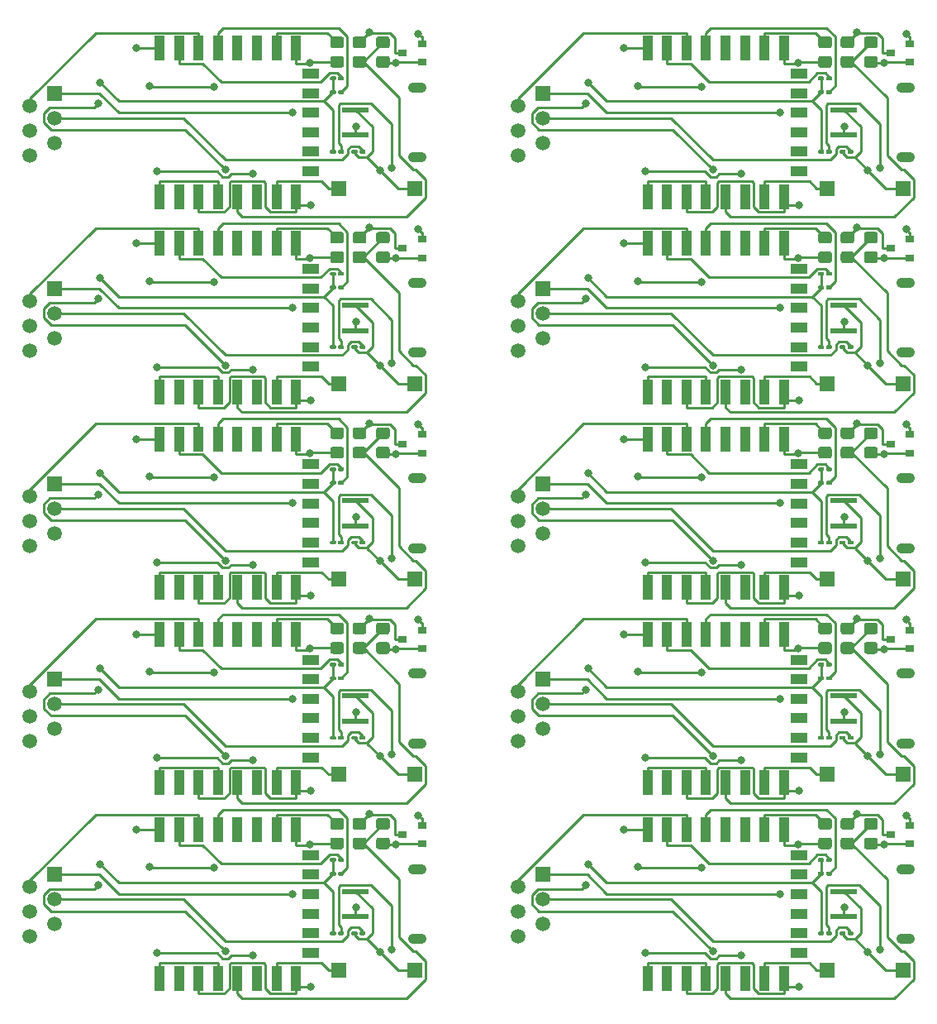
<source format=gbr>
%TF.GenerationSoftware,KiCad,Pcbnew,(5.1.9)-1*%
%TF.CreationDate,2021-10-14T17:35:56+02:00*%
%TF.ProjectId,IM350_AM550_T210_5V_V5.0,494d3335-305f-4414-9d35-35305f543231,rev?*%
%TF.SameCoordinates,Original*%
%TF.FileFunction,Copper,L1,Top*%
%TF.FilePolarity,Positive*%
%FSLAX46Y46*%
G04 Gerber Fmt 4.6, Leading zero omitted, Abs format (unit mm)*
G04 Created by KiCad (PCBNEW (5.1.9)-1) date 2021-10-14 17:35:56*
%MOMM*%
%LPD*%
G01*
G04 APERTURE LIST*
%TA.AperFunction,SMDPad,CuDef*%
%ADD10R,2.800000X0.600000*%
%TD*%
%TA.AperFunction,ComponentPad*%
%ADD11O,1.900000X1.050000*%
%TD*%
%TA.AperFunction,SMDPad,CuDef*%
%ADD12R,1.000000X2.500000*%
%TD*%
%TA.AperFunction,SMDPad,CuDef*%
%ADD13R,1.800000X1.000000*%
%TD*%
%TA.AperFunction,SMDPad,CuDef*%
%ADD14R,1.500000X1.500000*%
%TD*%
%TA.AperFunction,ComponentPad*%
%ADD15C,1.520000*%
%TD*%
%TA.AperFunction,ComponentPad*%
%ADD16R,1.520000X1.520000*%
%TD*%
%TA.AperFunction,SMDPad,CuDef*%
%ADD17R,0.900000X0.800000*%
%TD*%
%TA.AperFunction,ViaPad*%
%ADD18C,0.800000*%
%TD*%
%TA.AperFunction,Conductor*%
%ADD19C,0.250000*%
%TD*%
G04 APERTURE END LIST*
D10*
%TO.P,J1,1*%
%TO.N,+5V*%
X77100000Y-116300000D03*
%TO.P,J1,5*%
%TO.N,GND*%
X77100000Y-113700000D03*
D11*
%TO.P,J1,*%
%TO.N,*%
X83450000Y-118575000D03*
X83450000Y-111425000D03*
%TD*%
%TO.P,R9,1*%
%TO.N,Net-(R8-Pad1)*%
%TA.AperFunction,SMDPad,CuDef*%
G36*
G01*
X129449999Y-106200000D02*
X130350001Y-106200000D01*
G75*
G02*
X130600000Y-106449999I0J-249999D01*
G01*
X130600000Y-107150001D01*
G75*
G02*
X130350001Y-107400000I-249999J0D01*
G01*
X129449999Y-107400000D01*
G75*
G02*
X129200000Y-107150001I0J249999D01*
G01*
X129200000Y-106449999D01*
G75*
G02*
X129449999Y-106200000I249999J0D01*
G01*
G37*
%TD.AperFunction*%
%TO.P,R9,2*%
%TO.N,/DATA*%
%TA.AperFunction,SMDPad,CuDef*%
G36*
G01*
X129449999Y-108200000D02*
X130350001Y-108200000D01*
G75*
G02*
X130600000Y-108449999I0J-249999D01*
G01*
X130600000Y-109150001D01*
G75*
G02*
X130350001Y-109400000I-249999J0D01*
G01*
X129449999Y-109400000D01*
G75*
G02*
X129200000Y-109150001I0J249999D01*
G01*
X129200000Y-108449999D01*
G75*
G02*
X129449999Y-108200000I249999J0D01*
G01*
G37*
%TD.AperFunction*%
%TD*%
D12*
%TO.P,U2,22*%
%TO.N,Net-(R18-Pad1)*%
X57000000Y-107400000D03*
%TO.P,U2,21*%
%TO.N,Net-(R1-Pad2)*%
X59000000Y-107400000D03*
%TO.P,U2,20*%
%TO.N,/TRIGGER*%
X61000000Y-107400000D03*
%TO.P,U2,19*%
%TO.N,Net-(R2-Pad2)*%
X63000000Y-107400000D03*
%TO.P,U2,18*%
%TO.N,Net-(U2-Pad18)*%
X65000000Y-107400000D03*
%TO.P,U2,17*%
%TO.N,Net-(U2-Pad17)*%
X67000000Y-107400000D03*
%TO.P,U2,16*%
%TO.N,Net-(R3-Pad1)*%
X69000000Y-107400000D03*
%TO.P,U2,15*%
%TO.N,GND*%
X71000000Y-107400000D03*
D13*
%TO.P,U2,14*%
%TO.N,Net-(U2-Pad14)*%
X72500000Y-110000000D03*
%TO.P,U2,13*%
%TO.N,Net-(U2-Pad13)*%
X72500000Y-112000000D03*
%TO.P,U2,12*%
%TO.N,Net-(U2-Pad12)*%
X72500000Y-114000000D03*
%TO.P,U2,11*%
%TO.N,Net-(U2-Pad11)*%
X72500000Y-116000000D03*
%TO.P,U2,10*%
%TO.N,Net-(U2-Pad10)*%
X72500000Y-118000000D03*
%TO.P,U2,9*%
%TO.N,Net-(U2-Pad9)*%
X72500000Y-120000000D03*
D12*
%TO.P,U2,8*%
%TO.N,+3V3*%
X71000000Y-122600000D03*
%TO.P,U2,7*%
%TO.N,Net-(SW1-Pad1)*%
X69000000Y-122600000D03*
%TO.P,U2,6*%
%TO.N,Net-(U2-Pad6)*%
X67000000Y-122600000D03*
%TO.P,U2,5*%
%TO.N,Net-(R8-Pad1)*%
X65000000Y-122600000D03*
%TO.P,U2,4*%
%TO.N,Net-(U2-Pad1)*%
X63000000Y-122600000D03*
%TO.P,U2,3*%
%TO.N,+3V3*%
X61000000Y-122600000D03*
%TO.P,U2,2*%
%TO.N,Net-(U2-Pad2)*%
X59000000Y-122600000D03*
%TO.P,U2,1*%
%TO.N,Net-(U2-Pad1)*%
X57000000Y-122600000D03*
%TD*%
D14*
%TO.P,SW1,2*%
%TO.N,GND*%
X83200000Y-121750000D03*
%TO.P,SW1,1*%
%TO.N,Net-(SW1-Pad1)*%
X75400000Y-121750000D03*
%TD*%
%TO.P,R3,1*%
%TO.N,Net-(R3-Pad1)*%
%TA.AperFunction,SMDPad,CuDef*%
G36*
G01*
X124749999Y-106200000D02*
X125650001Y-106200000D01*
G75*
G02*
X125900000Y-106449999I0J-249999D01*
G01*
X125900000Y-107150001D01*
G75*
G02*
X125650001Y-107400000I-249999J0D01*
G01*
X124749999Y-107400000D01*
G75*
G02*
X124500000Y-107150001I0J249999D01*
G01*
X124500000Y-106449999D01*
G75*
G02*
X124749999Y-106200000I249999J0D01*
G01*
G37*
%TD.AperFunction*%
%TO.P,R3,2*%
%TO.N,GND*%
%TA.AperFunction,SMDPad,CuDef*%
G36*
G01*
X124749999Y-108200000D02*
X125650001Y-108200000D01*
G75*
G02*
X125900000Y-108449999I0J-249999D01*
G01*
X125900000Y-109150001D01*
G75*
G02*
X125650001Y-109400000I-249999J0D01*
G01*
X124749999Y-109400000D01*
G75*
G02*
X124500000Y-109150001I0J249999D01*
G01*
X124500000Y-108449999D01*
G75*
G02*
X124749999Y-108200000I249999J0D01*
G01*
G37*
%TD.AperFunction*%
%TD*%
%TO.P,R7,2*%
%TO.N,Net-(Q1-Pad3)*%
%TA.AperFunction,SMDPad,CuDef*%
G36*
G01*
X75290000Y-118100000D02*
X75290000Y-117900000D01*
G75*
G02*
X75390000Y-117800000I100000J0D01*
G01*
X75825000Y-117800000D01*
G75*
G02*
X75925000Y-117900000I0J-100000D01*
G01*
X75925000Y-118100000D01*
G75*
G02*
X75825000Y-118200000I-100000J0D01*
G01*
X75390000Y-118200000D01*
G75*
G02*
X75290000Y-118100000I0J100000D01*
G01*
G37*
%TD.AperFunction*%
%TO.P,R7,1*%
%TO.N,Net-(R1-Pad1)*%
%TA.AperFunction,SMDPad,CuDef*%
G36*
G01*
X74475000Y-118100000D02*
X74475000Y-117900000D01*
G75*
G02*
X74575000Y-117800000I100000J0D01*
G01*
X75010000Y-117800000D01*
G75*
G02*
X75110000Y-117900000I0J-100000D01*
G01*
X75110000Y-118100000D01*
G75*
G02*
X75010000Y-118200000I-100000J0D01*
G01*
X74575000Y-118200000D01*
G75*
G02*
X74475000Y-118100000I0J100000D01*
G01*
G37*
%TD.AperFunction*%
%TD*%
D15*
%TO.P,J2,6*%
%TO.N,GND*%
X93710000Y-118350000D03*
%TO.P,J2,5*%
%TO.N,/DATA*%
X96250000Y-117080000D03*
%TO.P,J2,4*%
%TO.N,Net-(J2-Pad4)*%
X93710000Y-115810000D03*
%TO.P,J2,3*%
%TO.N,Net-(J2-Pad3)*%
X96250000Y-114540000D03*
%TO.P,J2,2*%
%TO.N,/TRIGGER*%
X93710000Y-113270000D03*
D16*
%TO.P,J2,1*%
%TO.N,+5V*%
X96250000Y-112000000D03*
%TD*%
%TO.P,R13,1*%
%TO.N,GND*%
%TA.AperFunction,SMDPad,CuDef*%
G36*
G01*
X126675000Y-118100000D02*
X126675000Y-117900000D01*
G75*
G02*
X126775000Y-117800000I100000J0D01*
G01*
X127210000Y-117800000D01*
G75*
G02*
X127310000Y-117900000I0J-100000D01*
G01*
X127310000Y-118100000D01*
G75*
G02*
X127210000Y-118200000I-100000J0D01*
G01*
X126775000Y-118200000D01*
G75*
G02*
X126675000Y-118100000I0J100000D01*
G01*
G37*
%TD.AperFunction*%
%TO.P,R13,2*%
%TO.N,Net-(J2-Pad3)*%
%TA.AperFunction,SMDPad,CuDef*%
G36*
G01*
X127490000Y-118100000D02*
X127490000Y-117900000D01*
G75*
G02*
X127590000Y-117800000I100000J0D01*
G01*
X128025000Y-117800000D01*
G75*
G02*
X128125000Y-117900000I0J-100000D01*
G01*
X128125000Y-118100000D01*
G75*
G02*
X128025000Y-118200000I-100000J0D01*
G01*
X127590000Y-118200000D01*
G75*
G02*
X127490000Y-118100000I0J100000D01*
G01*
G37*
%TD.AperFunction*%
%TD*%
%TO.P,J2,1*%
%TO.N,+5V*%
X46250000Y-112000000D03*
D15*
%TO.P,J2,2*%
%TO.N,/TRIGGER*%
X43710000Y-113270000D03*
%TO.P,J2,3*%
%TO.N,Net-(J2-Pad3)*%
X46250000Y-114540000D03*
%TO.P,J2,4*%
%TO.N,Net-(J2-Pad4)*%
X43710000Y-115810000D03*
%TO.P,J2,5*%
%TO.N,/DATA*%
X46250000Y-117080000D03*
%TO.P,J2,6*%
%TO.N,GND*%
X43710000Y-118350000D03*
%TD*%
%TO.P,R8,2*%
%TO.N,Net-(Q1-Pad3)*%
%TA.AperFunction,SMDPad,CuDef*%
G36*
G01*
X77950001Y-107400000D02*
X77049999Y-107400000D01*
G75*
G02*
X76800000Y-107150001I0J249999D01*
G01*
X76800000Y-106449999D01*
G75*
G02*
X77049999Y-106200000I249999J0D01*
G01*
X77950001Y-106200000D01*
G75*
G02*
X78200000Y-106449999I0J-249999D01*
G01*
X78200000Y-107150001D01*
G75*
G02*
X77950001Y-107400000I-249999J0D01*
G01*
G37*
%TD.AperFunction*%
%TO.P,R8,1*%
%TO.N,Net-(R8-Pad1)*%
%TA.AperFunction,SMDPad,CuDef*%
G36*
G01*
X77950001Y-109400000D02*
X77049999Y-109400000D01*
G75*
G02*
X76800000Y-109150001I0J249999D01*
G01*
X76800000Y-108449999D01*
G75*
G02*
X77049999Y-108200000I249999J0D01*
G01*
X77950001Y-108200000D01*
G75*
G02*
X78200000Y-108449999I0J-249999D01*
G01*
X78200000Y-109150001D01*
G75*
G02*
X77950001Y-109400000I-249999J0D01*
G01*
G37*
%TD.AperFunction*%
%TD*%
D12*
%TO.P,U2,1*%
%TO.N,Net-(U2-Pad1)*%
X107000000Y-122600000D03*
%TO.P,U2,2*%
%TO.N,Net-(U2-Pad2)*%
X109000000Y-122600000D03*
%TO.P,U2,3*%
%TO.N,+3V3*%
X111000000Y-122600000D03*
%TO.P,U2,4*%
%TO.N,Net-(U2-Pad1)*%
X113000000Y-122600000D03*
%TO.P,U2,5*%
%TO.N,Net-(R8-Pad1)*%
X115000000Y-122600000D03*
%TO.P,U2,6*%
%TO.N,Net-(U2-Pad6)*%
X117000000Y-122600000D03*
%TO.P,U2,7*%
%TO.N,Net-(SW1-Pad1)*%
X119000000Y-122600000D03*
%TO.P,U2,8*%
%TO.N,+3V3*%
X121000000Y-122600000D03*
D13*
%TO.P,U2,9*%
%TO.N,Net-(U2-Pad9)*%
X122500000Y-120000000D03*
%TO.P,U2,10*%
%TO.N,Net-(U2-Pad10)*%
X122500000Y-118000000D03*
%TO.P,U2,11*%
%TO.N,Net-(U2-Pad11)*%
X122500000Y-116000000D03*
%TO.P,U2,12*%
%TO.N,Net-(U2-Pad12)*%
X122500000Y-114000000D03*
%TO.P,U2,13*%
%TO.N,Net-(U2-Pad13)*%
X122500000Y-112000000D03*
%TO.P,U2,14*%
%TO.N,Net-(U2-Pad14)*%
X122500000Y-110000000D03*
D12*
%TO.P,U2,15*%
%TO.N,GND*%
X121000000Y-107400000D03*
%TO.P,U2,16*%
%TO.N,Net-(R3-Pad1)*%
X119000000Y-107400000D03*
%TO.P,U2,17*%
%TO.N,Net-(U2-Pad17)*%
X117000000Y-107400000D03*
%TO.P,U2,18*%
%TO.N,Net-(U2-Pad18)*%
X115000000Y-107400000D03*
%TO.P,U2,19*%
%TO.N,Net-(R2-Pad2)*%
X113000000Y-107400000D03*
%TO.P,U2,20*%
%TO.N,/TRIGGER*%
X111000000Y-107400000D03*
%TO.P,U2,21*%
%TO.N,Net-(R1-Pad2)*%
X109000000Y-107400000D03*
%TO.P,U2,22*%
%TO.N,Net-(R18-Pad1)*%
X107000000Y-107400000D03*
%TD*%
%TO.P,R13,2*%
%TO.N,Net-(J2-Pad3)*%
%TA.AperFunction,SMDPad,CuDef*%
G36*
G01*
X77490000Y-118100000D02*
X77490000Y-117900000D01*
G75*
G02*
X77590000Y-117800000I100000J0D01*
G01*
X78025000Y-117800000D01*
G75*
G02*
X78125000Y-117900000I0J-100000D01*
G01*
X78125000Y-118100000D01*
G75*
G02*
X78025000Y-118200000I-100000J0D01*
G01*
X77590000Y-118200000D01*
G75*
G02*
X77490000Y-118100000I0J100000D01*
G01*
G37*
%TD.AperFunction*%
%TO.P,R13,1*%
%TO.N,GND*%
%TA.AperFunction,SMDPad,CuDef*%
G36*
G01*
X76675000Y-118100000D02*
X76675000Y-117900000D01*
G75*
G02*
X76775000Y-117800000I100000J0D01*
G01*
X77210000Y-117800000D01*
G75*
G02*
X77310000Y-117900000I0J-100000D01*
G01*
X77310000Y-118100000D01*
G75*
G02*
X77210000Y-118200000I-100000J0D01*
G01*
X76775000Y-118200000D01*
G75*
G02*
X76675000Y-118100000I0J100000D01*
G01*
G37*
%TD.AperFunction*%
%TD*%
%TO.P,R8,1*%
%TO.N,Net-(R8-Pad1)*%
%TA.AperFunction,SMDPad,CuDef*%
G36*
G01*
X127950001Y-109400000D02*
X127049999Y-109400000D01*
G75*
G02*
X126800000Y-109150001I0J249999D01*
G01*
X126800000Y-108449999D01*
G75*
G02*
X127049999Y-108200000I249999J0D01*
G01*
X127950001Y-108200000D01*
G75*
G02*
X128200000Y-108449999I0J-249999D01*
G01*
X128200000Y-109150001D01*
G75*
G02*
X127950001Y-109400000I-249999J0D01*
G01*
G37*
%TD.AperFunction*%
%TO.P,R8,2*%
%TO.N,Net-(Q1-Pad3)*%
%TA.AperFunction,SMDPad,CuDef*%
G36*
G01*
X127950001Y-107400000D02*
X127049999Y-107400000D01*
G75*
G02*
X126800000Y-107150001I0J249999D01*
G01*
X126800000Y-106449999D01*
G75*
G02*
X127049999Y-106200000I249999J0D01*
G01*
X127950001Y-106200000D01*
G75*
G02*
X128200000Y-106449999I0J-249999D01*
G01*
X128200000Y-107150001D01*
G75*
G02*
X127950001Y-107400000I-249999J0D01*
G01*
G37*
%TD.AperFunction*%
%TD*%
D17*
%TO.P,Q1,1*%
%TO.N,/DATA*%
X133900000Y-108850000D03*
%TO.P,Q1,2*%
%TO.N,GND*%
X133900000Y-106950000D03*
%TO.P,Q1,3*%
%TO.N,Net-(Q1-Pad3)*%
X131900000Y-107900000D03*
%TD*%
%TO.P,R2,1*%
%TO.N,Net-(R1-Pad1)*%
%TA.AperFunction,SMDPad,CuDef*%
G36*
G01*
X124475000Y-112000000D02*
X124475000Y-111800000D01*
G75*
G02*
X124575000Y-111700000I100000J0D01*
G01*
X125010000Y-111700000D01*
G75*
G02*
X125110000Y-111800000I0J-100000D01*
G01*
X125110000Y-112000000D01*
G75*
G02*
X125010000Y-112100000I-100000J0D01*
G01*
X124575000Y-112100000D01*
G75*
G02*
X124475000Y-112000000I0J100000D01*
G01*
G37*
%TD.AperFunction*%
%TO.P,R2,2*%
%TO.N,Net-(R2-Pad2)*%
%TA.AperFunction,SMDPad,CuDef*%
G36*
G01*
X125290000Y-112000000D02*
X125290000Y-111800000D01*
G75*
G02*
X125390000Y-111700000I100000J0D01*
G01*
X125825000Y-111700000D01*
G75*
G02*
X125925000Y-111800000I0J-100000D01*
G01*
X125925000Y-112000000D01*
G75*
G02*
X125825000Y-112100000I-100000J0D01*
G01*
X125390000Y-112100000D01*
G75*
G02*
X125290000Y-112000000I0J100000D01*
G01*
G37*
%TD.AperFunction*%
%TD*%
%TO.P,R2,2*%
%TO.N,Net-(R2-Pad2)*%
%TA.AperFunction,SMDPad,CuDef*%
G36*
G01*
X75290000Y-112000000D02*
X75290000Y-111800000D01*
G75*
G02*
X75390000Y-111700000I100000J0D01*
G01*
X75825000Y-111700000D01*
G75*
G02*
X75925000Y-111800000I0J-100000D01*
G01*
X75925000Y-112000000D01*
G75*
G02*
X75825000Y-112100000I-100000J0D01*
G01*
X75390000Y-112100000D01*
G75*
G02*
X75290000Y-112000000I0J100000D01*
G01*
G37*
%TD.AperFunction*%
%TO.P,R2,1*%
%TO.N,Net-(R1-Pad1)*%
%TA.AperFunction,SMDPad,CuDef*%
G36*
G01*
X74475000Y-112000000D02*
X74475000Y-111800000D01*
G75*
G02*
X74575000Y-111700000I100000J0D01*
G01*
X75010000Y-111700000D01*
G75*
G02*
X75110000Y-111800000I0J-100000D01*
G01*
X75110000Y-112000000D01*
G75*
G02*
X75010000Y-112100000I-100000J0D01*
G01*
X74575000Y-112100000D01*
G75*
G02*
X74475000Y-112000000I0J100000D01*
G01*
G37*
%TD.AperFunction*%
%TD*%
%TO.P,Q1,3*%
%TO.N,Net-(Q1-Pad3)*%
X81900000Y-107900000D03*
%TO.P,Q1,2*%
%TO.N,GND*%
X83900000Y-106950000D03*
%TO.P,Q1,1*%
%TO.N,/DATA*%
X83900000Y-108850000D03*
%TD*%
%TO.P,R1,1*%
%TO.N,Net-(R1-Pad1)*%
%TA.AperFunction,SMDPad,CuDef*%
G36*
G01*
X124475000Y-110600000D02*
X124475000Y-110400000D01*
G75*
G02*
X124575000Y-110300000I100000J0D01*
G01*
X125010000Y-110300000D01*
G75*
G02*
X125110000Y-110400000I0J-100000D01*
G01*
X125110000Y-110600000D01*
G75*
G02*
X125010000Y-110700000I-100000J0D01*
G01*
X124575000Y-110700000D01*
G75*
G02*
X124475000Y-110600000I0J100000D01*
G01*
G37*
%TD.AperFunction*%
%TO.P,R1,2*%
%TO.N,Net-(R1-Pad2)*%
%TA.AperFunction,SMDPad,CuDef*%
G36*
G01*
X125290000Y-110600000D02*
X125290000Y-110400000D01*
G75*
G02*
X125390000Y-110300000I100000J0D01*
G01*
X125825000Y-110300000D01*
G75*
G02*
X125925000Y-110400000I0J-100000D01*
G01*
X125925000Y-110600000D01*
G75*
G02*
X125825000Y-110700000I-100000J0D01*
G01*
X125390000Y-110700000D01*
G75*
G02*
X125290000Y-110600000I0J100000D01*
G01*
G37*
%TD.AperFunction*%
%TD*%
D11*
%TO.P,J1,*%
%TO.N,*%
X133450000Y-111425000D03*
X133450000Y-118575000D03*
D10*
%TO.P,J1,5*%
%TO.N,GND*%
X127100000Y-113700000D03*
%TO.P,J1,1*%
%TO.N,+5V*%
X127100000Y-116300000D03*
%TD*%
D14*
%TO.P,SW1,1*%
%TO.N,Net-(SW1-Pad1)*%
X125400000Y-121750000D03*
%TO.P,SW1,2*%
%TO.N,GND*%
X133200000Y-121750000D03*
%TD*%
%TO.P,R9,2*%
%TO.N,/DATA*%
%TA.AperFunction,SMDPad,CuDef*%
G36*
G01*
X79449999Y-108200000D02*
X80350001Y-108200000D01*
G75*
G02*
X80600000Y-108449999I0J-249999D01*
G01*
X80600000Y-109150001D01*
G75*
G02*
X80350001Y-109400000I-249999J0D01*
G01*
X79449999Y-109400000D01*
G75*
G02*
X79200000Y-109150001I0J249999D01*
G01*
X79200000Y-108449999D01*
G75*
G02*
X79449999Y-108200000I249999J0D01*
G01*
G37*
%TD.AperFunction*%
%TO.P,R9,1*%
%TO.N,Net-(R8-Pad1)*%
%TA.AperFunction,SMDPad,CuDef*%
G36*
G01*
X79449999Y-106200000D02*
X80350001Y-106200000D01*
G75*
G02*
X80600000Y-106449999I0J-249999D01*
G01*
X80600000Y-107150001D01*
G75*
G02*
X80350001Y-107400000I-249999J0D01*
G01*
X79449999Y-107400000D01*
G75*
G02*
X79200000Y-107150001I0J249999D01*
G01*
X79200000Y-106449999D01*
G75*
G02*
X79449999Y-106200000I249999J0D01*
G01*
G37*
%TD.AperFunction*%
%TD*%
%TO.P,R3,2*%
%TO.N,GND*%
%TA.AperFunction,SMDPad,CuDef*%
G36*
G01*
X74749999Y-108200000D02*
X75650001Y-108200000D01*
G75*
G02*
X75900000Y-108449999I0J-249999D01*
G01*
X75900000Y-109150001D01*
G75*
G02*
X75650001Y-109400000I-249999J0D01*
G01*
X74749999Y-109400000D01*
G75*
G02*
X74500000Y-109150001I0J249999D01*
G01*
X74500000Y-108449999D01*
G75*
G02*
X74749999Y-108200000I249999J0D01*
G01*
G37*
%TD.AperFunction*%
%TO.P,R3,1*%
%TO.N,Net-(R3-Pad1)*%
%TA.AperFunction,SMDPad,CuDef*%
G36*
G01*
X74749999Y-106200000D02*
X75650001Y-106200000D01*
G75*
G02*
X75900000Y-106449999I0J-249999D01*
G01*
X75900000Y-107150001D01*
G75*
G02*
X75650001Y-107400000I-249999J0D01*
G01*
X74749999Y-107400000D01*
G75*
G02*
X74500000Y-107150001I0J249999D01*
G01*
X74500000Y-106449999D01*
G75*
G02*
X74749999Y-106200000I249999J0D01*
G01*
G37*
%TD.AperFunction*%
%TD*%
%TO.P,R1,2*%
%TO.N,Net-(R1-Pad2)*%
%TA.AperFunction,SMDPad,CuDef*%
G36*
G01*
X75290000Y-110600000D02*
X75290000Y-110400000D01*
G75*
G02*
X75390000Y-110300000I100000J0D01*
G01*
X75825000Y-110300000D01*
G75*
G02*
X75925000Y-110400000I0J-100000D01*
G01*
X75925000Y-110600000D01*
G75*
G02*
X75825000Y-110700000I-100000J0D01*
G01*
X75390000Y-110700000D01*
G75*
G02*
X75290000Y-110600000I0J100000D01*
G01*
G37*
%TD.AperFunction*%
%TO.P,R1,1*%
%TO.N,Net-(R1-Pad1)*%
%TA.AperFunction,SMDPad,CuDef*%
G36*
G01*
X74475000Y-110600000D02*
X74475000Y-110400000D01*
G75*
G02*
X74575000Y-110300000I100000J0D01*
G01*
X75010000Y-110300000D01*
G75*
G02*
X75110000Y-110400000I0J-100000D01*
G01*
X75110000Y-110600000D01*
G75*
G02*
X75010000Y-110700000I-100000J0D01*
G01*
X74575000Y-110700000D01*
G75*
G02*
X74475000Y-110600000I0J100000D01*
G01*
G37*
%TD.AperFunction*%
%TD*%
%TO.P,R7,1*%
%TO.N,Net-(R1-Pad1)*%
%TA.AperFunction,SMDPad,CuDef*%
G36*
G01*
X124475000Y-118100000D02*
X124475000Y-117900000D01*
G75*
G02*
X124575000Y-117800000I100000J0D01*
G01*
X125010000Y-117800000D01*
G75*
G02*
X125110000Y-117900000I0J-100000D01*
G01*
X125110000Y-118100000D01*
G75*
G02*
X125010000Y-118200000I-100000J0D01*
G01*
X124575000Y-118200000D01*
G75*
G02*
X124475000Y-118100000I0J100000D01*
G01*
G37*
%TD.AperFunction*%
%TO.P,R7,2*%
%TO.N,Net-(Q1-Pad3)*%
%TA.AperFunction,SMDPad,CuDef*%
G36*
G01*
X125290000Y-118100000D02*
X125290000Y-117900000D01*
G75*
G02*
X125390000Y-117800000I100000J0D01*
G01*
X125825000Y-117800000D01*
G75*
G02*
X125925000Y-117900000I0J-100000D01*
G01*
X125925000Y-118100000D01*
G75*
G02*
X125825000Y-118200000I-100000J0D01*
G01*
X125390000Y-118200000D01*
G75*
G02*
X125290000Y-118100000I0J100000D01*
G01*
G37*
%TD.AperFunction*%
%TD*%
D12*
%TO.P,U2,1*%
%TO.N,Net-(U2-Pad1)*%
X57000000Y-102600000D03*
%TO.P,U2,2*%
%TO.N,Net-(U2-Pad2)*%
X59000000Y-102600000D03*
%TO.P,U2,3*%
%TO.N,+3V3*%
X61000000Y-102600000D03*
%TO.P,U2,4*%
%TO.N,Net-(U2-Pad1)*%
X63000000Y-102600000D03*
%TO.P,U2,5*%
%TO.N,Net-(R8-Pad1)*%
X65000000Y-102600000D03*
%TO.P,U2,6*%
%TO.N,Net-(U2-Pad6)*%
X67000000Y-102600000D03*
%TO.P,U2,7*%
%TO.N,Net-(SW1-Pad1)*%
X69000000Y-102600000D03*
%TO.P,U2,8*%
%TO.N,+3V3*%
X71000000Y-102600000D03*
D13*
%TO.P,U2,9*%
%TO.N,Net-(U2-Pad9)*%
X72500000Y-100000000D03*
%TO.P,U2,10*%
%TO.N,Net-(U2-Pad10)*%
X72500000Y-98000000D03*
%TO.P,U2,11*%
%TO.N,Net-(U2-Pad11)*%
X72500000Y-96000000D03*
%TO.P,U2,12*%
%TO.N,Net-(U2-Pad12)*%
X72500000Y-94000000D03*
%TO.P,U2,13*%
%TO.N,Net-(U2-Pad13)*%
X72500000Y-92000000D03*
%TO.P,U2,14*%
%TO.N,Net-(U2-Pad14)*%
X72500000Y-90000000D03*
D12*
%TO.P,U2,15*%
%TO.N,GND*%
X71000000Y-87400000D03*
%TO.P,U2,16*%
%TO.N,Net-(R3-Pad1)*%
X69000000Y-87400000D03*
%TO.P,U2,17*%
%TO.N,Net-(U2-Pad17)*%
X67000000Y-87400000D03*
%TO.P,U2,18*%
%TO.N,Net-(U2-Pad18)*%
X65000000Y-87400000D03*
%TO.P,U2,19*%
%TO.N,Net-(R2-Pad2)*%
X63000000Y-87400000D03*
%TO.P,U2,20*%
%TO.N,/TRIGGER*%
X61000000Y-87400000D03*
%TO.P,U2,21*%
%TO.N,Net-(R1-Pad2)*%
X59000000Y-87400000D03*
%TO.P,U2,22*%
%TO.N,Net-(R18-Pad1)*%
X57000000Y-87400000D03*
%TD*%
%TO.P,R9,2*%
%TO.N,/DATA*%
%TA.AperFunction,SMDPad,CuDef*%
G36*
G01*
X129449999Y-88200000D02*
X130350001Y-88200000D01*
G75*
G02*
X130600000Y-88449999I0J-249999D01*
G01*
X130600000Y-89150001D01*
G75*
G02*
X130350001Y-89400000I-249999J0D01*
G01*
X129449999Y-89400000D01*
G75*
G02*
X129200000Y-89150001I0J249999D01*
G01*
X129200000Y-88449999D01*
G75*
G02*
X129449999Y-88200000I249999J0D01*
G01*
G37*
%TD.AperFunction*%
%TO.P,R9,1*%
%TO.N,Net-(R8-Pad1)*%
%TA.AperFunction,SMDPad,CuDef*%
G36*
G01*
X129449999Y-86200000D02*
X130350001Y-86200000D01*
G75*
G02*
X130600000Y-86449999I0J-249999D01*
G01*
X130600000Y-87150001D01*
G75*
G02*
X130350001Y-87400000I-249999J0D01*
G01*
X129449999Y-87400000D01*
G75*
G02*
X129200000Y-87150001I0J249999D01*
G01*
X129200000Y-86449999D01*
G75*
G02*
X129449999Y-86200000I249999J0D01*
G01*
G37*
%TD.AperFunction*%
%TD*%
D14*
%TO.P,SW1,1*%
%TO.N,Net-(SW1-Pad1)*%
X75400000Y-101750000D03*
%TO.P,SW1,2*%
%TO.N,GND*%
X83200000Y-101750000D03*
%TD*%
D11*
%TO.P,J1,*%
%TO.N,*%
X83450000Y-91425000D03*
X83450000Y-98575000D03*
D10*
%TO.P,J1,5*%
%TO.N,GND*%
X77100000Y-93700000D03*
%TO.P,J1,1*%
%TO.N,+5V*%
X77100000Y-96300000D03*
%TD*%
%TO.P,R13,2*%
%TO.N,Net-(J2-Pad3)*%
%TA.AperFunction,SMDPad,CuDef*%
G36*
G01*
X127490000Y-98100000D02*
X127490000Y-97900000D01*
G75*
G02*
X127590000Y-97800000I100000J0D01*
G01*
X128025000Y-97800000D01*
G75*
G02*
X128125000Y-97900000I0J-100000D01*
G01*
X128125000Y-98100000D01*
G75*
G02*
X128025000Y-98200000I-100000J0D01*
G01*
X127590000Y-98200000D01*
G75*
G02*
X127490000Y-98100000I0J100000D01*
G01*
G37*
%TD.AperFunction*%
%TO.P,R13,1*%
%TO.N,GND*%
%TA.AperFunction,SMDPad,CuDef*%
G36*
G01*
X126675000Y-98100000D02*
X126675000Y-97900000D01*
G75*
G02*
X126775000Y-97800000I100000J0D01*
G01*
X127210000Y-97800000D01*
G75*
G02*
X127310000Y-97900000I0J-100000D01*
G01*
X127310000Y-98100000D01*
G75*
G02*
X127210000Y-98200000I-100000J0D01*
G01*
X126775000Y-98200000D01*
G75*
G02*
X126675000Y-98100000I0J100000D01*
G01*
G37*
%TD.AperFunction*%
%TD*%
%TO.P,R3,2*%
%TO.N,GND*%
%TA.AperFunction,SMDPad,CuDef*%
G36*
G01*
X124749999Y-88200000D02*
X125650001Y-88200000D01*
G75*
G02*
X125900000Y-88449999I0J-249999D01*
G01*
X125900000Y-89150001D01*
G75*
G02*
X125650001Y-89400000I-249999J0D01*
G01*
X124749999Y-89400000D01*
G75*
G02*
X124500000Y-89150001I0J249999D01*
G01*
X124500000Y-88449999D01*
G75*
G02*
X124749999Y-88200000I249999J0D01*
G01*
G37*
%TD.AperFunction*%
%TO.P,R3,1*%
%TO.N,Net-(R3-Pad1)*%
%TA.AperFunction,SMDPad,CuDef*%
G36*
G01*
X124749999Y-86200000D02*
X125650001Y-86200000D01*
G75*
G02*
X125900000Y-86449999I0J-249999D01*
G01*
X125900000Y-87150001D01*
G75*
G02*
X125650001Y-87400000I-249999J0D01*
G01*
X124749999Y-87400000D01*
G75*
G02*
X124500000Y-87150001I0J249999D01*
G01*
X124500000Y-86449999D01*
G75*
G02*
X124749999Y-86200000I249999J0D01*
G01*
G37*
%TD.AperFunction*%
%TD*%
%TO.P,R13,1*%
%TO.N,GND*%
%TA.AperFunction,SMDPad,CuDef*%
G36*
G01*
X76675000Y-98100000D02*
X76675000Y-97900000D01*
G75*
G02*
X76775000Y-97800000I100000J0D01*
G01*
X77210000Y-97800000D01*
G75*
G02*
X77310000Y-97900000I0J-100000D01*
G01*
X77310000Y-98100000D01*
G75*
G02*
X77210000Y-98200000I-100000J0D01*
G01*
X76775000Y-98200000D01*
G75*
G02*
X76675000Y-98100000I0J100000D01*
G01*
G37*
%TD.AperFunction*%
%TO.P,R13,2*%
%TO.N,Net-(J2-Pad3)*%
%TA.AperFunction,SMDPad,CuDef*%
G36*
G01*
X77490000Y-98100000D02*
X77490000Y-97900000D01*
G75*
G02*
X77590000Y-97800000I100000J0D01*
G01*
X78025000Y-97800000D01*
G75*
G02*
X78125000Y-97900000I0J-100000D01*
G01*
X78125000Y-98100000D01*
G75*
G02*
X78025000Y-98200000I-100000J0D01*
G01*
X77590000Y-98200000D01*
G75*
G02*
X77490000Y-98100000I0J100000D01*
G01*
G37*
%TD.AperFunction*%
%TD*%
D15*
%TO.P,J2,6*%
%TO.N,GND*%
X43710000Y-98350000D03*
%TO.P,J2,5*%
%TO.N,/DATA*%
X46250000Y-97080000D03*
%TO.P,J2,4*%
%TO.N,Net-(J2-Pad4)*%
X43710000Y-95810000D03*
%TO.P,J2,3*%
%TO.N,Net-(J2-Pad3)*%
X46250000Y-94540000D03*
%TO.P,J2,2*%
%TO.N,/TRIGGER*%
X43710000Y-93270000D03*
D16*
%TO.P,J2,1*%
%TO.N,+5V*%
X46250000Y-92000000D03*
%TD*%
D12*
%TO.P,U2,22*%
%TO.N,Net-(R18-Pad1)*%
X107000000Y-87400000D03*
%TO.P,U2,21*%
%TO.N,Net-(R1-Pad2)*%
X109000000Y-87400000D03*
%TO.P,U2,20*%
%TO.N,/TRIGGER*%
X111000000Y-87400000D03*
%TO.P,U2,19*%
%TO.N,Net-(R2-Pad2)*%
X113000000Y-87400000D03*
%TO.P,U2,18*%
%TO.N,Net-(U2-Pad18)*%
X115000000Y-87400000D03*
%TO.P,U2,17*%
%TO.N,Net-(U2-Pad17)*%
X117000000Y-87400000D03*
%TO.P,U2,16*%
%TO.N,Net-(R3-Pad1)*%
X119000000Y-87400000D03*
%TO.P,U2,15*%
%TO.N,GND*%
X121000000Y-87400000D03*
D13*
%TO.P,U2,14*%
%TO.N,Net-(U2-Pad14)*%
X122500000Y-90000000D03*
%TO.P,U2,13*%
%TO.N,Net-(U2-Pad13)*%
X122500000Y-92000000D03*
%TO.P,U2,12*%
%TO.N,Net-(U2-Pad12)*%
X122500000Y-94000000D03*
%TO.P,U2,11*%
%TO.N,Net-(U2-Pad11)*%
X122500000Y-96000000D03*
%TO.P,U2,10*%
%TO.N,Net-(U2-Pad10)*%
X122500000Y-98000000D03*
%TO.P,U2,9*%
%TO.N,Net-(U2-Pad9)*%
X122500000Y-100000000D03*
D12*
%TO.P,U2,8*%
%TO.N,+3V3*%
X121000000Y-102600000D03*
%TO.P,U2,7*%
%TO.N,Net-(SW1-Pad1)*%
X119000000Y-102600000D03*
%TO.P,U2,6*%
%TO.N,Net-(U2-Pad6)*%
X117000000Y-102600000D03*
%TO.P,U2,5*%
%TO.N,Net-(R8-Pad1)*%
X115000000Y-102600000D03*
%TO.P,U2,4*%
%TO.N,Net-(U2-Pad1)*%
X113000000Y-102600000D03*
%TO.P,U2,3*%
%TO.N,+3V3*%
X111000000Y-102600000D03*
%TO.P,U2,2*%
%TO.N,Net-(U2-Pad2)*%
X109000000Y-102600000D03*
%TO.P,U2,1*%
%TO.N,Net-(U2-Pad1)*%
X107000000Y-102600000D03*
%TD*%
%TO.P,R8,2*%
%TO.N,Net-(Q1-Pad3)*%
%TA.AperFunction,SMDPad,CuDef*%
G36*
G01*
X127950001Y-87400000D02*
X127049999Y-87400000D01*
G75*
G02*
X126800000Y-87150001I0J249999D01*
G01*
X126800000Y-86449999D01*
G75*
G02*
X127049999Y-86200000I249999J0D01*
G01*
X127950001Y-86200000D01*
G75*
G02*
X128200000Y-86449999I0J-249999D01*
G01*
X128200000Y-87150001D01*
G75*
G02*
X127950001Y-87400000I-249999J0D01*
G01*
G37*
%TD.AperFunction*%
%TO.P,R8,1*%
%TO.N,Net-(R8-Pad1)*%
%TA.AperFunction,SMDPad,CuDef*%
G36*
G01*
X127950001Y-89400000D02*
X127049999Y-89400000D01*
G75*
G02*
X126800000Y-89150001I0J249999D01*
G01*
X126800000Y-88449999D01*
G75*
G02*
X127049999Y-88200000I249999J0D01*
G01*
X127950001Y-88200000D01*
G75*
G02*
X128200000Y-88449999I0J-249999D01*
G01*
X128200000Y-89150001D01*
G75*
G02*
X127950001Y-89400000I-249999J0D01*
G01*
G37*
%TD.AperFunction*%
%TD*%
%TO.P,R7,1*%
%TO.N,Net-(R1-Pad1)*%
%TA.AperFunction,SMDPad,CuDef*%
G36*
G01*
X74475000Y-98100000D02*
X74475000Y-97900000D01*
G75*
G02*
X74575000Y-97800000I100000J0D01*
G01*
X75010000Y-97800000D01*
G75*
G02*
X75110000Y-97900000I0J-100000D01*
G01*
X75110000Y-98100000D01*
G75*
G02*
X75010000Y-98200000I-100000J0D01*
G01*
X74575000Y-98200000D01*
G75*
G02*
X74475000Y-98100000I0J100000D01*
G01*
G37*
%TD.AperFunction*%
%TO.P,R7,2*%
%TO.N,Net-(Q1-Pad3)*%
%TA.AperFunction,SMDPad,CuDef*%
G36*
G01*
X75290000Y-98100000D02*
X75290000Y-97900000D01*
G75*
G02*
X75390000Y-97800000I100000J0D01*
G01*
X75825000Y-97800000D01*
G75*
G02*
X75925000Y-97900000I0J-100000D01*
G01*
X75925000Y-98100000D01*
G75*
G02*
X75825000Y-98200000I-100000J0D01*
G01*
X75390000Y-98200000D01*
G75*
G02*
X75290000Y-98100000I0J100000D01*
G01*
G37*
%TD.AperFunction*%
%TD*%
D17*
%TO.P,Q1,3*%
%TO.N,Net-(Q1-Pad3)*%
X131900000Y-87900000D03*
%TO.P,Q1,2*%
%TO.N,GND*%
X133900000Y-86950000D03*
%TO.P,Q1,1*%
%TO.N,/DATA*%
X133900000Y-88850000D03*
%TD*%
D16*
%TO.P,J2,1*%
%TO.N,+5V*%
X96250000Y-92000000D03*
D15*
%TO.P,J2,2*%
%TO.N,/TRIGGER*%
X93710000Y-93270000D03*
%TO.P,J2,3*%
%TO.N,Net-(J2-Pad3)*%
X96250000Y-94540000D03*
%TO.P,J2,4*%
%TO.N,Net-(J2-Pad4)*%
X93710000Y-95810000D03*
%TO.P,J2,5*%
%TO.N,/DATA*%
X96250000Y-97080000D03*
%TO.P,J2,6*%
%TO.N,GND*%
X93710000Y-98350000D03*
%TD*%
%TO.P,R2,2*%
%TO.N,Net-(R2-Pad2)*%
%TA.AperFunction,SMDPad,CuDef*%
G36*
G01*
X125290000Y-92000000D02*
X125290000Y-91800000D01*
G75*
G02*
X125390000Y-91700000I100000J0D01*
G01*
X125825000Y-91700000D01*
G75*
G02*
X125925000Y-91800000I0J-100000D01*
G01*
X125925000Y-92000000D01*
G75*
G02*
X125825000Y-92100000I-100000J0D01*
G01*
X125390000Y-92100000D01*
G75*
G02*
X125290000Y-92000000I0J100000D01*
G01*
G37*
%TD.AperFunction*%
%TO.P,R2,1*%
%TO.N,Net-(R1-Pad1)*%
%TA.AperFunction,SMDPad,CuDef*%
G36*
G01*
X124475000Y-92000000D02*
X124475000Y-91800000D01*
G75*
G02*
X124575000Y-91700000I100000J0D01*
G01*
X125010000Y-91700000D01*
G75*
G02*
X125110000Y-91800000I0J-100000D01*
G01*
X125110000Y-92000000D01*
G75*
G02*
X125010000Y-92100000I-100000J0D01*
G01*
X124575000Y-92100000D01*
G75*
G02*
X124475000Y-92000000I0J100000D01*
G01*
G37*
%TD.AperFunction*%
%TD*%
%TO.P,R8,1*%
%TO.N,Net-(R8-Pad1)*%
%TA.AperFunction,SMDPad,CuDef*%
G36*
G01*
X77950001Y-89400000D02*
X77049999Y-89400000D01*
G75*
G02*
X76800000Y-89150001I0J249999D01*
G01*
X76800000Y-88449999D01*
G75*
G02*
X77049999Y-88200000I249999J0D01*
G01*
X77950001Y-88200000D01*
G75*
G02*
X78200000Y-88449999I0J-249999D01*
G01*
X78200000Y-89150001D01*
G75*
G02*
X77950001Y-89400000I-249999J0D01*
G01*
G37*
%TD.AperFunction*%
%TO.P,R8,2*%
%TO.N,Net-(Q1-Pad3)*%
%TA.AperFunction,SMDPad,CuDef*%
G36*
G01*
X77950001Y-87400000D02*
X77049999Y-87400000D01*
G75*
G02*
X76800000Y-87150001I0J249999D01*
G01*
X76800000Y-86449999D01*
G75*
G02*
X77049999Y-86200000I249999J0D01*
G01*
X77950001Y-86200000D01*
G75*
G02*
X78200000Y-86449999I0J-249999D01*
G01*
X78200000Y-87150001D01*
G75*
G02*
X77950001Y-87400000I-249999J0D01*
G01*
G37*
%TD.AperFunction*%
%TD*%
%TO.P,R9,1*%
%TO.N,Net-(R8-Pad1)*%
%TA.AperFunction,SMDPad,CuDef*%
G36*
G01*
X79449999Y-86200000D02*
X80350001Y-86200000D01*
G75*
G02*
X80600000Y-86449999I0J-249999D01*
G01*
X80600000Y-87150001D01*
G75*
G02*
X80350001Y-87400000I-249999J0D01*
G01*
X79449999Y-87400000D01*
G75*
G02*
X79200000Y-87150001I0J249999D01*
G01*
X79200000Y-86449999D01*
G75*
G02*
X79449999Y-86200000I249999J0D01*
G01*
G37*
%TD.AperFunction*%
%TO.P,R9,2*%
%TO.N,/DATA*%
%TA.AperFunction,SMDPad,CuDef*%
G36*
G01*
X79449999Y-88200000D02*
X80350001Y-88200000D01*
G75*
G02*
X80600000Y-88449999I0J-249999D01*
G01*
X80600000Y-89150001D01*
G75*
G02*
X80350001Y-89400000I-249999J0D01*
G01*
X79449999Y-89400000D01*
G75*
G02*
X79200000Y-89150001I0J249999D01*
G01*
X79200000Y-88449999D01*
G75*
G02*
X79449999Y-88200000I249999J0D01*
G01*
G37*
%TD.AperFunction*%
%TD*%
%TO.P,R3,1*%
%TO.N,Net-(R3-Pad1)*%
%TA.AperFunction,SMDPad,CuDef*%
G36*
G01*
X74749999Y-86200000D02*
X75650001Y-86200000D01*
G75*
G02*
X75900000Y-86449999I0J-249999D01*
G01*
X75900000Y-87150001D01*
G75*
G02*
X75650001Y-87400000I-249999J0D01*
G01*
X74749999Y-87400000D01*
G75*
G02*
X74500000Y-87150001I0J249999D01*
G01*
X74500000Y-86449999D01*
G75*
G02*
X74749999Y-86200000I249999J0D01*
G01*
G37*
%TD.AperFunction*%
%TO.P,R3,2*%
%TO.N,GND*%
%TA.AperFunction,SMDPad,CuDef*%
G36*
G01*
X74749999Y-88200000D02*
X75650001Y-88200000D01*
G75*
G02*
X75900000Y-88449999I0J-249999D01*
G01*
X75900000Y-89150001D01*
G75*
G02*
X75650001Y-89400000I-249999J0D01*
G01*
X74749999Y-89400000D01*
G75*
G02*
X74500000Y-89150001I0J249999D01*
G01*
X74500000Y-88449999D01*
G75*
G02*
X74749999Y-88200000I249999J0D01*
G01*
G37*
%TD.AperFunction*%
%TD*%
%TO.P,R1,1*%
%TO.N,Net-(R1-Pad1)*%
%TA.AperFunction,SMDPad,CuDef*%
G36*
G01*
X74475000Y-90600000D02*
X74475000Y-90400000D01*
G75*
G02*
X74575000Y-90300000I100000J0D01*
G01*
X75010000Y-90300000D01*
G75*
G02*
X75110000Y-90400000I0J-100000D01*
G01*
X75110000Y-90600000D01*
G75*
G02*
X75010000Y-90700000I-100000J0D01*
G01*
X74575000Y-90700000D01*
G75*
G02*
X74475000Y-90600000I0J100000D01*
G01*
G37*
%TD.AperFunction*%
%TO.P,R1,2*%
%TO.N,Net-(R1-Pad2)*%
%TA.AperFunction,SMDPad,CuDef*%
G36*
G01*
X75290000Y-90600000D02*
X75290000Y-90400000D01*
G75*
G02*
X75390000Y-90300000I100000J0D01*
G01*
X75825000Y-90300000D01*
G75*
G02*
X75925000Y-90400000I0J-100000D01*
G01*
X75925000Y-90600000D01*
G75*
G02*
X75825000Y-90700000I-100000J0D01*
G01*
X75390000Y-90700000D01*
G75*
G02*
X75290000Y-90600000I0J100000D01*
G01*
G37*
%TD.AperFunction*%
%TD*%
%TO.P,R1,2*%
%TO.N,Net-(R1-Pad2)*%
%TA.AperFunction,SMDPad,CuDef*%
G36*
G01*
X125290000Y-90600000D02*
X125290000Y-90400000D01*
G75*
G02*
X125390000Y-90300000I100000J0D01*
G01*
X125825000Y-90300000D01*
G75*
G02*
X125925000Y-90400000I0J-100000D01*
G01*
X125925000Y-90600000D01*
G75*
G02*
X125825000Y-90700000I-100000J0D01*
G01*
X125390000Y-90700000D01*
G75*
G02*
X125290000Y-90600000I0J100000D01*
G01*
G37*
%TD.AperFunction*%
%TO.P,R1,1*%
%TO.N,Net-(R1-Pad1)*%
%TA.AperFunction,SMDPad,CuDef*%
G36*
G01*
X124475000Y-90600000D02*
X124475000Y-90400000D01*
G75*
G02*
X124575000Y-90300000I100000J0D01*
G01*
X125010000Y-90300000D01*
G75*
G02*
X125110000Y-90400000I0J-100000D01*
G01*
X125110000Y-90600000D01*
G75*
G02*
X125010000Y-90700000I-100000J0D01*
G01*
X124575000Y-90700000D01*
G75*
G02*
X124475000Y-90600000I0J100000D01*
G01*
G37*
%TD.AperFunction*%
%TD*%
%TO.P,R7,2*%
%TO.N,Net-(Q1-Pad3)*%
%TA.AperFunction,SMDPad,CuDef*%
G36*
G01*
X125290000Y-98100000D02*
X125290000Y-97900000D01*
G75*
G02*
X125390000Y-97800000I100000J0D01*
G01*
X125825000Y-97800000D01*
G75*
G02*
X125925000Y-97900000I0J-100000D01*
G01*
X125925000Y-98100000D01*
G75*
G02*
X125825000Y-98200000I-100000J0D01*
G01*
X125390000Y-98200000D01*
G75*
G02*
X125290000Y-98100000I0J100000D01*
G01*
G37*
%TD.AperFunction*%
%TO.P,R7,1*%
%TO.N,Net-(R1-Pad1)*%
%TA.AperFunction,SMDPad,CuDef*%
G36*
G01*
X124475000Y-98100000D02*
X124475000Y-97900000D01*
G75*
G02*
X124575000Y-97800000I100000J0D01*
G01*
X125010000Y-97800000D01*
G75*
G02*
X125110000Y-97900000I0J-100000D01*
G01*
X125110000Y-98100000D01*
G75*
G02*
X125010000Y-98200000I-100000J0D01*
G01*
X124575000Y-98200000D01*
G75*
G02*
X124475000Y-98100000I0J100000D01*
G01*
G37*
%TD.AperFunction*%
%TD*%
D10*
%TO.P,J1,1*%
%TO.N,+5V*%
X127100000Y-96300000D03*
%TO.P,J1,5*%
%TO.N,GND*%
X127100000Y-93700000D03*
D11*
%TO.P,J1,*%
%TO.N,*%
X133450000Y-98575000D03*
X133450000Y-91425000D03*
%TD*%
%TO.P,R2,1*%
%TO.N,Net-(R1-Pad1)*%
%TA.AperFunction,SMDPad,CuDef*%
G36*
G01*
X74475000Y-92000000D02*
X74475000Y-91800000D01*
G75*
G02*
X74575000Y-91700000I100000J0D01*
G01*
X75010000Y-91700000D01*
G75*
G02*
X75110000Y-91800000I0J-100000D01*
G01*
X75110000Y-92000000D01*
G75*
G02*
X75010000Y-92100000I-100000J0D01*
G01*
X74575000Y-92100000D01*
G75*
G02*
X74475000Y-92000000I0J100000D01*
G01*
G37*
%TD.AperFunction*%
%TO.P,R2,2*%
%TO.N,Net-(R2-Pad2)*%
%TA.AperFunction,SMDPad,CuDef*%
G36*
G01*
X75290000Y-92000000D02*
X75290000Y-91800000D01*
G75*
G02*
X75390000Y-91700000I100000J0D01*
G01*
X75825000Y-91700000D01*
G75*
G02*
X75925000Y-91800000I0J-100000D01*
G01*
X75925000Y-92000000D01*
G75*
G02*
X75825000Y-92100000I-100000J0D01*
G01*
X75390000Y-92100000D01*
G75*
G02*
X75290000Y-92000000I0J100000D01*
G01*
G37*
%TD.AperFunction*%
%TD*%
D14*
%TO.P,SW1,2*%
%TO.N,GND*%
X133200000Y-101750000D03*
%TO.P,SW1,1*%
%TO.N,Net-(SW1-Pad1)*%
X125400000Y-101750000D03*
%TD*%
D17*
%TO.P,Q1,1*%
%TO.N,/DATA*%
X83900000Y-88850000D03*
%TO.P,Q1,2*%
%TO.N,GND*%
X83900000Y-86950000D03*
%TO.P,Q1,3*%
%TO.N,Net-(Q1-Pad3)*%
X81900000Y-87900000D03*
%TD*%
%TO.P,R8,1*%
%TO.N,Net-(R8-Pad1)*%
%TA.AperFunction,SMDPad,CuDef*%
G36*
G01*
X127950001Y-69400000D02*
X127049999Y-69400000D01*
G75*
G02*
X126800000Y-69150001I0J249999D01*
G01*
X126800000Y-68449999D01*
G75*
G02*
X127049999Y-68200000I249999J0D01*
G01*
X127950001Y-68200000D01*
G75*
G02*
X128200000Y-68449999I0J-249999D01*
G01*
X128200000Y-69150001D01*
G75*
G02*
X127950001Y-69400000I-249999J0D01*
G01*
G37*
%TD.AperFunction*%
%TO.P,R8,2*%
%TO.N,Net-(Q1-Pad3)*%
%TA.AperFunction,SMDPad,CuDef*%
G36*
G01*
X127950001Y-67400000D02*
X127049999Y-67400000D01*
G75*
G02*
X126800000Y-67150001I0J249999D01*
G01*
X126800000Y-66449999D01*
G75*
G02*
X127049999Y-66200000I249999J0D01*
G01*
X127950001Y-66200000D01*
G75*
G02*
X128200000Y-66449999I0J-249999D01*
G01*
X128200000Y-67150001D01*
G75*
G02*
X127950001Y-67400000I-249999J0D01*
G01*
G37*
%TD.AperFunction*%
%TD*%
%TO.P,R3,1*%
%TO.N,Net-(R3-Pad1)*%
%TA.AperFunction,SMDPad,CuDef*%
G36*
G01*
X124749999Y-66200000D02*
X125650001Y-66200000D01*
G75*
G02*
X125900000Y-66449999I0J-249999D01*
G01*
X125900000Y-67150001D01*
G75*
G02*
X125650001Y-67400000I-249999J0D01*
G01*
X124749999Y-67400000D01*
G75*
G02*
X124500000Y-67150001I0J249999D01*
G01*
X124500000Y-66449999D01*
G75*
G02*
X124749999Y-66200000I249999J0D01*
G01*
G37*
%TD.AperFunction*%
%TO.P,R3,2*%
%TO.N,GND*%
%TA.AperFunction,SMDPad,CuDef*%
G36*
G01*
X124749999Y-68200000D02*
X125650001Y-68200000D01*
G75*
G02*
X125900000Y-68449999I0J-249999D01*
G01*
X125900000Y-69150001D01*
G75*
G02*
X125650001Y-69400000I-249999J0D01*
G01*
X124749999Y-69400000D01*
G75*
G02*
X124500000Y-69150001I0J249999D01*
G01*
X124500000Y-68449999D01*
G75*
G02*
X124749999Y-68200000I249999J0D01*
G01*
G37*
%TD.AperFunction*%
%TD*%
%TO.P,R9,1*%
%TO.N,Net-(R8-Pad1)*%
%TA.AperFunction,SMDPad,CuDef*%
G36*
G01*
X129449999Y-66200000D02*
X130350001Y-66200000D01*
G75*
G02*
X130600000Y-66449999I0J-249999D01*
G01*
X130600000Y-67150001D01*
G75*
G02*
X130350001Y-67400000I-249999J0D01*
G01*
X129449999Y-67400000D01*
G75*
G02*
X129200000Y-67150001I0J249999D01*
G01*
X129200000Y-66449999D01*
G75*
G02*
X129449999Y-66200000I249999J0D01*
G01*
G37*
%TD.AperFunction*%
%TO.P,R9,2*%
%TO.N,/DATA*%
%TA.AperFunction,SMDPad,CuDef*%
G36*
G01*
X129449999Y-68200000D02*
X130350001Y-68200000D01*
G75*
G02*
X130600000Y-68449999I0J-249999D01*
G01*
X130600000Y-69150001D01*
G75*
G02*
X130350001Y-69400000I-249999J0D01*
G01*
X129449999Y-69400000D01*
G75*
G02*
X129200000Y-69150001I0J249999D01*
G01*
X129200000Y-68449999D01*
G75*
G02*
X129449999Y-68200000I249999J0D01*
G01*
G37*
%TD.AperFunction*%
%TD*%
D12*
%TO.P,U2,1*%
%TO.N,Net-(U2-Pad1)*%
X107000000Y-82600000D03*
%TO.P,U2,2*%
%TO.N,Net-(U2-Pad2)*%
X109000000Y-82600000D03*
%TO.P,U2,3*%
%TO.N,+3V3*%
X111000000Y-82600000D03*
%TO.P,U2,4*%
%TO.N,Net-(U2-Pad1)*%
X113000000Y-82600000D03*
%TO.P,U2,5*%
%TO.N,Net-(R8-Pad1)*%
X115000000Y-82600000D03*
%TO.P,U2,6*%
%TO.N,Net-(U2-Pad6)*%
X117000000Y-82600000D03*
%TO.P,U2,7*%
%TO.N,Net-(SW1-Pad1)*%
X119000000Y-82600000D03*
%TO.P,U2,8*%
%TO.N,+3V3*%
X121000000Y-82600000D03*
D13*
%TO.P,U2,9*%
%TO.N,Net-(U2-Pad9)*%
X122500000Y-80000000D03*
%TO.P,U2,10*%
%TO.N,Net-(U2-Pad10)*%
X122500000Y-78000000D03*
%TO.P,U2,11*%
%TO.N,Net-(U2-Pad11)*%
X122500000Y-76000000D03*
%TO.P,U2,12*%
%TO.N,Net-(U2-Pad12)*%
X122500000Y-74000000D03*
%TO.P,U2,13*%
%TO.N,Net-(U2-Pad13)*%
X122500000Y-72000000D03*
%TO.P,U2,14*%
%TO.N,Net-(U2-Pad14)*%
X122500000Y-70000000D03*
D12*
%TO.P,U2,15*%
%TO.N,GND*%
X121000000Y-67400000D03*
%TO.P,U2,16*%
%TO.N,Net-(R3-Pad1)*%
X119000000Y-67400000D03*
%TO.P,U2,17*%
%TO.N,Net-(U2-Pad17)*%
X117000000Y-67400000D03*
%TO.P,U2,18*%
%TO.N,Net-(U2-Pad18)*%
X115000000Y-67400000D03*
%TO.P,U2,19*%
%TO.N,Net-(R2-Pad2)*%
X113000000Y-67400000D03*
%TO.P,U2,20*%
%TO.N,/TRIGGER*%
X111000000Y-67400000D03*
%TO.P,U2,21*%
%TO.N,Net-(R1-Pad2)*%
X109000000Y-67400000D03*
%TO.P,U2,22*%
%TO.N,Net-(R18-Pad1)*%
X107000000Y-67400000D03*
%TD*%
D15*
%TO.P,J2,6*%
%TO.N,GND*%
X93710000Y-78350000D03*
%TO.P,J2,5*%
%TO.N,/DATA*%
X96250000Y-77080000D03*
%TO.P,J2,4*%
%TO.N,Net-(J2-Pad4)*%
X93710000Y-75810000D03*
%TO.P,J2,3*%
%TO.N,Net-(J2-Pad3)*%
X96250000Y-74540000D03*
%TO.P,J2,2*%
%TO.N,/TRIGGER*%
X93710000Y-73270000D03*
D16*
%TO.P,J2,1*%
%TO.N,+5V*%
X96250000Y-72000000D03*
%TD*%
%TO.P,R13,1*%
%TO.N,GND*%
%TA.AperFunction,SMDPad,CuDef*%
G36*
G01*
X126675000Y-78100000D02*
X126675000Y-77900000D01*
G75*
G02*
X126775000Y-77800000I100000J0D01*
G01*
X127210000Y-77800000D01*
G75*
G02*
X127310000Y-77900000I0J-100000D01*
G01*
X127310000Y-78100000D01*
G75*
G02*
X127210000Y-78200000I-100000J0D01*
G01*
X126775000Y-78200000D01*
G75*
G02*
X126675000Y-78100000I0J100000D01*
G01*
G37*
%TD.AperFunction*%
%TO.P,R13,2*%
%TO.N,Net-(J2-Pad3)*%
%TA.AperFunction,SMDPad,CuDef*%
G36*
G01*
X127490000Y-78100000D02*
X127490000Y-77900000D01*
G75*
G02*
X127590000Y-77800000I100000J0D01*
G01*
X128025000Y-77800000D01*
G75*
G02*
X128125000Y-77900000I0J-100000D01*
G01*
X128125000Y-78100000D01*
G75*
G02*
X128025000Y-78200000I-100000J0D01*
G01*
X127590000Y-78200000D01*
G75*
G02*
X127490000Y-78100000I0J100000D01*
G01*
G37*
%TD.AperFunction*%
%TD*%
D17*
%TO.P,Q1,1*%
%TO.N,/DATA*%
X133900000Y-68850000D03*
%TO.P,Q1,2*%
%TO.N,GND*%
X133900000Y-66950000D03*
%TO.P,Q1,3*%
%TO.N,Net-(Q1-Pad3)*%
X131900000Y-67900000D03*
%TD*%
D12*
%TO.P,U2,22*%
%TO.N,Net-(R18-Pad1)*%
X57000000Y-67400000D03*
%TO.P,U2,21*%
%TO.N,Net-(R1-Pad2)*%
X59000000Y-67400000D03*
%TO.P,U2,20*%
%TO.N,/TRIGGER*%
X61000000Y-67400000D03*
%TO.P,U2,19*%
%TO.N,Net-(R2-Pad2)*%
X63000000Y-67400000D03*
%TO.P,U2,18*%
%TO.N,Net-(U2-Pad18)*%
X65000000Y-67400000D03*
%TO.P,U2,17*%
%TO.N,Net-(U2-Pad17)*%
X67000000Y-67400000D03*
%TO.P,U2,16*%
%TO.N,Net-(R3-Pad1)*%
X69000000Y-67400000D03*
%TO.P,U2,15*%
%TO.N,GND*%
X71000000Y-67400000D03*
D13*
%TO.P,U2,14*%
%TO.N,Net-(U2-Pad14)*%
X72500000Y-70000000D03*
%TO.P,U2,13*%
%TO.N,Net-(U2-Pad13)*%
X72500000Y-72000000D03*
%TO.P,U2,12*%
%TO.N,Net-(U2-Pad12)*%
X72500000Y-74000000D03*
%TO.P,U2,11*%
%TO.N,Net-(U2-Pad11)*%
X72500000Y-76000000D03*
%TO.P,U2,10*%
%TO.N,Net-(U2-Pad10)*%
X72500000Y-78000000D03*
%TO.P,U2,9*%
%TO.N,Net-(U2-Pad9)*%
X72500000Y-80000000D03*
D12*
%TO.P,U2,8*%
%TO.N,+3V3*%
X71000000Y-82600000D03*
%TO.P,U2,7*%
%TO.N,Net-(SW1-Pad1)*%
X69000000Y-82600000D03*
%TO.P,U2,6*%
%TO.N,Net-(U2-Pad6)*%
X67000000Y-82600000D03*
%TO.P,U2,5*%
%TO.N,Net-(R8-Pad1)*%
X65000000Y-82600000D03*
%TO.P,U2,4*%
%TO.N,Net-(U2-Pad1)*%
X63000000Y-82600000D03*
%TO.P,U2,3*%
%TO.N,+3V3*%
X61000000Y-82600000D03*
%TO.P,U2,2*%
%TO.N,Net-(U2-Pad2)*%
X59000000Y-82600000D03*
%TO.P,U2,1*%
%TO.N,Net-(U2-Pad1)*%
X57000000Y-82600000D03*
%TD*%
D14*
%TO.P,SW1,2*%
%TO.N,GND*%
X83200000Y-81750000D03*
%TO.P,SW1,1*%
%TO.N,Net-(SW1-Pad1)*%
X75400000Y-81750000D03*
%TD*%
%TO.P,R13,2*%
%TO.N,Net-(J2-Pad3)*%
%TA.AperFunction,SMDPad,CuDef*%
G36*
G01*
X77490000Y-78100000D02*
X77490000Y-77900000D01*
G75*
G02*
X77590000Y-77800000I100000J0D01*
G01*
X78025000Y-77800000D01*
G75*
G02*
X78125000Y-77900000I0J-100000D01*
G01*
X78125000Y-78100000D01*
G75*
G02*
X78025000Y-78200000I-100000J0D01*
G01*
X77590000Y-78200000D01*
G75*
G02*
X77490000Y-78100000I0J100000D01*
G01*
G37*
%TD.AperFunction*%
%TO.P,R13,1*%
%TO.N,GND*%
%TA.AperFunction,SMDPad,CuDef*%
G36*
G01*
X76675000Y-78100000D02*
X76675000Y-77900000D01*
G75*
G02*
X76775000Y-77800000I100000J0D01*
G01*
X77210000Y-77800000D01*
G75*
G02*
X77310000Y-77900000I0J-100000D01*
G01*
X77310000Y-78100000D01*
G75*
G02*
X77210000Y-78200000I-100000J0D01*
G01*
X76775000Y-78200000D01*
G75*
G02*
X76675000Y-78100000I0J100000D01*
G01*
G37*
%TD.AperFunction*%
%TD*%
D16*
%TO.P,J2,1*%
%TO.N,+5V*%
X46250000Y-72000000D03*
D15*
%TO.P,J2,2*%
%TO.N,/TRIGGER*%
X43710000Y-73270000D03*
%TO.P,J2,3*%
%TO.N,Net-(J2-Pad3)*%
X46250000Y-74540000D03*
%TO.P,J2,4*%
%TO.N,Net-(J2-Pad4)*%
X43710000Y-75810000D03*
%TO.P,J2,5*%
%TO.N,/DATA*%
X46250000Y-77080000D03*
%TO.P,J2,6*%
%TO.N,GND*%
X43710000Y-78350000D03*
%TD*%
D10*
%TO.P,J1,1*%
%TO.N,+5V*%
X77100000Y-76300000D03*
%TO.P,J1,5*%
%TO.N,GND*%
X77100000Y-73700000D03*
D11*
%TO.P,J1,*%
%TO.N,*%
X83450000Y-78575000D03*
X83450000Y-71425000D03*
%TD*%
%TO.P,R7,2*%
%TO.N,Net-(Q1-Pad3)*%
%TA.AperFunction,SMDPad,CuDef*%
G36*
G01*
X75290000Y-78100000D02*
X75290000Y-77900000D01*
G75*
G02*
X75390000Y-77800000I100000J0D01*
G01*
X75825000Y-77800000D01*
G75*
G02*
X75925000Y-77900000I0J-100000D01*
G01*
X75925000Y-78100000D01*
G75*
G02*
X75825000Y-78200000I-100000J0D01*
G01*
X75390000Y-78200000D01*
G75*
G02*
X75290000Y-78100000I0J100000D01*
G01*
G37*
%TD.AperFunction*%
%TO.P,R7,1*%
%TO.N,Net-(R1-Pad1)*%
%TA.AperFunction,SMDPad,CuDef*%
G36*
G01*
X74475000Y-78100000D02*
X74475000Y-77900000D01*
G75*
G02*
X74575000Y-77800000I100000J0D01*
G01*
X75010000Y-77800000D01*
G75*
G02*
X75110000Y-77900000I0J-100000D01*
G01*
X75110000Y-78100000D01*
G75*
G02*
X75010000Y-78200000I-100000J0D01*
G01*
X74575000Y-78200000D01*
G75*
G02*
X74475000Y-78100000I0J100000D01*
G01*
G37*
%TD.AperFunction*%
%TD*%
%TO.P,R2,1*%
%TO.N,Net-(R1-Pad1)*%
%TA.AperFunction,SMDPad,CuDef*%
G36*
G01*
X124475000Y-72000000D02*
X124475000Y-71800000D01*
G75*
G02*
X124575000Y-71700000I100000J0D01*
G01*
X125010000Y-71700000D01*
G75*
G02*
X125110000Y-71800000I0J-100000D01*
G01*
X125110000Y-72000000D01*
G75*
G02*
X125010000Y-72100000I-100000J0D01*
G01*
X124575000Y-72100000D01*
G75*
G02*
X124475000Y-72000000I0J100000D01*
G01*
G37*
%TD.AperFunction*%
%TO.P,R2,2*%
%TO.N,Net-(R2-Pad2)*%
%TA.AperFunction,SMDPad,CuDef*%
G36*
G01*
X125290000Y-72000000D02*
X125290000Y-71800000D01*
G75*
G02*
X125390000Y-71700000I100000J0D01*
G01*
X125825000Y-71700000D01*
G75*
G02*
X125925000Y-71800000I0J-100000D01*
G01*
X125925000Y-72000000D01*
G75*
G02*
X125825000Y-72100000I-100000J0D01*
G01*
X125390000Y-72100000D01*
G75*
G02*
X125290000Y-72000000I0J100000D01*
G01*
G37*
%TD.AperFunction*%
%TD*%
%TO.P,R9,2*%
%TO.N,/DATA*%
%TA.AperFunction,SMDPad,CuDef*%
G36*
G01*
X79449999Y-68200000D02*
X80350001Y-68200000D01*
G75*
G02*
X80600000Y-68449999I0J-249999D01*
G01*
X80600000Y-69150001D01*
G75*
G02*
X80350001Y-69400000I-249999J0D01*
G01*
X79449999Y-69400000D01*
G75*
G02*
X79200000Y-69150001I0J249999D01*
G01*
X79200000Y-68449999D01*
G75*
G02*
X79449999Y-68200000I249999J0D01*
G01*
G37*
%TD.AperFunction*%
%TO.P,R9,1*%
%TO.N,Net-(R8-Pad1)*%
%TA.AperFunction,SMDPad,CuDef*%
G36*
G01*
X79449999Y-66200000D02*
X80350001Y-66200000D01*
G75*
G02*
X80600000Y-66449999I0J-249999D01*
G01*
X80600000Y-67150001D01*
G75*
G02*
X80350001Y-67400000I-249999J0D01*
G01*
X79449999Y-67400000D01*
G75*
G02*
X79200000Y-67150001I0J249999D01*
G01*
X79200000Y-66449999D01*
G75*
G02*
X79449999Y-66200000I249999J0D01*
G01*
G37*
%TD.AperFunction*%
%TD*%
%TO.P,R8,2*%
%TO.N,Net-(Q1-Pad3)*%
%TA.AperFunction,SMDPad,CuDef*%
G36*
G01*
X77950001Y-67400000D02*
X77049999Y-67400000D01*
G75*
G02*
X76800000Y-67150001I0J249999D01*
G01*
X76800000Y-66449999D01*
G75*
G02*
X77049999Y-66200000I249999J0D01*
G01*
X77950001Y-66200000D01*
G75*
G02*
X78200000Y-66449999I0J-249999D01*
G01*
X78200000Y-67150001D01*
G75*
G02*
X77950001Y-67400000I-249999J0D01*
G01*
G37*
%TD.AperFunction*%
%TO.P,R8,1*%
%TO.N,Net-(R8-Pad1)*%
%TA.AperFunction,SMDPad,CuDef*%
G36*
G01*
X77950001Y-69400000D02*
X77049999Y-69400000D01*
G75*
G02*
X76800000Y-69150001I0J249999D01*
G01*
X76800000Y-68449999D01*
G75*
G02*
X77049999Y-68200000I249999J0D01*
G01*
X77950001Y-68200000D01*
G75*
G02*
X78200000Y-68449999I0J-249999D01*
G01*
X78200000Y-69150001D01*
G75*
G02*
X77950001Y-69400000I-249999J0D01*
G01*
G37*
%TD.AperFunction*%
%TD*%
%TO.P,R3,2*%
%TO.N,GND*%
%TA.AperFunction,SMDPad,CuDef*%
G36*
G01*
X74749999Y-68200000D02*
X75650001Y-68200000D01*
G75*
G02*
X75900000Y-68449999I0J-249999D01*
G01*
X75900000Y-69150001D01*
G75*
G02*
X75650001Y-69400000I-249999J0D01*
G01*
X74749999Y-69400000D01*
G75*
G02*
X74500000Y-69150001I0J249999D01*
G01*
X74500000Y-68449999D01*
G75*
G02*
X74749999Y-68200000I249999J0D01*
G01*
G37*
%TD.AperFunction*%
%TO.P,R3,1*%
%TO.N,Net-(R3-Pad1)*%
%TA.AperFunction,SMDPad,CuDef*%
G36*
G01*
X74749999Y-66200000D02*
X75650001Y-66200000D01*
G75*
G02*
X75900000Y-66449999I0J-249999D01*
G01*
X75900000Y-67150001D01*
G75*
G02*
X75650001Y-67400000I-249999J0D01*
G01*
X74749999Y-67400000D01*
G75*
G02*
X74500000Y-67150001I0J249999D01*
G01*
X74500000Y-66449999D01*
G75*
G02*
X74749999Y-66200000I249999J0D01*
G01*
G37*
%TD.AperFunction*%
%TD*%
D17*
%TO.P,Q1,3*%
%TO.N,Net-(Q1-Pad3)*%
X81900000Y-67900000D03*
%TO.P,Q1,2*%
%TO.N,GND*%
X83900000Y-66950000D03*
%TO.P,Q1,1*%
%TO.N,/DATA*%
X83900000Y-68850000D03*
%TD*%
%TO.P,R1,2*%
%TO.N,Net-(R1-Pad2)*%
%TA.AperFunction,SMDPad,CuDef*%
G36*
G01*
X75290000Y-70600000D02*
X75290000Y-70400000D01*
G75*
G02*
X75390000Y-70300000I100000J0D01*
G01*
X75825000Y-70300000D01*
G75*
G02*
X75925000Y-70400000I0J-100000D01*
G01*
X75925000Y-70600000D01*
G75*
G02*
X75825000Y-70700000I-100000J0D01*
G01*
X75390000Y-70700000D01*
G75*
G02*
X75290000Y-70600000I0J100000D01*
G01*
G37*
%TD.AperFunction*%
%TO.P,R1,1*%
%TO.N,Net-(R1-Pad1)*%
%TA.AperFunction,SMDPad,CuDef*%
G36*
G01*
X74475000Y-70600000D02*
X74475000Y-70400000D01*
G75*
G02*
X74575000Y-70300000I100000J0D01*
G01*
X75010000Y-70300000D01*
G75*
G02*
X75110000Y-70400000I0J-100000D01*
G01*
X75110000Y-70600000D01*
G75*
G02*
X75010000Y-70700000I-100000J0D01*
G01*
X74575000Y-70700000D01*
G75*
G02*
X74475000Y-70600000I0J100000D01*
G01*
G37*
%TD.AperFunction*%
%TD*%
%TO.P,R1,1*%
%TO.N,Net-(R1-Pad1)*%
%TA.AperFunction,SMDPad,CuDef*%
G36*
G01*
X124475000Y-70600000D02*
X124475000Y-70400000D01*
G75*
G02*
X124575000Y-70300000I100000J0D01*
G01*
X125010000Y-70300000D01*
G75*
G02*
X125110000Y-70400000I0J-100000D01*
G01*
X125110000Y-70600000D01*
G75*
G02*
X125010000Y-70700000I-100000J0D01*
G01*
X124575000Y-70700000D01*
G75*
G02*
X124475000Y-70600000I0J100000D01*
G01*
G37*
%TD.AperFunction*%
%TO.P,R1,2*%
%TO.N,Net-(R1-Pad2)*%
%TA.AperFunction,SMDPad,CuDef*%
G36*
G01*
X125290000Y-70600000D02*
X125290000Y-70400000D01*
G75*
G02*
X125390000Y-70300000I100000J0D01*
G01*
X125825000Y-70300000D01*
G75*
G02*
X125925000Y-70400000I0J-100000D01*
G01*
X125925000Y-70600000D01*
G75*
G02*
X125825000Y-70700000I-100000J0D01*
G01*
X125390000Y-70700000D01*
G75*
G02*
X125290000Y-70600000I0J100000D01*
G01*
G37*
%TD.AperFunction*%
%TD*%
%TO.P,R7,1*%
%TO.N,Net-(R1-Pad1)*%
%TA.AperFunction,SMDPad,CuDef*%
G36*
G01*
X124475000Y-78100000D02*
X124475000Y-77900000D01*
G75*
G02*
X124575000Y-77800000I100000J0D01*
G01*
X125010000Y-77800000D01*
G75*
G02*
X125110000Y-77900000I0J-100000D01*
G01*
X125110000Y-78100000D01*
G75*
G02*
X125010000Y-78200000I-100000J0D01*
G01*
X124575000Y-78200000D01*
G75*
G02*
X124475000Y-78100000I0J100000D01*
G01*
G37*
%TD.AperFunction*%
%TO.P,R7,2*%
%TO.N,Net-(Q1-Pad3)*%
%TA.AperFunction,SMDPad,CuDef*%
G36*
G01*
X125290000Y-78100000D02*
X125290000Y-77900000D01*
G75*
G02*
X125390000Y-77800000I100000J0D01*
G01*
X125825000Y-77800000D01*
G75*
G02*
X125925000Y-77900000I0J-100000D01*
G01*
X125925000Y-78100000D01*
G75*
G02*
X125825000Y-78200000I-100000J0D01*
G01*
X125390000Y-78200000D01*
G75*
G02*
X125290000Y-78100000I0J100000D01*
G01*
G37*
%TD.AperFunction*%
%TD*%
D11*
%TO.P,J1,*%
%TO.N,*%
X133450000Y-71425000D03*
X133450000Y-78575000D03*
D10*
%TO.P,J1,5*%
%TO.N,GND*%
X127100000Y-73700000D03*
%TO.P,J1,1*%
%TO.N,+5V*%
X127100000Y-76300000D03*
%TD*%
%TO.P,R2,2*%
%TO.N,Net-(R2-Pad2)*%
%TA.AperFunction,SMDPad,CuDef*%
G36*
G01*
X75290000Y-72000000D02*
X75290000Y-71800000D01*
G75*
G02*
X75390000Y-71700000I100000J0D01*
G01*
X75825000Y-71700000D01*
G75*
G02*
X75925000Y-71800000I0J-100000D01*
G01*
X75925000Y-72000000D01*
G75*
G02*
X75825000Y-72100000I-100000J0D01*
G01*
X75390000Y-72100000D01*
G75*
G02*
X75290000Y-72000000I0J100000D01*
G01*
G37*
%TD.AperFunction*%
%TO.P,R2,1*%
%TO.N,Net-(R1-Pad1)*%
%TA.AperFunction,SMDPad,CuDef*%
G36*
G01*
X74475000Y-72000000D02*
X74475000Y-71800000D01*
G75*
G02*
X74575000Y-71700000I100000J0D01*
G01*
X75010000Y-71700000D01*
G75*
G02*
X75110000Y-71800000I0J-100000D01*
G01*
X75110000Y-72000000D01*
G75*
G02*
X75010000Y-72100000I-100000J0D01*
G01*
X74575000Y-72100000D01*
G75*
G02*
X74475000Y-72000000I0J100000D01*
G01*
G37*
%TD.AperFunction*%
%TD*%
D14*
%TO.P,SW1,1*%
%TO.N,Net-(SW1-Pad1)*%
X125400000Y-81750000D03*
%TO.P,SW1,2*%
%TO.N,GND*%
X133200000Y-81750000D03*
%TD*%
%TO.P,R1,1*%
%TO.N,Net-(R1-Pad1)*%
%TA.AperFunction,SMDPad,CuDef*%
G36*
G01*
X74475000Y-50600000D02*
X74475000Y-50400000D01*
G75*
G02*
X74575000Y-50300000I100000J0D01*
G01*
X75010000Y-50300000D01*
G75*
G02*
X75110000Y-50400000I0J-100000D01*
G01*
X75110000Y-50600000D01*
G75*
G02*
X75010000Y-50700000I-100000J0D01*
G01*
X74575000Y-50700000D01*
G75*
G02*
X74475000Y-50600000I0J100000D01*
G01*
G37*
%TD.AperFunction*%
%TO.P,R1,2*%
%TO.N,Net-(R1-Pad2)*%
%TA.AperFunction,SMDPad,CuDef*%
G36*
G01*
X75290000Y-50600000D02*
X75290000Y-50400000D01*
G75*
G02*
X75390000Y-50300000I100000J0D01*
G01*
X75825000Y-50300000D01*
G75*
G02*
X75925000Y-50400000I0J-100000D01*
G01*
X75925000Y-50600000D01*
G75*
G02*
X75825000Y-50700000I-100000J0D01*
G01*
X75390000Y-50700000D01*
G75*
G02*
X75290000Y-50600000I0J100000D01*
G01*
G37*
%TD.AperFunction*%
%TD*%
%TO.P,R2,1*%
%TO.N,Net-(R1-Pad1)*%
%TA.AperFunction,SMDPad,CuDef*%
G36*
G01*
X74475000Y-52000000D02*
X74475000Y-51800000D01*
G75*
G02*
X74575000Y-51700000I100000J0D01*
G01*
X75010000Y-51700000D01*
G75*
G02*
X75110000Y-51800000I0J-100000D01*
G01*
X75110000Y-52000000D01*
G75*
G02*
X75010000Y-52100000I-100000J0D01*
G01*
X74575000Y-52100000D01*
G75*
G02*
X74475000Y-52000000I0J100000D01*
G01*
G37*
%TD.AperFunction*%
%TO.P,R2,2*%
%TO.N,Net-(R2-Pad2)*%
%TA.AperFunction,SMDPad,CuDef*%
G36*
G01*
X75290000Y-52000000D02*
X75290000Y-51800000D01*
G75*
G02*
X75390000Y-51700000I100000J0D01*
G01*
X75825000Y-51700000D01*
G75*
G02*
X75925000Y-51800000I0J-100000D01*
G01*
X75925000Y-52000000D01*
G75*
G02*
X75825000Y-52100000I-100000J0D01*
G01*
X75390000Y-52100000D01*
G75*
G02*
X75290000Y-52000000I0J100000D01*
G01*
G37*
%TD.AperFunction*%
%TD*%
%TO.P,R1,2*%
%TO.N,Net-(R1-Pad2)*%
%TA.AperFunction,SMDPad,CuDef*%
G36*
G01*
X125290000Y-50600000D02*
X125290000Y-50400000D01*
G75*
G02*
X125390000Y-50300000I100000J0D01*
G01*
X125825000Y-50300000D01*
G75*
G02*
X125925000Y-50400000I0J-100000D01*
G01*
X125925000Y-50600000D01*
G75*
G02*
X125825000Y-50700000I-100000J0D01*
G01*
X125390000Y-50700000D01*
G75*
G02*
X125290000Y-50600000I0J100000D01*
G01*
G37*
%TD.AperFunction*%
%TO.P,R1,1*%
%TO.N,Net-(R1-Pad1)*%
%TA.AperFunction,SMDPad,CuDef*%
G36*
G01*
X124475000Y-50600000D02*
X124475000Y-50400000D01*
G75*
G02*
X124575000Y-50300000I100000J0D01*
G01*
X125010000Y-50300000D01*
G75*
G02*
X125110000Y-50400000I0J-100000D01*
G01*
X125110000Y-50600000D01*
G75*
G02*
X125010000Y-50700000I-100000J0D01*
G01*
X124575000Y-50700000D01*
G75*
G02*
X124475000Y-50600000I0J100000D01*
G01*
G37*
%TD.AperFunction*%
%TD*%
%TO.P,SW1,2*%
%TO.N,GND*%
X133200000Y-61750000D03*
%TO.P,SW1,1*%
%TO.N,Net-(SW1-Pad1)*%
X125400000Y-61750000D03*
%TD*%
D10*
%TO.P,J1,1*%
%TO.N,+5V*%
X127100000Y-56300000D03*
%TO.P,J1,5*%
%TO.N,GND*%
X127100000Y-53700000D03*
D11*
%TO.P,J1,*%
%TO.N,*%
X133450000Y-58575000D03*
X133450000Y-51425000D03*
%TD*%
%TO.P,R7,2*%
%TO.N,Net-(Q1-Pad3)*%
%TA.AperFunction,SMDPad,CuDef*%
G36*
G01*
X125290000Y-58100000D02*
X125290000Y-57900000D01*
G75*
G02*
X125390000Y-57800000I100000J0D01*
G01*
X125825000Y-57800000D01*
G75*
G02*
X125925000Y-57900000I0J-100000D01*
G01*
X125925000Y-58100000D01*
G75*
G02*
X125825000Y-58200000I-100000J0D01*
G01*
X125390000Y-58200000D01*
G75*
G02*
X125290000Y-58100000I0J100000D01*
G01*
G37*
%TD.AperFunction*%
%TO.P,R7,1*%
%TO.N,Net-(R1-Pad1)*%
%TA.AperFunction,SMDPad,CuDef*%
G36*
G01*
X124475000Y-58100000D02*
X124475000Y-57900000D01*
G75*
G02*
X124575000Y-57800000I100000J0D01*
G01*
X125010000Y-57800000D01*
G75*
G02*
X125110000Y-57900000I0J-100000D01*
G01*
X125110000Y-58100000D01*
G75*
G02*
X125010000Y-58200000I-100000J0D01*
G01*
X124575000Y-58200000D01*
G75*
G02*
X124475000Y-58100000I0J100000D01*
G01*
G37*
%TD.AperFunction*%
%TD*%
D12*
%TO.P,U2,22*%
%TO.N,Net-(R18-Pad1)*%
X107000000Y-47400000D03*
%TO.P,U2,21*%
%TO.N,Net-(R1-Pad2)*%
X109000000Y-47400000D03*
%TO.P,U2,20*%
%TO.N,/TRIGGER*%
X111000000Y-47400000D03*
%TO.P,U2,19*%
%TO.N,Net-(R2-Pad2)*%
X113000000Y-47400000D03*
%TO.P,U2,18*%
%TO.N,Net-(U2-Pad18)*%
X115000000Y-47400000D03*
%TO.P,U2,17*%
%TO.N,Net-(U2-Pad17)*%
X117000000Y-47400000D03*
%TO.P,U2,16*%
%TO.N,Net-(R3-Pad1)*%
X119000000Y-47400000D03*
%TO.P,U2,15*%
%TO.N,GND*%
X121000000Y-47400000D03*
D13*
%TO.P,U2,14*%
%TO.N,Net-(U2-Pad14)*%
X122500000Y-50000000D03*
%TO.P,U2,13*%
%TO.N,Net-(U2-Pad13)*%
X122500000Y-52000000D03*
%TO.P,U2,12*%
%TO.N,Net-(U2-Pad12)*%
X122500000Y-54000000D03*
%TO.P,U2,11*%
%TO.N,Net-(U2-Pad11)*%
X122500000Y-56000000D03*
%TO.P,U2,10*%
%TO.N,Net-(U2-Pad10)*%
X122500000Y-58000000D03*
%TO.P,U2,9*%
%TO.N,Net-(U2-Pad9)*%
X122500000Y-60000000D03*
D12*
%TO.P,U2,8*%
%TO.N,+3V3*%
X121000000Y-62600000D03*
%TO.P,U2,7*%
%TO.N,Net-(SW1-Pad1)*%
X119000000Y-62600000D03*
%TO.P,U2,6*%
%TO.N,Net-(U2-Pad6)*%
X117000000Y-62600000D03*
%TO.P,U2,5*%
%TO.N,Net-(R8-Pad1)*%
X115000000Y-62600000D03*
%TO.P,U2,4*%
%TO.N,Net-(U2-Pad1)*%
X113000000Y-62600000D03*
%TO.P,U2,3*%
%TO.N,+3V3*%
X111000000Y-62600000D03*
%TO.P,U2,2*%
%TO.N,Net-(U2-Pad2)*%
X109000000Y-62600000D03*
%TO.P,U2,1*%
%TO.N,Net-(U2-Pad1)*%
X107000000Y-62600000D03*
%TD*%
D16*
%TO.P,J2,1*%
%TO.N,+5V*%
X96250000Y-52000000D03*
D15*
%TO.P,J2,2*%
%TO.N,/TRIGGER*%
X93710000Y-53270000D03*
%TO.P,J2,3*%
%TO.N,Net-(J2-Pad3)*%
X96250000Y-54540000D03*
%TO.P,J2,4*%
%TO.N,Net-(J2-Pad4)*%
X93710000Y-55810000D03*
%TO.P,J2,5*%
%TO.N,/DATA*%
X96250000Y-57080000D03*
%TO.P,J2,6*%
%TO.N,GND*%
X93710000Y-58350000D03*
%TD*%
%TO.P,R9,2*%
%TO.N,/DATA*%
%TA.AperFunction,SMDPad,CuDef*%
G36*
G01*
X129449999Y-48200000D02*
X130350001Y-48200000D01*
G75*
G02*
X130600000Y-48449999I0J-249999D01*
G01*
X130600000Y-49150001D01*
G75*
G02*
X130350001Y-49400000I-249999J0D01*
G01*
X129449999Y-49400000D01*
G75*
G02*
X129200000Y-49150001I0J249999D01*
G01*
X129200000Y-48449999D01*
G75*
G02*
X129449999Y-48200000I249999J0D01*
G01*
G37*
%TD.AperFunction*%
%TO.P,R9,1*%
%TO.N,Net-(R8-Pad1)*%
%TA.AperFunction,SMDPad,CuDef*%
G36*
G01*
X129449999Y-46200000D02*
X130350001Y-46200000D01*
G75*
G02*
X130600000Y-46449999I0J-249999D01*
G01*
X130600000Y-47150001D01*
G75*
G02*
X130350001Y-47400000I-249999J0D01*
G01*
X129449999Y-47400000D01*
G75*
G02*
X129200000Y-47150001I0J249999D01*
G01*
X129200000Y-46449999D01*
G75*
G02*
X129449999Y-46200000I249999J0D01*
G01*
G37*
%TD.AperFunction*%
%TD*%
D17*
%TO.P,Q1,3*%
%TO.N,Net-(Q1-Pad3)*%
X131900000Y-47900000D03*
%TO.P,Q1,2*%
%TO.N,GND*%
X133900000Y-46950000D03*
%TO.P,Q1,1*%
%TO.N,/DATA*%
X133900000Y-48850000D03*
%TD*%
%TO.P,R13,2*%
%TO.N,Net-(J2-Pad3)*%
%TA.AperFunction,SMDPad,CuDef*%
G36*
G01*
X127490000Y-58100000D02*
X127490000Y-57900000D01*
G75*
G02*
X127590000Y-57800000I100000J0D01*
G01*
X128025000Y-57800000D01*
G75*
G02*
X128125000Y-57900000I0J-100000D01*
G01*
X128125000Y-58100000D01*
G75*
G02*
X128025000Y-58200000I-100000J0D01*
G01*
X127590000Y-58200000D01*
G75*
G02*
X127490000Y-58100000I0J100000D01*
G01*
G37*
%TD.AperFunction*%
%TO.P,R13,1*%
%TO.N,GND*%
%TA.AperFunction,SMDPad,CuDef*%
G36*
G01*
X126675000Y-58100000D02*
X126675000Y-57900000D01*
G75*
G02*
X126775000Y-57800000I100000J0D01*
G01*
X127210000Y-57800000D01*
G75*
G02*
X127310000Y-57900000I0J-100000D01*
G01*
X127310000Y-58100000D01*
G75*
G02*
X127210000Y-58200000I-100000J0D01*
G01*
X126775000Y-58200000D01*
G75*
G02*
X126675000Y-58100000I0J100000D01*
G01*
G37*
%TD.AperFunction*%
%TD*%
%TO.P,R3,2*%
%TO.N,GND*%
%TA.AperFunction,SMDPad,CuDef*%
G36*
G01*
X124749999Y-48200000D02*
X125650001Y-48200000D01*
G75*
G02*
X125900000Y-48449999I0J-249999D01*
G01*
X125900000Y-49150001D01*
G75*
G02*
X125650001Y-49400000I-249999J0D01*
G01*
X124749999Y-49400000D01*
G75*
G02*
X124500000Y-49150001I0J249999D01*
G01*
X124500000Y-48449999D01*
G75*
G02*
X124749999Y-48200000I249999J0D01*
G01*
G37*
%TD.AperFunction*%
%TO.P,R3,1*%
%TO.N,Net-(R3-Pad1)*%
%TA.AperFunction,SMDPad,CuDef*%
G36*
G01*
X124749999Y-46200000D02*
X125650001Y-46200000D01*
G75*
G02*
X125900000Y-46449999I0J-249999D01*
G01*
X125900000Y-47150001D01*
G75*
G02*
X125650001Y-47400000I-249999J0D01*
G01*
X124749999Y-47400000D01*
G75*
G02*
X124500000Y-47150001I0J249999D01*
G01*
X124500000Y-46449999D01*
G75*
G02*
X124749999Y-46200000I249999J0D01*
G01*
G37*
%TD.AperFunction*%
%TD*%
%TO.P,R8,2*%
%TO.N,Net-(Q1-Pad3)*%
%TA.AperFunction,SMDPad,CuDef*%
G36*
G01*
X127950001Y-47400000D02*
X127049999Y-47400000D01*
G75*
G02*
X126800000Y-47150001I0J249999D01*
G01*
X126800000Y-46449999D01*
G75*
G02*
X127049999Y-46200000I249999J0D01*
G01*
X127950001Y-46200000D01*
G75*
G02*
X128200000Y-46449999I0J-249999D01*
G01*
X128200000Y-47150001D01*
G75*
G02*
X127950001Y-47400000I-249999J0D01*
G01*
G37*
%TD.AperFunction*%
%TO.P,R8,1*%
%TO.N,Net-(R8-Pad1)*%
%TA.AperFunction,SMDPad,CuDef*%
G36*
G01*
X127950001Y-49400000D02*
X127049999Y-49400000D01*
G75*
G02*
X126800000Y-49150001I0J249999D01*
G01*
X126800000Y-48449999D01*
G75*
G02*
X127049999Y-48200000I249999J0D01*
G01*
X127950001Y-48200000D01*
G75*
G02*
X128200000Y-48449999I0J-249999D01*
G01*
X128200000Y-49150001D01*
G75*
G02*
X127950001Y-49400000I-249999J0D01*
G01*
G37*
%TD.AperFunction*%
%TD*%
%TO.P,R2,2*%
%TO.N,Net-(R2-Pad2)*%
%TA.AperFunction,SMDPad,CuDef*%
G36*
G01*
X125290000Y-52000000D02*
X125290000Y-51800000D01*
G75*
G02*
X125390000Y-51700000I100000J0D01*
G01*
X125825000Y-51700000D01*
G75*
G02*
X125925000Y-51800000I0J-100000D01*
G01*
X125925000Y-52000000D01*
G75*
G02*
X125825000Y-52100000I-100000J0D01*
G01*
X125390000Y-52100000D01*
G75*
G02*
X125290000Y-52000000I0J100000D01*
G01*
G37*
%TD.AperFunction*%
%TO.P,R2,1*%
%TO.N,Net-(R1-Pad1)*%
%TA.AperFunction,SMDPad,CuDef*%
G36*
G01*
X124475000Y-52000000D02*
X124475000Y-51800000D01*
G75*
G02*
X124575000Y-51700000I100000J0D01*
G01*
X125010000Y-51700000D01*
G75*
G02*
X125110000Y-51800000I0J-100000D01*
G01*
X125110000Y-52000000D01*
G75*
G02*
X125010000Y-52100000I-100000J0D01*
G01*
X124575000Y-52100000D01*
G75*
G02*
X124475000Y-52000000I0J100000D01*
G01*
G37*
%TD.AperFunction*%
%TD*%
D14*
%TO.P,SW1,1*%
%TO.N,Net-(SW1-Pad1)*%
X75400000Y-61750000D03*
%TO.P,SW1,2*%
%TO.N,GND*%
X83200000Y-61750000D03*
%TD*%
D12*
%TO.P,U2,1*%
%TO.N,Net-(U2-Pad1)*%
X57000000Y-62600000D03*
%TO.P,U2,2*%
%TO.N,Net-(U2-Pad2)*%
X59000000Y-62600000D03*
%TO.P,U2,3*%
%TO.N,+3V3*%
X61000000Y-62600000D03*
%TO.P,U2,4*%
%TO.N,Net-(U2-Pad1)*%
X63000000Y-62600000D03*
%TO.P,U2,5*%
%TO.N,Net-(R8-Pad1)*%
X65000000Y-62600000D03*
%TO.P,U2,6*%
%TO.N,Net-(U2-Pad6)*%
X67000000Y-62600000D03*
%TO.P,U2,7*%
%TO.N,Net-(SW1-Pad1)*%
X69000000Y-62600000D03*
%TO.P,U2,8*%
%TO.N,+3V3*%
X71000000Y-62600000D03*
D13*
%TO.P,U2,9*%
%TO.N,Net-(U2-Pad9)*%
X72500000Y-60000000D03*
%TO.P,U2,10*%
%TO.N,Net-(U2-Pad10)*%
X72500000Y-58000000D03*
%TO.P,U2,11*%
%TO.N,Net-(U2-Pad11)*%
X72500000Y-56000000D03*
%TO.P,U2,12*%
%TO.N,Net-(U2-Pad12)*%
X72500000Y-54000000D03*
%TO.P,U2,13*%
%TO.N,Net-(U2-Pad13)*%
X72500000Y-52000000D03*
%TO.P,U2,14*%
%TO.N,Net-(U2-Pad14)*%
X72500000Y-50000000D03*
D12*
%TO.P,U2,15*%
%TO.N,GND*%
X71000000Y-47400000D03*
%TO.P,U2,16*%
%TO.N,Net-(R3-Pad1)*%
X69000000Y-47400000D03*
%TO.P,U2,17*%
%TO.N,Net-(U2-Pad17)*%
X67000000Y-47400000D03*
%TO.P,U2,18*%
%TO.N,Net-(U2-Pad18)*%
X65000000Y-47400000D03*
%TO.P,U2,19*%
%TO.N,Net-(R2-Pad2)*%
X63000000Y-47400000D03*
%TO.P,U2,20*%
%TO.N,/TRIGGER*%
X61000000Y-47400000D03*
%TO.P,U2,21*%
%TO.N,Net-(R1-Pad2)*%
X59000000Y-47400000D03*
%TO.P,U2,22*%
%TO.N,Net-(R18-Pad1)*%
X57000000Y-47400000D03*
%TD*%
%TO.P,R13,1*%
%TO.N,GND*%
%TA.AperFunction,SMDPad,CuDef*%
G36*
G01*
X76675000Y-58100000D02*
X76675000Y-57900000D01*
G75*
G02*
X76775000Y-57800000I100000J0D01*
G01*
X77210000Y-57800000D01*
G75*
G02*
X77310000Y-57900000I0J-100000D01*
G01*
X77310000Y-58100000D01*
G75*
G02*
X77210000Y-58200000I-100000J0D01*
G01*
X76775000Y-58200000D01*
G75*
G02*
X76675000Y-58100000I0J100000D01*
G01*
G37*
%TD.AperFunction*%
%TO.P,R13,2*%
%TO.N,Net-(J2-Pad3)*%
%TA.AperFunction,SMDPad,CuDef*%
G36*
G01*
X77490000Y-58100000D02*
X77490000Y-57900000D01*
G75*
G02*
X77590000Y-57800000I100000J0D01*
G01*
X78025000Y-57800000D01*
G75*
G02*
X78125000Y-57900000I0J-100000D01*
G01*
X78125000Y-58100000D01*
G75*
G02*
X78025000Y-58200000I-100000J0D01*
G01*
X77590000Y-58200000D01*
G75*
G02*
X77490000Y-58100000I0J100000D01*
G01*
G37*
%TD.AperFunction*%
%TD*%
%TO.P,R9,1*%
%TO.N,Net-(R8-Pad1)*%
%TA.AperFunction,SMDPad,CuDef*%
G36*
G01*
X79449999Y-46200000D02*
X80350001Y-46200000D01*
G75*
G02*
X80600000Y-46449999I0J-249999D01*
G01*
X80600000Y-47150001D01*
G75*
G02*
X80350001Y-47400000I-249999J0D01*
G01*
X79449999Y-47400000D01*
G75*
G02*
X79200000Y-47150001I0J249999D01*
G01*
X79200000Y-46449999D01*
G75*
G02*
X79449999Y-46200000I249999J0D01*
G01*
G37*
%TD.AperFunction*%
%TO.P,R9,2*%
%TO.N,/DATA*%
%TA.AperFunction,SMDPad,CuDef*%
G36*
G01*
X79449999Y-48200000D02*
X80350001Y-48200000D01*
G75*
G02*
X80600000Y-48449999I0J-249999D01*
G01*
X80600000Y-49150001D01*
G75*
G02*
X80350001Y-49400000I-249999J0D01*
G01*
X79449999Y-49400000D01*
G75*
G02*
X79200000Y-49150001I0J249999D01*
G01*
X79200000Y-48449999D01*
G75*
G02*
X79449999Y-48200000I249999J0D01*
G01*
G37*
%TD.AperFunction*%
%TD*%
%TO.P,R8,1*%
%TO.N,Net-(R8-Pad1)*%
%TA.AperFunction,SMDPad,CuDef*%
G36*
G01*
X77950001Y-49400000D02*
X77049999Y-49400000D01*
G75*
G02*
X76800000Y-49150001I0J249999D01*
G01*
X76800000Y-48449999D01*
G75*
G02*
X77049999Y-48200000I249999J0D01*
G01*
X77950001Y-48200000D01*
G75*
G02*
X78200000Y-48449999I0J-249999D01*
G01*
X78200000Y-49150001D01*
G75*
G02*
X77950001Y-49400000I-249999J0D01*
G01*
G37*
%TD.AperFunction*%
%TO.P,R8,2*%
%TO.N,Net-(Q1-Pad3)*%
%TA.AperFunction,SMDPad,CuDef*%
G36*
G01*
X77950001Y-47400000D02*
X77049999Y-47400000D01*
G75*
G02*
X76800000Y-47150001I0J249999D01*
G01*
X76800000Y-46449999D01*
G75*
G02*
X77049999Y-46200000I249999J0D01*
G01*
X77950001Y-46200000D01*
G75*
G02*
X78200000Y-46449999I0J-249999D01*
G01*
X78200000Y-47150001D01*
G75*
G02*
X77950001Y-47400000I-249999J0D01*
G01*
G37*
%TD.AperFunction*%
%TD*%
D11*
%TO.P,J1,*%
%TO.N,*%
X83450000Y-51425000D03*
X83450000Y-58575000D03*
D10*
%TO.P,J1,5*%
%TO.N,GND*%
X77100000Y-53700000D03*
%TO.P,J1,1*%
%TO.N,+5V*%
X77100000Y-56300000D03*
%TD*%
%TO.P,R7,1*%
%TO.N,Net-(R1-Pad1)*%
%TA.AperFunction,SMDPad,CuDef*%
G36*
G01*
X74475000Y-58100000D02*
X74475000Y-57900000D01*
G75*
G02*
X74575000Y-57800000I100000J0D01*
G01*
X75010000Y-57800000D01*
G75*
G02*
X75110000Y-57900000I0J-100000D01*
G01*
X75110000Y-58100000D01*
G75*
G02*
X75010000Y-58200000I-100000J0D01*
G01*
X74575000Y-58200000D01*
G75*
G02*
X74475000Y-58100000I0J100000D01*
G01*
G37*
%TD.AperFunction*%
%TO.P,R7,2*%
%TO.N,Net-(Q1-Pad3)*%
%TA.AperFunction,SMDPad,CuDef*%
G36*
G01*
X75290000Y-58100000D02*
X75290000Y-57900000D01*
G75*
G02*
X75390000Y-57800000I100000J0D01*
G01*
X75825000Y-57800000D01*
G75*
G02*
X75925000Y-57900000I0J-100000D01*
G01*
X75925000Y-58100000D01*
G75*
G02*
X75825000Y-58200000I-100000J0D01*
G01*
X75390000Y-58200000D01*
G75*
G02*
X75290000Y-58100000I0J100000D01*
G01*
G37*
%TD.AperFunction*%
%TD*%
%TO.P,R3,1*%
%TO.N,Net-(R3-Pad1)*%
%TA.AperFunction,SMDPad,CuDef*%
G36*
G01*
X74749999Y-46200000D02*
X75650001Y-46200000D01*
G75*
G02*
X75900000Y-46449999I0J-249999D01*
G01*
X75900000Y-47150001D01*
G75*
G02*
X75650001Y-47400000I-249999J0D01*
G01*
X74749999Y-47400000D01*
G75*
G02*
X74500000Y-47150001I0J249999D01*
G01*
X74500000Y-46449999D01*
G75*
G02*
X74749999Y-46200000I249999J0D01*
G01*
G37*
%TD.AperFunction*%
%TO.P,R3,2*%
%TO.N,GND*%
%TA.AperFunction,SMDPad,CuDef*%
G36*
G01*
X74749999Y-48200000D02*
X75650001Y-48200000D01*
G75*
G02*
X75900000Y-48449999I0J-249999D01*
G01*
X75900000Y-49150001D01*
G75*
G02*
X75650001Y-49400000I-249999J0D01*
G01*
X74749999Y-49400000D01*
G75*
G02*
X74500000Y-49150001I0J249999D01*
G01*
X74500000Y-48449999D01*
G75*
G02*
X74749999Y-48200000I249999J0D01*
G01*
G37*
%TD.AperFunction*%
%TD*%
D17*
%TO.P,Q1,1*%
%TO.N,/DATA*%
X83900000Y-48850000D03*
%TO.P,Q1,2*%
%TO.N,GND*%
X83900000Y-46950000D03*
%TO.P,Q1,3*%
%TO.N,Net-(Q1-Pad3)*%
X81900000Y-47900000D03*
%TD*%
D15*
%TO.P,J2,6*%
%TO.N,GND*%
X43710000Y-58350000D03*
%TO.P,J2,5*%
%TO.N,/DATA*%
X46250000Y-57080000D03*
%TO.P,J2,4*%
%TO.N,Net-(J2-Pad4)*%
X43710000Y-55810000D03*
%TO.P,J2,3*%
%TO.N,Net-(J2-Pad3)*%
X46250000Y-54540000D03*
%TO.P,J2,2*%
%TO.N,/TRIGGER*%
X43710000Y-53270000D03*
D16*
%TO.P,J2,1*%
%TO.N,+5V*%
X46250000Y-52000000D03*
%TD*%
%TO.P,R1,1*%
%TO.N,Net-(R1-Pad1)*%
%TA.AperFunction,SMDPad,CuDef*%
G36*
G01*
X124475000Y-30600000D02*
X124475000Y-30400000D01*
G75*
G02*
X124575000Y-30300000I100000J0D01*
G01*
X125010000Y-30300000D01*
G75*
G02*
X125110000Y-30400000I0J-100000D01*
G01*
X125110000Y-30600000D01*
G75*
G02*
X125010000Y-30700000I-100000J0D01*
G01*
X124575000Y-30700000D01*
G75*
G02*
X124475000Y-30600000I0J100000D01*
G01*
G37*
%TD.AperFunction*%
%TO.P,R1,2*%
%TO.N,Net-(R1-Pad2)*%
%TA.AperFunction,SMDPad,CuDef*%
G36*
G01*
X125290000Y-30600000D02*
X125290000Y-30400000D01*
G75*
G02*
X125390000Y-30300000I100000J0D01*
G01*
X125825000Y-30300000D01*
G75*
G02*
X125925000Y-30400000I0J-100000D01*
G01*
X125925000Y-30600000D01*
G75*
G02*
X125825000Y-30700000I-100000J0D01*
G01*
X125390000Y-30700000D01*
G75*
G02*
X125290000Y-30600000I0J100000D01*
G01*
G37*
%TD.AperFunction*%
%TD*%
%TO.P,R2,1*%
%TO.N,Net-(R1-Pad1)*%
%TA.AperFunction,SMDPad,CuDef*%
G36*
G01*
X124475000Y-32000000D02*
X124475000Y-31800000D01*
G75*
G02*
X124575000Y-31700000I100000J0D01*
G01*
X125010000Y-31700000D01*
G75*
G02*
X125110000Y-31800000I0J-100000D01*
G01*
X125110000Y-32000000D01*
G75*
G02*
X125010000Y-32100000I-100000J0D01*
G01*
X124575000Y-32100000D01*
G75*
G02*
X124475000Y-32000000I0J100000D01*
G01*
G37*
%TD.AperFunction*%
%TO.P,R2,2*%
%TO.N,Net-(R2-Pad2)*%
%TA.AperFunction,SMDPad,CuDef*%
G36*
G01*
X125290000Y-32000000D02*
X125290000Y-31800000D01*
G75*
G02*
X125390000Y-31700000I100000J0D01*
G01*
X125825000Y-31700000D01*
G75*
G02*
X125925000Y-31800000I0J-100000D01*
G01*
X125925000Y-32000000D01*
G75*
G02*
X125825000Y-32100000I-100000J0D01*
G01*
X125390000Y-32100000D01*
G75*
G02*
X125290000Y-32000000I0J100000D01*
G01*
G37*
%TD.AperFunction*%
%TD*%
D14*
%TO.P,SW1,1*%
%TO.N,Net-(SW1-Pad1)*%
X125400000Y-41750000D03*
%TO.P,SW1,2*%
%TO.N,GND*%
X133200000Y-41750000D03*
%TD*%
D12*
%TO.P,U2,1*%
%TO.N,Net-(U2-Pad1)*%
X107000000Y-42600000D03*
%TO.P,U2,2*%
%TO.N,Net-(U2-Pad2)*%
X109000000Y-42600000D03*
%TO.P,U2,3*%
%TO.N,+3V3*%
X111000000Y-42600000D03*
%TO.P,U2,4*%
%TO.N,Net-(U2-Pad1)*%
X113000000Y-42600000D03*
%TO.P,U2,5*%
%TO.N,Net-(R8-Pad1)*%
X115000000Y-42600000D03*
%TO.P,U2,6*%
%TO.N,Net-(U2-Pad6)*%
X117000000Y-42600000D03*
%TO.P,U2,7*%
%TO.N,Net-(SW1-Pad1)*%
X119000000Y-42600000D03*
%TO.P,U2,8*%
%TO.N,+3V3*%
X121000000Y-42600000D03*
D13*
%TO.P,U2,9*%
%TO.N,Net-(U2-Pad9)*%
X122500000Y-40000000D03*
%TO.P,U2,10*%
%TO.N,Net-(U2-Pad10)*%
X122500000Y-38000000D03*
%TO.P,U2,11*%
%TO.N,Net-(U2-Pad11)*%
X122500000Y-36000000D03*
%TO.P,U2,12*%
%TO.N,Net-(U2-Pad12)*%
X122500000Y-34000000D03*
%TO.P,U2,13*%
%TO.N,Net-(U2-Pad13)*%
X122500000Y-32000000D03*
%TO.P,U2,14*%
%TO.N,Net-(U2-Pad14)*%
X122500000Y-30000000D03*
D12*
%TO.P,U2,15*%
%TO.N,GND*%
X121000000Y-27400000D03*
%TO.P,U2,16*%
%TO.N,Net-(R3-Pad1)*%
X119000000Y-27400000D03*
%TO.P,U2,17*%
%TO.N,Net-(U2-Pad17)*%
X117000000Y-27400000D03*
%TO.P,U2,18*%
%TO.N,Net-(U2-Pad18)*%
X115000000Y-27400000D03*
%TO.P,U2,19*%
%TO.N,Net-(R2-Pad2)*%
X113000000Y-27400000D03*
%TO.P,U2,20*%
%TO.N,/TRIGGER*%
X111000000Y-27400000D03*
%TO.P,U2,21*%
%TO.N,Net-(R1-Pad2)*%
X109000000Y-27400000D03*
%TO.P,U2,22*%
%TO.N,Net-(R18-Pad1)*%
X107000000Y-27400000D03*
%TD*%
%TO.P,R13,1*%
%TO.N,GND*%
%TA.AperFunction,SMDPad,CuDef*%
G36*
G01*
X126675000Y-38100000D02*
X126675000Y-37900000D01*
G75*
G02*
X126775000Y-37800000I100000J0D01*
G01*
X127210000Y-37800000D01*
G75*
G02*
X127310000Y-37900000I0J-100000D01*
G01*
X127310000Y-38100000D01*
G75*
G02*
X127210000Y-38200000I-100000J0D01*
G01*
X126775000Y-38200000D01*
G75*
G02*
X126675000Y-38100000I0J100000D01*
G01*
G37*
%TD.AperFunction*%
%TO.P,R13,2*%
%TO.N,Net-(J2-Pad3)*%
%TA.AperFunction,SMDPad,CuDef*%
G36*
G01*
X127490000Y-38100000D02*
X127490000Y-37900000D01*
G75*
G02*
X127590000Y-37800000I100000J0D01*
G01*
X128025000Y-37800000D01*
G75*
G02*
X128125000Y-37900000I0J-100000D01*
G01*
X128125000Y-38100000D01*
G75*
G02*
X128025000Y-38200000I-100000J0D01*
G01*
X127590000Y-38200000D01*
G75*
G02*
X127490000Y-38100000I0J100000D01*
G01*
G37*
%TD.AperFunction*%
%TD*%
%TO.P,R9,1*%
%TO.N,Net-(R8-Pad1)*%
%TA.AperFunction,SMDPad,CuDef*%
G36*
G01*
X129449999Y-26200000D02*
X130350001Y-26200000D01*
G75*
G02*
X130600000Y-26449999I0J-249999D01*
G01*
X130600000Y-27150001D01*
G75*
G02*
X130350001Y-27400000I-249999J0D01*
G01*
X129449999Y-27400000D01*
G75*
G02*
X129200000Y-27150001I0J249999D01*
G01*
X129200000Y-26449999D01*
G75*
G02*
X129449999Y-26200000I249999J0D01*
G01*
G37*
%TD.AperFunction*%
%TO.P,R9,2*%
%TO.N,/DATA*%
%TA.AperFunction,SMDPad,CuDef*%
G36*
G01*
X129449999Y-28200000D02*
X130350001Y-28200000D01*
G75*
G02*
X130600000Y-28449999I0J-249999D01*
G01*
X130600000Y-29150001D01*
G75*
G02*
X130350001Y-29400000I-249999J0D01*
G01*
X129449999Y-29400000D01*
G75*
G02*
X129200000Y-29150001I0J249999D01*
G01*
X129200000Y-28449999D01*
G75*
G02*
X129449999Y-28200000I249999J0D01*
G01*
G37*
%TD.AperFunction*%
%TD*%
%TO.P,R8,1*%
%TO.N,Net-(R8-Pad1)*%
%TA.AperFunction,SMDPad,CuDef*%
G36*
G01*
X127950001Y-29400000D02*
X127049999Y-29400000D01*
G75*
G02*
X126800000Y-29150001I0J249999D01*
G01*
X126800000Y-28449999D01*
G75*
G02*
X127049999Y-28200000I249999J0D01*
G01*
X127950001Y-28200000D01*
G75*
G02*
X128200000Y-28449999I0J-249999D01*
G01*
X128200000Y-29150001D01*
G75*
G02*
X127950001Y-29400000I-249999J0D01*
G01*
G37*
%TD.AperFunction*%
%TO.P,R8,2*%
%TO.N,Net-(Q1-Pad3)*%
%TA.AperFunction,SMDPad,CuDef*%
G36*
G01*
X127950001Y-27400000D02*
X127049999Y-27400000D01*
G75*
G02*
X126800000Y-27150001I0J249999D01*
G01*
X126800000Y-26449999D01*
G75*
G02*
X127049999Y-26200000I249999J0D01*
G01*
X127950001Y-26200000D01*
G75*
G02*
X128200000Y-26449999I0J-249999D01*
G01*
X128200000Y-27150001D01*
G75*
G02*
X127950001Y-27400000I-249999J0D01*
G01*
G37*
%TD.AperFunction*%
%TD*%
D11*
%TO.P,J1,*%
%TO.N,*%
X133450000Y-31425000D03*
X133450000Y-38575000D03*
D10*
%TO.P,J1,5*%
%TO.N,GND*%
X127100000Y-33700000D03*
%TO.P,J1,1*%
%TO.N,+5V*%
X127100000Y-36300000D03*
%TD*%
%TO.P,R7,1*%
%TO.N,Net-(R1-Pad1)*%
%TA.AperFunction,SMDPad,CuDef*%
G36*
G01*
X124475000Y-38100000D02*
X124475000Y-37900000D01*
G75*
G02*
X124575000Y-37800000I100000J0D01*
G01*
X125010000Y-37800000D01*
G75*
G02*
X125110000Y-37900000I0J-100000D01*
G01*
X125110000Y-38100000D01*
G75*
G02*
X125010000Y-38200000I-100000J0D01*
G01*
X124575000Y-38200000D01*
G75*
G02*
X124475000Y-38100000I0J100000D01*
G01*
G37*
%TD.AperFunction*%
%TO.P,R7,2*%
%TO.N,Net-(Q1-Pad3)*%
%TA.AperFunction,SMDPad,CuDef*%
G36*
G01*
X125290000Y-38100000D02*
X125290000Y-37900000D01*
G75*
G02*
X125390000Y-37800000I100000J0D01*
G01*
X125825000Y-37800000D01*
G75*
G02*
X125925000Y-37900000I0J-100000D01*
G01*
X125925000Y-38100000D01*
G75*
G02*
X125825000Y-38200000I-100000J0D01*
G01*
X125390000Y-38200000D01*
G75*
G02*
X125290000Y-38100000I0J100000D01*
G01*
G37*
%TD.AperFunction*%
%TD*%
%TO.P,R3,1*%
%TO.N,Net-(R3-Pad1)*%
%TA.AperFunction,SMDPad,CuDef*%
G36*
G01*
X124749999Y-26200000D02*
X125650001Y-26200000D01*
G75*
G02*
X125900000Y-26449999I0J-249999D01*
G01*
X125900000Y-27150001D01*
G75*
G02*
X125650001Y-27400000I-249999J0D01*
G01*
X124749999Y-27400000D01*
G75*
G02*
X124500000Y-27150001I0J249999D01*
G01*
X124500000Y-26449999D01*
G75*
G02*
X124749999Y-26200000I249999J0D01*
G01*
G37*
%TD.AperFunction*%
%TO.P,R3,2*%
%TO.N,GND*%
%TA.AperFunction,SMDPad,CuDef*%
G36*
G01*
X124749999Y-28200000D02*
X125650001Y-28200000D01*
G75*
G02*
X125900000Y-28449999I0J-249999D01*
G01*
X125900000Y-29150001D01*
G75*
G02*
X125650001Y-29400000I-249999J0D01*
G01*
X124749999Y-29400000D01*
G75*
G02*
X124500000Y-29150001I0J249999D01*
G01*
X124500000Y-28449999D01*
G75*
G02*
X124749999Y-28200000I249999J0D01*
G01*
G37*
%TD.AperFunction*%
%TD*%
D17*
%TO.P,Q1,1*%
%TO.N,/DATA*%
X133900000Y-28850000D03*
%TO.P,Q1,2*%
%TO.N,GND*%
X133900000Y-26950000D03*
%TO.P,Q1,3*%
%TO.N,Net-(Q1-Pad3)*%
X131900000Y-27900000D03*
%TD*%
D15*
%TO.P,J2,6*%
%TO.N,GND*%
X93710000Y-38350000D03*
%TO.P,J2,5*%
%TO.N,/DATA*%
X96250000Y-37080000D03*
%TO.P,J2,4*%
%TO.N,Net-(J2-Pad4)*%
X93710000Y-35810000D03*
%TO.P,J2,3*%
%TO.N,Net-(J2-Pad3)*%
X96250000Y-34540000D03*
%TO.P,J2,2*%
%TO.N,/TRIGGER*%
X93710000Y-33270000D03*
D16*
%TO.P,J2,1*%
%TO.N,+5V*%
X96250000Y-32000000D03*
%TD*%
%TO.P,J2,1*%
%TO.N,+5V*%
X46250000Y-32000000D03*
D15*
%TO.P,J2,2*%
%TO.N,/TRIGGER*%
X43710000Y-33270000D03*
%TO.P,J2,3*%
%TO.N,Net-(J2-Pad3)*%
X46250000Y-34540000D03*
%TO.P,J2,4*%
%TO.N,Net-(J2-Pad4)*%
X43710000Y-35810000D03*
%TO.P,J2,5*%
%TO.N,/DATA*%
X46250000Y-37080000D03*
%TO.P,J2,6*%
%TO.N,GND*%
X43710000Y-38350000D03*
%TD*%
%TO.P,R2,2*%
%TO.N,Net-(R2-Pad2)*%
%TA.AperFunction,SMDPad,CuDef*%
G36*
G01*
X75290000Y-32000000D02*
X75290000Y-31800000D01*
G75*
G02*
X75390000Y-31700000I100000J0D01*
G01*
X75825000Y-31700000D01*
G75*
G02*
X75925000Y-31800000I0J-100000D01*
G01*
X75925000Y-32000000D01*
G75*
G02*
X75825000Y-32100000I-100000J0D01*
G01*
X75390000Y-32100000D01*
G75*
G02*
X75290000Y-32000000I0J100000D01*
G01*
G37*
%TD.AperFunction*%
%TO.P,R2,1*%
%TO.N,Net-(R1-Pad1)*%
%TA.AperFunction,SMDPad,CuDef*%
G36*
G01*
X74475000Y-32000000D02*
X74475000Y-31800000D01*
G75*
G02*
X74575000Y-31700000I100000J0D01*
G01*
X75010000Y-31700000D01*
G75*
G02*
X75110000Y-31800000I0J-100000D01*
G01*
X75110000Y-32000000D01*
G75*
G02*
X75010000Y-32100000I-100000J0D01*
G01*
X74575000Y-32100000D01*
G75*
G02*
X74475000Y-32000000I0J100000D01*
G01*
G37*
%TD.AperFunction*%
%TD*%
%TO.P,R1,2*%
%TO.N,Net-(R1-Pad2)*%
%TA.AperFunction,SMDPad,CuDef*%
G36*
G01*
X75290000Y-30600000D02*
X75290000Y-30400000D01*
G75*
G02*
X75390000Y-30300000I100000J0D01*
G01*
X75825000Y-30300000D01*
G75*
G02*
X75925000Y-30400000I0J-100000D01*
G01*
X75925000Y-30600000D01*
G75*
G02*
X75825000Y-30700000I-100000J0D01*
G01*
X75390000Y-30700000D01*
G75*
G02*
X75290000Y-30600000I0J100000D01*
G01*
G37*
%TD.AperFunction*%
%TO.P,R1,1*%
%TO.N,Net-(R1-Pad1)*%
%TA.AperFunction,SMDPad,CuDef*%
G36*
G01*
X74475000Y-30600000D02*
X74475000Y-30400000D01*
G75*
G02*
X74575000Y-30300000I100000J0D01*
G01*
X75010000Y-30300000D01*
G75*
G02*
X75110000Y-30400000I0J-100000D01*
G01*
X75110000Y-30600000D01*
G75*
G02*
X75010000Y-30700000I-100000J0D01*
G01*
X74575000Y-30700000D01*
G75*
G02*
X74475000Y-30600000I0J100000D01*
G01*
G37*
%TD.AperFunction*%
%TD*%
D12*
%TO.P,U2,22*%
%TO.N,Net-(R18-Pad1)*%
X57000000Y-27400000D03*
%TO.P,U2,21*%
%TO.N,Net-(R1-Pad2)*%
X59000000Y-27400000D03*
%TO.P,U2,20*%
%TO.N,/TRIGGER*%
X61000000Y-27400000D03*
%TO.P,U2,19*%
%TO.N,Net-(R2-Pad2)*%
X63000000Y-27400000D03*
%TO.P,U2,18*%
%TO.N,Net-(U2-Pad18)*%
X65000000Y-27400000D03*
%TO.P,U2,17*%
%TO.N,Net-(U2-Pad17)*%
X67000000Y-27400000D03*
%TO.P,U2,16*%
%TO.N,Net-(R3-Pad1)*%
X69000000Y-27400000D03*
%TO.P,U2,15*%
%TO.N,GND*%
X71000000Y-27400000D03*
D13*
%TO.P,U2,14*%
%TO.N,Net-(U2-Pad14)*%
X72500000Y-30000000D03*
%TO.P,U2,13*%
%TO.N,Net-(U2-Pad13)*%
X72500000Y-32000000D03*
%TO.P,U2,12*%
%TO.N,Net-(U2-Pad12)*%
X72500000Y-34000000D03*
%TO.P,U2,11*%
%TO.N,Net-(U2-Pad11)*%
X72500000Y-36000000D03*
%TO.P,U2,10*%
%TO.N,Net-(U2-Pad10)*%
X72500000Y-38000000D03*
%TO.P,U2,9*%
%TO.N,Net-(U2-Pad9)*%
X72500000Y-40000000D03*
D12*
%TO.P,U2,8*%
%TO.N,+3V3*%
X71000000Y-42600000D03*
%TO.P,U2,7*%
%TO.N,Net-(SW1-Pad1)*%
X69000000Y-42600000D03*
%TO.P,U2,6*%
%TO.N,Net-(U2-Pad6)*%
X67000000Y-42600000D03*
%TO.P,U2,5*%
%TO.N,Net-(R8-Pad1)*%
X65000000Y-42600000D03*
%TO.P,U2,4*%
%TO.N,Net-(U2-Pad1)*%
X63000000Y-42600000D03*
%TO.P,U2,3*%
%TO.N,+3V3*%
X61000000Y-42600000D03*
%TO.P,U2,2*%
%TO.N,Net-(U2-Pad2)*%
X59000000Y-42600000D03*
%TO.P,U2,1*%
%TO.N,Net-(U2-Pad1)*%
X57000000Y-42600000D03*
%TD*%
D14*
%TO.P,SW1,2*%
%TO.N,GND*%
X83200000Y-41750000D03*
%TO.P,SW1,1*%
%TO.N,Net-(SW1-Pad1)*%
X75400000Y-41750000D03*
%TD*%
%TO.P,R13,2*%
%TO.N,Net-(J2-Pad3)*%
%TA.AperFunction,SMDPad,CuDef*%
G36*
G01*
X77490000Y-38100000D02*
X77490000Y-37900000D01*
G75*
G02*
X77590000Y-37800000I100000J0D01*
G01*
X78025000Y-37800000D01*
G75*
G02*
X78125000Y-37900000I0J-100000D01*
G01*
X78125000Y-38100000D01*
G75*
G02*
X78025000Y-38200000I-100000J0D01*
G01*
X77590000Y-38200000D01*
G75*
G02*
X77490000Y-38100000I0J100000D01*
G01*
G37*
%TD.AperFunction*%
%TO.P,R13,1*%
%TO.N,GND*%
%TA.AperFunction,SMDPad,CuDef*%
G36*
G01*
X76675000Y-38100000D02*
X76675000Y-37900000D01*
G75*
G02*
X76775000Y-37800000I100000J0D01*
G01*
X77210000Y-37800000D01*
G75*
G02*
X77310000Y-37900000I0J-100000D01*
G01*
X77310000Y-38100000D01*
G75*
G02*
X77210000Y-38200000I-100000J0D01*
G01*
X76775000Y-38200000D01*
G75*
G02*
X76675000Y-38100000I0J100000D01*
G01*
G37*
%TD.AperFunction*%
%TD*%
%TO.P,R9,2*%
%TO.N,/DATA*%
%TA.AperFunction,SMDPad,CuDef*%
G36*
G01*
X79449999Y-28200000D02*
X80350001Y-28200000D01*
G75*
G02*
X80600000Y-28449999I0J-249999D01*
G01*
X80600000Y-29150001D01*
G75*
G02*
X80350001Y-29400000I-249999J0D01*
G01*
X79449999Y-29400000D01*
G75*
G02*
X79200000Y-29150001I0J249999D01*
G01*
X79200000Y-28449999D01*
G75*
G02*
X79449999Y-28200000I249999J0D01*
G01*
G37*
%TD.AperFunction*%
%TO.P,R9,1*%
%TO.N,Net-(R8-Pad1)*%
%TA.AperFunction,SMDPad,CuDef*%
G36*
G01*
X79449999Y-26200000D02*
X80350001Y-26200000D01*
G75*
G02*
X80600000Y-26449999I0J-249999D01*
G01*
X80600000Y-27150001D01*
G75*
G02*
X80350001Y-27400000I-249999J0D01*
G01*
X79449999Y-27400000D01*
G75*
G02*
X79200000Y-27150001I0J249999D01*
G01*
X79200000Y-26449999D01*
G75*
G02*
X79449999Y-26200000I249999J0D01*
G01*
G37*
%TD.AperFunction*%
%TD*%
%TO.P,R8,2*%
%TO.N,Net-(Q1-Pad3)*%
%TA.AperFunction,SMDPad,CuDef*%
G36*
G01*
X77950001Y-27400000D02*
X77049999Y-27400000D01*
G75*
G02*
X76800000Y-27150001I0J249999D01*
G01*
X76800000Y-26449999D01*
G75*
G02*
X77049999Y-26200000I249999J0D01*
G01*
X77950001Y-26200000D01*
G75*
G02*
X78200000Y-26449999I0J-249999D01*
G01*
X78200000Y-27150001D01*
G75*
G02*
X77950001Y-27400000I-249999J0D01*
G01*
G37*
%TD.AperFunction*%
%TO.P,R8,1*%
%TO.N,Net-(R8-Pad1)*%
%TA.AperFunction,SMDPad,CuDef*%
G36*
G01*
X77950001Y-29400000D02*
X77049999Y-29400000D01*
G75*
G02*
X76800000Y-29150001I0J249999D01*
G01*
X76800000Y-28449999D01*
G75*
G02*
X77049999Y-28200000I249999J0D01*
G01*
X77950001Y-28200000D01*
G75*
G02*
X78200000Y-28449999I0J-249999D01*
G01*
X78200000Y-29150001D01*
G75*
G02*
X77950001Y-29400000I-249999J0D01*
G01*
G37*
%TD.AperFunction*%
%TD*%
%TO.P,R7,2*%
%TO.N,Net-(Q1-Pad3)*%
%TA.AperFunction,SMDPad,CuDef*%
G36*
G01*
X75290000Y-38100000D02*
X75290000Y-37900000D01*
G75*
G02*
X75390000Y-37800000I100000J0D01*
G01*
X75825000Y-37800000D01*
G75*
G02*
X75925000Y-37900000I0J-100000D01*
G01*
X75925000Y-38100000D01*
G75*
G02*
X75825000Y-38200000I-100000J0D01*
G01*
X75390000Y-38200000D01*
G75*
G02*
X75290000Y-38100000I0J100000D01*
G01*
G37*
%TD.AperFunction*%
%TO.P,R7,1*%
%TO.N,Net-(R1-Pad1)*%
%TA.AperFunction,SMDPad,CuDef*%
G36*
G01*
X74475000Y-38100000D02*
X74475000Y-37900000D01*
G75*
G02*
X74575000Y-37800000I100000J0D01*
G01*
X75010000Y-37800000D01*
G75*
G02*
X75110000Y-37900000I0J-100000D01*
G01*
X75110000Y-38100000D01*
G75*
G02*
X75010000Y-38200000I-100000J0D01*
G01*
X74575000Y-38200000D01*
G75*
G02*
X74475000Y-38100000I0J100000D01*
G01*
G37*
%TD.AperFunction*%
%TD*%
%TO.P,R3,2*%
%TO.N,GND*%
%TA.AperFunction,SMDPad,CuDef*%
G36*
G01*
X74749999Y-28200000D02*
X75650001Y-28200000D01*
G75*
G02*
X75900000Y-28449999I0J-249999D01*
G01*
X75900000Y-29150001D01*
G75*
G02*
X75650001Y-29400000I-249999J0D01*
G01*
X74749999Y-29400000D01*
G75*
G02*
X74500000Y-29150001I0J249999D01*
G01*
X74500000Y-28449999D01*
G75*
G02*
X74749999Y-28200000I249999J0D01*
G01*
G37*
%TD.AperFunction*%
%TO.P,R3,1*%
%TO.N,Net-(R3-Pad1)*%
%TA.AperFunction,SMDPad,CuDef*%
G36*
G01*
X74749999Y-26200000D02*
X75650001Y-26200000D01*
G75*
G02*
X75900000Y-26449999I0J-249999D01*
G01*
X75900000Y-27150001D01*
G75*
G02*
X75650001Y-27400000I-249999J0D01*
G01*
X74749999Y-27400000D01*
G75*
G02*
X74500000Y-27150001I0J249999D01*
G01*
X74500000Y-26449999D01*
G75*
G02*
X74749999Y-26200000I249999J0D01*
G01*
G37*
%TD.AperFunction*%
%TD*%
D17*
%TO.P,Q1,3*%
%TO.N,Net-(Q1-Pad3)*%
X81900000Y-27900000D03*
%TO.P,Q1,2*%
%TO.N,GND*%
X83900000Y-26950000D03*
%TO.P,Q1,1*%
%TO.N,/DATA*%
X83900000Y-28850000D03*
%TD*%
D10*
%TO.P,J1,1*%
%TO.N,+5V*%
X77100000Y-36300000D03*
%TO.P,J1,5*%
%TO.N,GND*%
X77100000Y-33700000D03*
D11*
%TO.P,J1,*%
%TO.N,*%
X83450000Y-38575000D03*
X83450000Y-31425000D03*
%TD*%
D18*
%TO.N,+3V3*%
X72508000Y-43436700D03*
X122508000Y-43436700D03*
X72508000Y-63436700D03*
X122508000Y-63436700D03*
X122508000Y-83436700D03*
X72508000Y-83436700D03*
X122508000Y-103436700D03*
X72508000Y-103436700D03*
X72508000Y-123436700D03*
X122508000Y-123436700D03*
%TO.N,GND*%
X83507500Y-25918800D03*
X72437000Y-28883200D03*
X79579900Y-39883000D03*
X133507500Y-25918800D03*
X129579900Y-39883000D03*
X122437000Y-28883200D03*
X83507500Y-45918800D03*
X79579900Y-59883000D03*
X72437000Y-48883200D03*
X133507500Y-45918800D03*
X122437000Y-48883200D03*
X129579900Y-59883000D03*
X83507500Y-65918800D03*
X129579900Y-79883000D03*
X79579900Y-79883000D03*
X133507500Y-65918800D03*
X122437000Y-68883200D03*
X72437000Y-68883200D03*
X72437000Y-88883200D03*
X122437000Y-88883200D03*
X79579900Y-99883000D03*
X129579900Y-99883000D03*
X133507500Y-85918800D03*
X83507500Y-85918800D03*
X122437000Y-108883200D03*
X79579900Y-119883000D03*
X129579900Y-119883000D03*
X72437000Y-108883200D03*
X83507500Y-105918800D03*
X133507500Y-105918800D03*
%TO.N,+5V*%
X77162500Y-35390200D03*
X70627200Y-33975100D03*
X127162500Y-35390200D03*
X120627200Y-33975100D03*
X77162500Y-55390200D03*
X70627200Y-53975100D03*
X127162500Y-55390200D03*
X120627200Y-53975100D03*
X127162500Y-75390200D03*
X120627200Y-73975100D03*
X77162500Y-75390200D03*
X70627200Y-73975100D03*
X127162500Y-95390200D03*
X120627200Y-93975100D03*
X77162500Y-95390200D03*
X70627200Y-93975100D03*
X127162500Y-115390200D03*
X120627200Y-113975100D03*
X77162500Y-115390200D03*
X70627200Y-113975100D03*
%TO.N,Net-(C4-Pad1)*%
X56014900Y-31236300D03*
X62565000Y-31317300D03*
X106014900Y-31236300D03*
X112565000Y-31317300D03*
X56014900Y-51236300D03*
X62565000Y-51317300D03*
X112565000Y-51317300D03*
X106014900Y-51236300D03*
X112565000Y-71317300D03*
X106014900Y-71236300D03*
X62565000Y-71317300D03*
X56014900Y-71236300D03*
X106014900Y-91236300D03*
X56014900Y-91236300D03*
X112565000Y-91317300D03*
X62565000Y-91317300D03*
X56014900Y-111236300D03*
X62565000Y-111317300D03*
X112565000Y-111317300D03*
X106014900Y-111236300D03*
%TO.N,/DATA*%
X81215300Y-28917100D03*
X131215300Y-28917100D03*
X81215300Y-48917100D03*
X131215300Y-48917100D03*
X131215300Y-68917100D03*
X81215300Y-68917100D03*
X81215300Y-88917100D03*
X131215300Y-88917100D03*
X131215300Y-108917100D03*
X81215300Y-108917100D03*
%TO.N,Net-(Q1-Pad3)*%
X80834600Y-39660700D03*
X78486200Y-25783500D03*
X130834600Y-39660700D03*
X128486200Y-25783500D03*
X80834600Y-59660700D03*
X78486200Y-45783500D03*
X128486200Y-45783500D03*
X130834600Y-59660700D03*
X80834600Y-79660700D03*
X78486200Y-65783500D03*
X130834600Y-79660700D03*
X128486200Y-65783500D03*
X78486200Y-85783500D03*
X130834600Y-99660700D03*
X128486200Y-85783500D03*
X80834600Y-99660700D03*
X130834600Y-119660700D03*
X78486200Y-105783500D03*
X128486200Y-105783500D03*
X80834600Y-119660700D03*
%TO.N,Net-(R1-Pad1)*%
X50933600Y-30914400D03*
X100933600Y-30914400D03*
X50933600Y-50914400D03*
X100933600Y-50914400D03*
X100933600Y-70914400D03*
X50933600Y-70914400D03*
X50933600Y-90914400D03*
X100933600Y-90914400D03*
X50933600Y-110914400D03*
X100933600Y-110914400D03*
%TO.N,/UART_RXI*%
X56761000Y-40032900D03*
X66576000Y-40274300D03*
X106761000Y-40032900D03*
X116576000Y-40274300D03*
X56761000Y-60032900D03*
X66576000Y-60274300D03*
X116576000Y-60274300D03*
X106761000Y-60032900D03*
X106761000Y-80032900D03*
X116576000Y-80274300D03*
X56761000Y-80032900D03*
X66576000Y-80274300D03*
X56761000Y-100032900D03*
X106761000Y-100032900D03*
X116576000Y-100274300D03*
X66576000Y-100274300D03*
X56761000Y-120032900D03*
X106761000Y-120032900D03*
X116576000Y-120274300D03*
X66576000Y-120274300D03*
%TO.N,/MBUS_RX*%
X50703500Y-33059700D03*
X63749600Y-39862400D03*
X100703500Y-33059700D03*
X113749600Y-39862400D03*
X50703500Y-53059700D03*
X63749600Y-59862400D03*
X113749600Y-59862400D03*
X100703500Y-53059700D03*
X63749600Y-79862400D03*
X100703500Y-73059700D03*
X113749600Y-79862400D03*
X50703500Y-73059700D03*
X50703500Y-93059700D03*
X113749600Y-99862400D03*
X100703500Y-93059700D03*
X63749600Y-99862400D03*
X63749600Y-119862400D03*
X100703500Y-113059700D03*
X113749600Y-119862400D03*
X50703500Y-113059700D03*
%TO.N,Net-(R18-Pad1)*%
X54614500Y-27400000D03*
X104614500Y-27400000D03*
X54614500Y-47400000D03*
X104614500Y-47400000D03*
X104614500Y-67400000D03*
X54614500Y-67400000D03*
X104614500Y-87400000D03*
X54614500Y-87400000D03*
X104614500Y-107400000D03*
X54614500Y-107400000D03*
%TD*%
D19*
%TO.N,+3V3*%
X71000000Y-43436700D02*
X71000000Y-44175300D01*
X71000000Y-42600000D02*
X71000000Y-43436700D01*
X72508000Y-43436700D02*
X71000000Y-43436700D01*
X71000000Y-44175300D02*
X68365200Y-44175300D01*
X68365200Y-44175300D02*
X67838200Y-43648300D01*
X67838200Y-43648300D02*
X67838200Y-41150700D01*
X67838200Y-41150700D02*
X67712200Y-41024700D01*
X67712200Y-41024700D02*
X64320900Y-41024700D01*
X64320900Y-41024700D02*
X64174600Y-41171000D01*
X64174600Y-41171000D02*
X64174600Y-43648600D01*
X64174600Y-43648600D02*
X63647900Y-44175300D01*
X63647900Y-44175300D02*
X61000000Y-44175300D01*
X61000000Y-42600000D02*
X61000000Y-44175300D01*
X121000000Y-43436700D02*
X121000000Y-44175300D01*
X121000000Y-44175300D02*
X118365200Y-44175300D01*
X118365200Y-44175300D02*
X117838200Y-43648300D01*
X122508000Y-43436700D02*
X121000000Y-43436700D01*
X117838200Y-43648300D02*
X117838200Y-41150700D01*
X117838200Y-41150700D02*
X117712200Y-41024700D01*
X117712200Y-41024700D02*
X114320900Y-41024700D01*
X121000000Y-42600000D02*
X121000000Y-43436700D01*
X114320900Y-41024700D02*
X114174600Y-41171000D01*
X114174600Y-41171000D02*
X114174600Y-43648600D01*
X114174600Y-43648600D02*
X113647900Y-44175300D01*
X113647900Y-44175300D02*
X111000000Y-44175300D01*
X111000000Y-42600000D02*
X111000000Y-44175300D01*
X121000000Y-63436700D02*
X121000000Y-64175300D01*
X117712200Y-61024700D02*
X114320900Y-61024700D01*
X113647900Y-64175300D02*
X111000000Y-64175300D01*
X117838200Y-61150700D02*
X117712200Y-61024700D01*
X117838200Y-63648300D02*
X117838200Y-61150700D01*
X114174600Y-61171000D02*
X114174600Y-63648600D01*
X121000000Y-62600000D02*
X121000000Y-63436700D01*
X121000000Y-64175300D02*
X118365200Y-64175300D01*
X114320900Y-61024700D02*
X114174600Y-61171000D01*
X114174600Y-63648600D02*
X113647900Y-64175300D01*
X118365200Y-64175300D02*
X117838200Y-63648300D01*
X122508000Y-63436700D02*
X121000000Y-63436700D01*
X111000000Y-62600000D02*
X111000000Y-64175300D01*
X71000000Y-63436700D02*
X71000000Y-64175300D01*
X71000000Y-64175300D02*
X68365200Y-64175300D01*
X68365200Y-64175300D02*
X67838200Y-63648300D01*
X72508000Y-63436700D02*
X71000000Y-63436700D01*
X67838200Y-63648300D02*
X67838200Y-61150700D01*
X67838200Y-61150700D02*
X67712200Y-61024700D01*
X67712200Y-61024700D02*
X64320900Y-61024700D01*
X71000000Y-62600000D02*
X71000000Y-63436700D01*
X64320900Y-61024700D02*
X64174600Y-61171000D01*
X64174600Y-61171000D02*
X64174600Y-63648600D01*
X64174600Y-63648600D02*
X63647900Y-64175300D01*
X63647900Y-64175300D02*
X61000000Y-64175300D01*
X61000000Y-62600000D02*
X61000000Y-64175300D01*
X64320900Y-81024700D02*
X64174600Y-81171000D01*
X64174600Y-83648600D02*
X63647900Y-84175300D01*
X72508000Y-83436700D02*
X71000000Y-83436700D01*
X71000000Y-84175300D02*
X68365200Y-84175300D01*
X67712200Y-81024700D02*
X64320900Y-81024700D01*
X63647900Y-84175300D02*
X61000000Y-84175300D01*
X71000000Y-82600000D02*
X71000000Y-83436700D01*
X67838200Y-81150700D02*
X67712200Y-81024700D01*
X64174600Y-81171000D02*
X64174600Y-83648600D01*
X67838200Y-83648300D02*
X67838200Y-81150700D01*
X71000000Y-83436700D02*
X71000000Y-84175300D01*
X68365200Y-84175300D02*
X67838200Y-83648300D01*
X61000000Y-82600000D02*
X61000000Y-84175300D01*
X122508000Y-83436700D02*
X121000000Y-83436700D01*
X117838200Y-81150700D02*
X117712200Y-81024700D01*
X117838200Y-83648300D02*
X117838200Y-81150700D01*
X114174600Y-81171000D02*
X114174600Y-83648600D01*
X121000000Y-83436700D02*
X121000000Y-84175300D01*
X121000000Y-82600000D02*
X121000000Y-83436700D01*
X121000000Y-84175300D02*
X118365200Y-84175300D01*
X118365200Y-84175300D02*
X117838200Y-83648300D01*
X114174600Y-83648600D02*
X113647900Y-84175300D01*
X113647900Y-84175300D02*
X111000000Y-84175300D01*
X114320900Y-81024700D02*
X114174600Y-81171000D01*
X117712200Y-81024700D02*
X114320900Y-81024700D01*
X111000000Y-82600000D02*
X111000000Y-84175300D01*
X72508000Y-103436700D02*
X71000000Y-103436700D01*
X64320900Y-101024700D02*
X64174600Y-101171000D01*
X63647900Y-104175300D02*
X61000000Y-104175300D01*
X68365200Y-104175300D02*
X67838200Y-103648300D01*
X67712200Y-101024700D02*
X64320900Y-101024700D01*
X71000000Y-104175300D02*
X68365200Y-104175300D01*
X64174600Y-101171000D02*
X64174600Y-103648600D01*
X64174600Y-103648600D02*
X63647900Y-104175300D01*
X67838200Y-103648300D02*
X67838200Y-101150700D01*
X67838200Y-101150700D02*
X67712200Y-101024700D01*
X71000000Y-102600000D02*
X71000000Y-103436700D01*
X71000000Y-103436700D02*
X71000000Y-104175300D01*
X61000000Y-102600000D02*
X61000000Y-104175300D01*
X121000000Y-104175300D02*
X118365200Y-104175300D01*
X117838200Y-103648300D02*
X117838200Y-101150700D01*
X118365200Y-104175300D02*
X117838200Y-103648300D01*
X117838200Y-101150700D02*
X117712200Y-101024700D01*
X121000000Y-102600000D02*
X121000000Y-103436700D01*
X114174600Y-101171000D02*
X114174600Y-103648600D01*
X114174600Y-103648600D02*
X113647900Y-104175300D01*
X121000000Y-103436700D02*
X121000000Y-104175300D01*
X113647900Y-104175300D02*
X111000000Y-104175300D01*
X122508000Y-103436700D02*
X121000000Y-103436700D01*
X114320900Y-101024700D02*
X114174600Y-101171000D01*
X117712200Y-101024700D02*
X114320900Y-101024700D01*
X111000000Y-102600000D02*
X111000000Y-104175300D01*
X63647900Y-124175300D02*
X61000000Y-124175300D01*
X72508000Y-123436700D02*
X71000000Y-123436700D01*
X64320900Y-121024700D02*
X64174600Y-121171000D01*
X68365200Y-124175300D02*
X67838200Y-123648300D01*
X67838200Y-121150700D02*
X67712200Y-121024700D01*
X64174600Y-123648600D02*
X63647900Y-124175300D01*
X71000000Y-122600000D02*
X71000000Y-123436700D01*
X64174600Y-121171000D02*
X64174600Y-123648600D01*
X67712200Y-121024700D02*
X64320900Y-121024700D01*
X71000000Y-124175300D02*
X68365200Y-124175300D01*
X67838200Y-123648300D02*
X67838200Y-121150700D01*
X71000000Y-123436700D02*
X71000000Y-124175300D01*
X121000000Y-122600000D02*
X121000000Y-123436700D01*
X117838200Y-123648300D02*
X117838200Y-121150700D01*
X121000000Y-124175300D02*
X118365200Y-124175300D01*
X118365200Y-124175300D02*
X117838200Y-123648300D01*
X114174600Y-123648600D02*
X113647900Y-124175300D01*
X114174600Y-121171000D02*
X114174600Y-123648600D01*
X117838200Y-121150700D02*
X117712200Y-121024700D01*
X122508000Y-123436700D02*
X121000000Y-123436700D01*
X117712200Y-121024700D02*
X114320900Y-121024700D01*
X114320900Y-121024700D02*
X114174600Y-121171000D01*
X113647900Y-124175300D02*
X111000000Y-124175300D01*
X121000000Y-123436700D02*
X121000000Y-124175300D01*
X111000000Y-122600000D02*
X111000000Y-124175300D01*
X61000000Y-122600000D02*
X61000000Y-124175300D01*
%TO.N,GND*%
X83900000Y-26950000D02*
X83900000Y-26224700D01*
X83900000Y-26224700D02*
X83813400Y-26224700D01*
X83813400Y-26224700D02*
X83507500Y-25918800D01*
X78267400Y-38525800D02*
X78850500Y-37942700D01*
X78850500Y-37942700D02*
X78850500Y-35450500D01*
X78850500Y-35450500D02*
X77100000Y-33700000D01*
X78267400Y-38525800D02*
X77410500Y-38525800D01*
X77410500Y-38525800D02*
X76992500Y-38107800D01*
X76992500Y-38107800D02*
X76992500Y-38000000D01*
X79579900Y-39883000D02*
X78267400Y-38570500D01*
X78267400Y-38570500D02*
X78267400Y-38525800D01*
X82124700Y-41750000D02*
X81446900Y-41750000D01*
X81446900Y-41750000D02*
X79579900Y-39883000D01*
X75200000Y-28800000D02*
X72520200Y-28800000D01*
X72520200Y-28800000D02*
X72437000Y-28883200D01*
X71000000Y-27400000D02*
X71000000Y-28975300D01*
X72437000Y-28883200D02*
X72344900Y-28975300D01*
X72344900Y-28975300D02*
X71000000Y-28975300D01*
X83200000Y-41750000D02*
X82124700Y-41750000D01*
X133900000Y-26224700D02*
X133813400Y-26224700D01*
X133900000Y-26950000D02*
X133900000Y-26224700D01*
X131446900Y-41750000D02*
X129579900Y-39883000D01*
X133813400Y-26224700D02*
X133507500Y-25918800D01*
X128267400Y-38525800D02*
X127410500Y-38525800D01*
X128267400Y-38525800D02*
X128850500Y-37942700D01*
X125200000Y-28800000D02*
X122520200Y-28800000D01*
X122437000Y-28883200D02*
X122344900Y-28975300D01*
X129579900Y-39883000D02*
X128267400Y-38570500D01*
X126992500Y-38107800D02*
X126992500Y-38000000D01*
X122344900Y-28975300D02*
X121000000Y-28975300D01*
X133200000Y-41750000D02*
X132124700Y-41750000D01*
X122520200Y-28800000D02*
X122437000Y-28883200D01*
X128267400Y-38570500D02*
X128267400Y-38525800D01*
X128850500Y-37942700D02*
X128850500Y-35450500D01*
X128850500Y-35450500D02*
X127100000Y-33700000D01*
X121000000Y-27400000D02*
X121000000Y-28975300D01*
X127410500Y-38525800D02*
X126992500Y-38107800D01*
X132124700Y-41750000D02*
X131446900Y-41750000D01*
X122520200Y-48800000D02*
X122437000Y-48883200D01*
X128267400Y-58570500D02*
X128267400Y-58525800D01*
X122344900Y-48975300D02*
X121000000Y-48975300D01*
X133813400Y-46224700D02*
X133507500Y-45918800D01*
X133900000Y-46224700D02*
X133813400Y-46224700D01*
X131446900Y-61750000D02*
X129579900Y-59883000D01*
X125200000Y-48800000D02*
X122520200Y-48800000D01*
X128267400Y-58525800D02*
X128850500Y-57942700D01*
X133900000Y-46950000D02*
X133900000Y-46224700D01*
X122437000Y-48883200D02*
X122344900Y-48975300D01*
X133200000Y-61750000D02*
X132124700Y-61750000D01*
X128267400Y-58525800D02*
X127410500Y-58525800D01*
X129579900Y-59883000D02*
X128267400Y-58570500D01*
X126992500Y-58107800D02*
X126992500Y-58000000D01*
X128850500Y-55450500D02*
X127100000Y-53700000D01*
X128850500Y-57942700D02*
X128850500Y-55450500D01*
X121000000Y-47400000D02*
X121000000Y-48975300D01*
X127410500Y-58525800D02*
X126992500Y-58107800D01*
X132124700Y-61750000D02*
X131446900Y-61750000D01*
X83900000Y-46224700D02*
X83813400Y-46224700D01*
X83900000Y-46950000D02*
X83900000Y-46224700D01*
X81446900Y-61750000D02*
X79579900Y-59883000D01*
X83813400Y-46224700D02*
X83507500Y-45918800D01*
X78267400Y-58525800D02*
X77410500Y-58525800D01*
X78267400Y-58525800D02*
X78850500Y-57942700D01*
X75200000Y-48800000D02*
X72520200Y-48800000D01*
X72437000Y-48883200D02*
X72344900Y-48975300D01*
X79579900Y-59883000D02*
X78267400Y-58570500D01*
X76992500Y-58107800D02*
X76992500Y-58000000D01*
X72344900Y-48975300D02*
X71000000Y-48975300D01*
X83200000Y-61750000D02*
X82124700Y-61750000D01*
X72520200Y-48800000D02*
X72437000Y-48883200D01*
X78267400Y-58570500D02*
X78267400Y-58525800D01*
X78850500Y-57942700D02*
X78850500Y-55450500D01*
X78850500Y-55450500D02*
X77100000Y-53700000D01*
X71000000Y-47400000D02*
X71000000Y-48975300D01*
X77410500Y-58525800D02*
X76992500Y-58107800D01*
X82124700Y-61750000D02*
X81446900Y-61750000D01*
X83900000Y-66950000D02*
X83900000Y-66224700D01*
X81446900Y-81750000D02*
X79579900Y-79883000D01*
X83813400Y-66224700D02*
X83507500Y-65918800D01*
X78267400Y-78525800D02*
X77410500Y-78525800D01*
X78267400Y-78525800D02*
X78850500Y-77942700D01*
X75200000Y-68800000D02*
X72520200Y-68800000D01*
X83900000Y-66224700D02*
X83813400Y-66224700D01*
X78850500Y-77942700D02*
X78850500Y-75450500D01*
X78267400Y-78570500D02*
X78267400Y-78525800D01*
X71000000Y-67400000D02*
X71000000Y-68975300D01*
X72344900Y-68975300D02*
X71000000Y-68975300D01*
X79579900Y-79883000D02*
X78267400Y-78570500D01*
X83200000Y-81750000D02*
X82124700Y-81750000D01*
X72520200Y-68800000D02*
X72437000Y-68883200D01*
X77410500Y-78525800D02*
X76992500Y-78107800D01*
X72437000Y-68883200D02*
X72344900Y-68975300D01*
X78850500Y-75450500D02*
X77100000Y-73700000D01*
X82124700Y-81750000D02*
X81446900Y-81750000D01*
X76992500Y-78107800D02*
X76992500Y-78000000D01*
X122344900Y-68975300D02*
X121000000Y-68975300D01*
X128267400Y-78525800D02*
X128850500Y-77942700D01*
X133900000Y-66224700D02*
X133813400Y-66224700D01*
X128267400Y-78570500D02*
X128267400Y-78525800D01*
X133200000Y-81750000D02*
X132124700Y-81750000D01*
X128267400Y-78525800D02*
X127410500Y-78525800D01*
X129579900Y-79883000D02*
X128267400Y-78570500D01*
X131446900Y-81750000D02*
X129579900Y-79883000D01*
X122520200Y-68800000D02*
X122437000Y-68883200D01*
X126992500Y-78107800D02*
X126992500Y-78000000D01*
X125200000Y-68800000D02*
X122520200Y-68800000D01*
X133900000Y-66950000D02*
X133900000Y-66224700D01*
X122437000Y-68883200D02*
X122344900Y-68975300D01*
X133813400Y-66224700D02*
X133507500Y-65918800D01*
X132124700Y-81750000D02*
X131446900Y-81750000D01*
X127410500Y-78525800D02*
X126992500Y-78107800D01*
X128850500Y-77942700D02*
X128850500Y-75450500D01*
X128850500Y-75450500D02*
X127100000Y-73700000D01*
X121000000Y-67400000D02*
X121000000Y-68975300D01*
X83900000Y-86950000D02*
X83900000Y-86224700D01*
X81446900Y-101750000D02*
X79579900Y-99883000D01*
X75200000Y-88800000D02*
X72520200Y-88800000D01*
X79579900Y-99883000D02*
X78267400Y-98570500D01*
X83900000Y-86224700D02*
X83813400Y-86224700D01*
X78267400Y-98525800D02*
X77410500Y-98525800D01*
X78850500Y-97942700D02*
X78850500Y-95450500D01*
X78267400Y-98525800D02*
X78850500Y-97942700D01*
X78267400Y-98570500D02*
X78267400Y-98525800D01*
X83813400Y-86224700D02*
X83507500Y-85918800D01*
X71000000Y-87400000D02*
X71000000Y-88975300D01*
X72344900Y-88975300D02*
X71000000Y-88975300D01*
X83200000Y-101750000D02*
X82124700Y-101750000D01*
X78850500Y-95450500D02*
X77100000Y-93700000D01*
X77410500Y-98525800D02*
X76992500Y-98107800D01*
X72520200Y-88800000D02*
X72437000Y-88883200D01*
X72437000Y-88883200D02*
X72344900Y-88975300D01*
X82124700Y-101750000D02*
X81446900Y-101750000D01*
X76992500Y-98107800D02*
X76992500Y-98000000D01*
X128267400Y-98570500D02*
X128267400Y-98525800D01*
X133900000Y-86224700D02*
X133813400Y-86224700D01*
X122344900Y-88975300D02*
X121000000Y-88975300D01*
X128267400Y-98525800D02*
X127410500Y-98525800D01*
X131446900Y-101750000D02*
X129579900Y-99883000D01*
X122520200Y-88800000D02*
X122437000Y-88883200D01*
X129579900Y-99883000D02*
X128267400Y-98570500D01*
X126992500Y-98107800D02*
X126992500Y-98000000D01*
X128267400Y-98525800D02*
X128850500Y-97942700D01*
X133200000Y-101750000D02*
X132124700Y-101750000D01*
X132124700Y-101750000D02*
X131446900Y-101750000D01*
X125200000Y-88800000D02*
X122520200Y-88800000D01*
X133813400Y-86224700D02*
X133507500Y-85918800D01*
X127410500Y-98525800D02*
X126992500Y-98107800D01*
X128850500Y-97942700D02*
X128850500Y-95450500D01*
X122437000Y-88883200D02*
X122344900Y-88975300D01*
X133900000Y-86950000D02*
X133900000Y-86224700D01*
X128850500Y-95450500D02*
X127100000Y-93700000D01*
X121000000Y-87400000D02*
X121000000Y-88975300D01*
X83900000Y-106950000D02*
X83900000Y-106224700D01*
X82124700Y-121750000D02*
X81446900Y-121750000D01*
X72437000Y-108883200D02*
X72344900Y-108975300D01*
X72520200Y-108800000D02*
X72437000Y-108883200D01*
X76992500Y-118107800D02*
X76992500Y-118000000D01*
X83200000Y-121750000D02*
X82124700Y-121750000D01*
X78850500Y-115450500D02*
X77100000Y-113700000D01*
X77410500Y-118525800D02*
X76992500Y-118107800D01*
X128267400Y-118525800D02*
X127410500Y-118525800D01*
X131446900Y-121750000D02*
X129579900Y-119883000D01*
X122520200Y-108800000D02*
X122437000Y-108883200D01*
X128267400Y-118570500D02*
X128267400Y-118525800D01*
X129579900Y-119883000D02*
X128267400Y-118570500D01*
X122344900Y-108975300D02*
X121000000Y-108975300D01*
X133900000Y-106224700D02*
X133813400Y-106224700D01*
X133200000Y-121750000D02*
X132124700Y-121750000D01*
X132124700Y-121750000D02*
X131446900Y-121750000D01*
X133813400Y-106224700D02*
X133507500Y-105918800D01*
X125200000Y-108800000D02*
X122520200Y-108800000D01*
X127410500Y-118525800D02*
X126992500Y-118107800D01*
X126992500Y-118107800D02*
X126992500Y-118000000D01*
X128267400Y-118525800D02*
X128850500Y-117942700D01*
X121000000Y-107400000D02*
X121000000Y-108975300D01*
X122437000Y-108883200D02*
X122344900Y-108975300D01*
X128850500Y-115450500D02*
X127100000Y-113700000D01*
X133900000Y-106950000D02*
X133900000Y-106224700D01*
X128850500Y-117942700D02*
X128850500Y-115450500D01*
X81446900Y-121750000D02*
X79579900Y-119883000D01*
X79579900Y-119883000D02*
X78267400Y-118570500D01*
X75200000Y-108800000D02*
X72520200Y-108800000D01*
X78267400Y-118525800D02*
X77410500Y-118525800D01*
X83900000Y-106224700D02*
X83813400Y-106224700D01*
X72344900Y-108975300D02*
X71000000Y-108975300D01*
X78267400Y-118525800D02*
X78850500Y-117942700D01*
X83813400Y-106224700D02*
X83507500Y-105918800D01*
X78850500Y-117942700D02*
X78850500Y-115450500D01*
X78267400Y-118570500D02*
X78267400Y-118525800D01*
X71000000Y-107400000D02*
X71000000Y-108975300D01*
%TO.N,+5V*%
X70627200Y-33975100D02*
X52831100Y-33975100D01*
X52831100Y-33975100D02*
X50856000Y-32000000D01*
X50856000Y-32000000D02*
X46250000Y-32000000D01*
X77100000Y-36300000D02*
X77100000Y-35452700D01*
X77100000Y-35452700D02*
X77162500Y-35390200D01*
X102831100Y-33975100D02*
X100856000Y-32000000D01*
X100856000Y-32000000D02*
X96250000Y-32000000D01*
X127100000Y-36300000D02*
X127100000Y-35452700D01*
X120627200Y-33975100D02*
X102831100Y-33975100D01*
X127100000Y-35452700D02*
X127162500Y-35390200D01*
X102831100Y-53975100D02*
X100856000Y-52000000D01*
X120627200Y-53975100D02*
X102831100Y-53975100D01*
X100856000Y-52000000D02*
X96250000Y-52000000D01*
X127100000Y-56300000D02*
X127100000Y-55452700D01*
X127100000Y-55452700D02*
X127162500Y-55390200D01*
X52831100Y-53975100D02*
X50856000Y-52000000D01*
X50856000Y-52000000D02*
X46250000Y-52000000D01*
X77100000Y-56300000D02*
X77100000Y-55452700D01*
X70627200Y-53975100D02*
X52831100Y-53975100D01*
X77100000Y-55452700D02*
X77162500Y-55390200D01*
X50856000Y-72000000D02*
X46250000Y-72000000D01*
X77100000Y-76300000D02*
X77100000Y-75452700D01*
X52831100Y-73975100D02*
X50856000Y-72000000D01*
X77100000Y-75452700D02*
X77162500Y-75390200D01*
X70627200Y-73975100D02*
X52831100Y-73975100D01*
X102831100Y-73975100D02*
X100856000Y-72000000D01*
X120627200Y-73975100D02*
X102831100Y-73975100D01*
X100856000Y-72000000D02*
X96250000Y-72000000D01*
X127100000Y-76300000D02*
X127100000Y-75452700D01*
X127100000Y-75452700D02*
X127162500Y-75390200D01*
X50856000Y-92000000D02*
X46250000Y-92000000D01*
X77100000Y-95452700D02*
X77162500Y-95390200D01*
X77100000Y-96300000D02*
X77100000Y-95452700D01*
X52831100Y-93975100D02*
X50856000Y-92000000D01*
X70627200Y-93975100D02*
X52831100Y-93975100D01*
X120627200Y-93975100D02*
X102831100Y-93975100D01*
X100856000Y-92000000D02*
X96250000Y-92000000D01*
X102831100Y-93975100D02*
X100856000Y-92000000D01*
X127100000Y-96300000D02*
X127100000Y-95452700D01*
X127100000Y-95452700D02*
X127162500Y-95390200D01*
X70627200Y-113975100D02*
X52831100Y-113975100D01*
X120627200Y-113975100D02*
X102831100Y-113975100D01*
X100856000Y-112000000D02*
X96250000Y-112000000D01*
X102831100Y-113975100D02*
X100856000Y-112000000D01*
X127100000Y-116300000D02*
X127100000Y-115452700D01*
X127100000Y-115452700D02*
X127162500Y-115390200D01*
X50856000Y-112000000D02*
X46250000Y-112000000D01*
X52831100Y-113975100D02*
X50856000Y-112000000D01*
X77100000Y-115452700D02*
X77162500Y-115390200D01*
X77100000Y-116300000D02*
X77100000Y-115452700D01*
%TO.N,Net-(C4-Pad1)*%
X56014900Y-31236300D02*
X56095900Y-31317300D01*
X56095900Y-31317300D02*
X62565000Y-31317300D01*
X106014900Y-31236300D02*
X106095900Y-31317300D01*
X106095900Y-31317300D02*
X112565000Y-31317300D01*
X106014900Y-51236300D02*
X106095900Y-51317300D01*
X106095900Y-51317300D02*
X112565000Y-51317300D01*
X56014900Y-51236300D02*
X56095900Y-51317300D01*
X56095900Y-51317300D02*
X62565000Y-51317300D01*
X56095900Y-71317300D02*
X62565000Y-71317300D01*
X56014900Y-71236300D02*
X56095900Y-71317300D01*
X106014900Y-71236300D02*
X106095900Y-71317300D01*
X106095900Y-71317300D02*
X112565000Y-71317300D01*
X56095900Y-91317300D02*
X62565000Y-91317300D01*
X56014900Y-91236300D02*
X56095900Y-91317300D01*
X106014900Y-91236300D02*
X106095900Y-91317300D01*
X106095900Y-91317300D02*
X112565000Y-91317300D01*
X56014900Y-111236300D02*
X56095900Y-111317300D01*
X56095900Y-111317300D02*
X62565000Y-111317300D01*
X106014900Y-111236300D02*
X106095900Y-111317300D01*
X106095900Y-111317300D02*
X112565000Y-111317300D01*
%TO.N,/DATA*%
X83900000Y-28850000D02*
X81282400Y-28850000D01*
X81282400Y-28850000D02*
X81215300Y-28917100D01*
X81215300Y-28917100D02*
X80017100Y-28917100D01*
X80017100Y-28917100D02*
X79900000Y-28800000D01*
X130017100Y-28917100D02*
X129900000Y-28800000D01*
X133900000Y-28850000D02*
X131282400Y-28850000D01*
X131215300Y-28917100D02*
X130017100Y-28917100D01*
X131282400Y-28850000D02*
X131215300Y-28917100D01*
X131215300Y-48917100D02*
X130017100Y-48917100D01*
X130017100Y-48917100D02*
X129900000Y-48800000D01*
X133900000Y-48850000D02*
X131282400Y-48850000D01*
X131282400Y-48850000D02*
X131215300Y-48917100D01*
X80017100Y-48917100D02*
X79900000Y-48800000D01*
X83900000Y-48850000D02*
X81282400Y-48850000D01*
X81215300Y-48917100D02*
X80017100Y-48917100D01*
X81282400Y-48850000D02*
X81215300Y-48917100D01*
X81215300Y-68917100D02*
X80017100Y-68917100D01*
X80017100Y-68917100D02*
X79900000Y-68800000D01*
X81282400Y-68850000D02*
X81215300Y-68917100D01*
X83900000Y-68850000D02*
X81282400Y-68850000D01*
X130017100Y-68917100D02*
X129900000Y-68800000D01*
X133900000Y-68850000D02*
X131282400Y-68850000D01*
X131282400Y-68850000D02*
X131215300Y-68917100D01*
X131215300Y-68917100D02*
X130017100Y-68917100D01*
X81282400Y-88850000D02*
X81215300Y-88917100D01*
X81215300Y-88917100D02*
X80017100Y-88917100D01*
X80017100Y-88917100D02*
X79900000Y-88800000D01*
X83900000Y-88850000D02*
X81282400Y-88850000D01*
X131215300Y-88917100D02*
X130017100Y-88917100D01*
X133900000Y-88850000D02*
X131282400Y-88850000D01*
X131282400Y-88850000D02*
X131215300Y-88917100D01*
X130017100Y-88917100D02*
X129900000Y-88800000D01*
X80017100Y-108917100D02*
X79900000Y-108800000D01*
X81282400Y-108850000D02*
X81215300Y-108917100D01*
X81215300Y-108917100D02*
X80017100Y-108917100D01*
X83900000Y-108850000D02*
X81282400Y-108850000D01*
X131215300Y-108917100D02*
X130017100Y-108917100D01*
X133900000Y-108850000D02*
X131282400Y-108850000D01*
X130017100Y-108917100D02*
X129900000Y-108800000D01*
X131282400Y-108850000D02*
X131215300Y-108917100D01*
%TO.N,Net-(J2-Pad3)*%
X46250000Y-34540000D02*
X59453100Y-34540000D01*
X59453100Y-34540000D02*
X63738500Y-38825400D01*
X63738500Y-38825400D02*
X75725900Y-38825400D01*
X75725900Y-38825400D02*
X76309700Y-38241600D01*
X76309700Y-38241600D02*
X76309700Y-37739400D01*
X76309700Y-37739400D02*
X76630900Y-37418200D01*
X76630900Y-37418200D02*
X77380200Y-37418200D01*
X77380200Y-37418200D02*
X77807500Y-37845500D01*
X77807500Y-37845500D02*
X77807500Y-38000000D01*
X109453100Y-34540000D02*
X113738500Y-38825400D01*
X126309700Y-37739400D02*
X126630900Y-37418200D01*
X126630900Y-37418200D02*
X127380200Y-37418200D01*
X127807500Y-37845500D02*
X127807500Y-38000000D01*
X126309700Y-38241600D02*
X126309700Y-37739400D01*
X113738500Y-38825400D02*
X125725900Y-38825400D01*
X125725900Y-38825400D02*
X126309700Y-38241600D01*
X127380200Y-37418200D02*
X127807500Y-37845500D01*
X96250000Y-34540000D02*
X109453100Y-34540000D01*
X126309700Y-57739400D02*
X126630900Y-57418200D01*
X109453100Y-54540000D02*
X113738500Y-58825400D01*
X113738500Y-58825400D02*
X125725900Y-58825400D01*
X127807500Y-57845500D02*
X127807500Y-58000000D01*
X126630900Y-57418200D02*
X127380200Y-57418200D01*
X126309700Y-58241600D02*
X126309700Y-57739400D01*
X125725900Y-58825400D02*
X126309700Y-58241600D01*
X96250000Y-54540000D02*
X109453100Y-54540000D01*
X127380200Y-57418200D02*
X127807500Y-57845500D01*
X59453100Y-54540000D02*
X63738500Y-58825400D01*
X76309700Y-57739400D02*
X76630900Y-57418200D01*
X76630900Y-57418200D02*
X77380200Y-57418200D01*
X77807500Y-57845500D02*
X77807500Y-58000000D01*
X76309700Y-58241600D02*
X76309700Y-57739400D01*
X63738500Y-58825400D02*
X75725900Y-58825400D01*
X75725900Y-58825400D02*
X76309700Y-58241600D01*
X77380200Y-57418200D02*
X77807500Y-57845500D01*
X46250000Y-54540000D02*
X59453100Y-54540000D01*
X59453100Y-74540000D02*
X63738500Y-78825400D01*
X76309700Y-77739400D02*
X76630900Y-77418200D01*
X76630900Y-77418200D02*
X77380200Y-77418200D01*
X63738500Y-78825400D02*
X75725900Y-78825400D01*
X77380200Y-77418200D02*
X77807500Y-77845500D01*
X75725900Y-78825400D02*
X76309700Y-78241600D01*
X46250000Y-74540000D02*
X59453100Y-74540000D01*
X77807500Y-77845500D02*
X77807500Y-78000000D01*
X76309700Y-78241600D02*
X76309700Y-77739400D01*
X126630900Y-77418200D02*
X127380200Y-77418200D01*
X126309700Y-77739400D02*
X126630900Y-77418200D01*
X113738500Y-78825400D02*
X125725900Y-78825400D01*
X109453100Y-74540000D02*
X113738500Y-78825400D01*
X127807500Y-77845500D02*
X127807500Y-78000000D01*
X126309700Y-78241600D02*
X126309700Y-77739400D01*
X127380200Y-77418200D02*
X127807500Y-77845500D01*
X96250000Y-74540000D02*
X109453100Y-74540000D01*
X125725900Y-78825400D02*
X126309700Y-78241600D01*
X76630900Y-97418200D02*
X77380200Y-97418200D01*
X59453100Y-94540000D02*
X63738500Y-98825400D01*
X76309700Y-97739400D02*
X76630900Y-97418200D01*
X77380200Y-97418200D02*
X77807500Y-97845500D01*
X46250000Y-94540000D02*
X59453100Y-94540000D01*
X75725900Y-98825400D02*
X76309700Y-98241600D01*
X77807500Y-97845500D02*
X77807500Y-98000000D01*
X63738500Y-98825400D02*
X75725900Y-98825400D01*
X76309700Y-98241600D02*
X76309700Y-97739400D01*
X126309700Y-97739400D02*
X126630900Y-97418200D01*
X113738500Y-98825400D02*
X125725900Y-98825400D01*
X109453100Y-94540000D02*
X113738500Y-98825400D01*
X126630900Y-97418200D02*
X127380200Y-97418200D01*
X127807500Y-97845500D02*
X127807500Y-98000000D01*
X127380200Y-97418200D02*
X127807500Y-97845500D01*
X126309700Y-98241600D02*
X126309700Y-97739400D01*
X125725900Y-98825400D02*
X126309700Y-98241600D01*
X96250000Y-94540000D02*
X109453100Y-94540000D01*
X77380200Y-117418200D02*
X77807500Y-117845500D01*
X59453100Y-114540000D02*
X63738500Y-118825400D01*
X76309700Y-117739400D02*
X76630900Y-117418200D01*
X76630900Y-117418200D02*
X77380200Y-117418200D01*
X46250000Y-114540000D02*
X59453100Y-114540000D01*
X76309700Y-118241600D02*
X76309700Y-117739400D01*
X75725900Y-118825400D02*
X76309700Y-118241600D01*
X77807500Y-117845500D02*
X77807500Y-118000000D01*
X63738500Y-118825400D02*
X75725900Y-118825400D01*
X126309700Y-117739400D02*
X126630900Y-117418200D01*
X113738500Y-118825400D02*
X125725900Y-118825400D01*
X127380200Y-117418200D02*
X127807500Y-117845500D01*
X127807500Y-117845500D02*
X127807500Y-118000000D01*
X126309700Y-118241600D02*
X126309700Y-117739400D01*
X125725900Y-118825400D02*
X126309700Y-118241600D01*
X126630900Y-117418200D02*
X127380200Y-117418200D01*
X109453100Y-114540000D02*
X113738500Y-118825400D01*
X96250000Y-114540000D02*
X109453100Y-114540000D01*
%TO.N,/TRIGGER*%
X61000000Y-27400000D02*
X61000000Y-25824700D01*
X43710000Y-33270000D02*
X43710000Y-32559200D01*
X43710000Y-32559200D02*
X50444500Y-25824700D01*
X50444500Y-25824700D02*
X61000000Y-25824700D01*
X111000000Y-27400000D02*
X111000000Y-25824700D01*
X93710000Y-33270000D02*
X93710000Y-32559200D01*
X100444500Y-25824700D02*
X111000000Y-25824700D01*
X93710000Y-32559200D02*
X100444500Y-25824700D01*
X93710000Y-52559200D02*
X100444500Y-45824700D01*
X111000000Y-47400000D02*
X111000000Y-45824700D01*
X100444500Y-45824700D02*
X111000000Y-45824700D01*
X93710000Y-53270000D02*
X93710000Y-52559200D01*
X61000000Y-47400000D02*
X61000000Y-45824700D01*
X43710000Y-53270000D02*
X43710000Y-52559200D01*
X50444500Y-45824700D02*
X61000000Y-45824700D01*
X43710000Y-52559200D02*
X50444500Y-45824700D01*
X50444500Y-65824700D02*
X61000000Y-65824700D01*
X43710000Y-73270000D02*
X43710000Y-72559200D01*
X43710000Y-72559200D02*
X50444500Y-65824700D01*
X61000000Y-67400000D02*
X61000000Y-65824700D01*
X93710000Y-73270000D02*
X93710000Y-72559200D01*
X100444500Y-65824700D02*
X111000000Y-65824700D01*
X93710000Y-72559200D02*
X100444500Y-65824700D01*
X111000000Y-67400000D02*
X111000000Y-65824700D01*
X50444500Y-85824700D02*
X61000000Y-85824700D01*
X43710000Y-93270000D02*
X43710000Y-92559200D01*
X61000000Y-87400000D02*
X61000000Y-85824700D01*
X43710000Y-92559200D02*
X50444500Y-85824700D01*
X93710000Y-93270000D02*
X93710000Y-92559200D01*
X100444500Y-85824700D02*
X111000000Y-85824700D01*
X93710000Y-92559200D02*
X100444500Y-85824700D01*
X111000000Y-87400000D02*
X111000000Y-85824700D01*
X43710000Y-113270000D02*
X43710000Y-112559200D01*
X50444500Y-105824700D02*
X61000000Y-105824700D01*
X61000000Y-107400000D02*
X61000000Y-105824700D01*
X43710000Y-112559200D02*
X50444500Y-105824700D01*
X93710000Y-113270000D02*
X93710000Y-112559200D01*
X100444500Y-105824700D02*
X111000000Y-105824700D01*
X93710000Y-112559200D02*
X100444500Y-105824700D01*
X111000000Y-107400000D02*
X111000000Y-105824700D01*
%TO.N,Net-(Q1-Pad3)*%
X78486200Y-25869300D02*
X78486200Y-25783500D01*
X80834600Y-39660700D02*
X80834600Y-35202300D01*
X80834600Y-35202300D02*
X78706900Y-33074600D01*
X78706900Y-33074600D02*
X75534700Y-33074600D01*
X75534700Y-33074600D02*
X75349200Y-33260100D01*
X75349200Y-33260100D02*
X75349200Y-37123500D01*
X75349200Y-37123500D02*
X75607500Y-37381800D01*
X75607500Y-37381800D02*
X75607500Y-38000000D01*
X78486200Y-25869300D02*
X78430700Y-25869300D01*
X78430700Y-25869300D02*
X77500000Y-26800000D01*
X81124700Y-27900000D02*
X81124700Y-26385700D01*
X81124700Y-26385700D02*
X80608300Y-25869300D01*
X80608300Y-25869300D02*
X78486200Y-25869300D01*
X81900000Y-27900000D02*
X81124700Y-27900000D01*
X128486200Y-25869300D02*
X128486200Y-25783500D01*
X130834600Y-39660700D02*
X130834600Y-35202300D01*
X130834600Y-35202300D02*
X128706900Y-33074600D01*
X125349200Y-33260100D02*
X125349200Y-37123500D01*
X125534700Y-33074600D02*
X125349200Y-33260100D01*
X125349200Y-37123500D02*
X125607500Y-37381800D01*
X125607500Y-37381800D02*
X125607500Y-38000000D01*
X131124700Y-27900000D02*
X131124700Y-26385700D01*
X131124700Y-26385700D02*
X130608300Y-25869300D01*
X128706900Y-33074600D02*
X125534700Y-33074600D01*
X130608300Y-25869300D02*
X128486200Y-25869300D01*
X128486200Y-25869300D02*
X128430700Y-25869300D01*
X131900000Y-27900000D02*
X131124700Y-27900000D01*
X128430700Y-25869300D02*
X127500000Y-26800000D01*
X131900000Y-47900000D02*
X131124700Y-47900000D01*
X131124700Y-47900000D02*
X131124700Y-46385700D01*
X125349200Y-53260100D02*
X125349200Y-57123500D01*
X131124700Y-46385700D02*
X130608300Y-45869300D01*
X125349200Y-57123500D02*
X125607500Y-57381800D01*
X125607500Y-57381800D02*
X125607500Y-58000000D01*
X130834600Y-55202300D02*
X128706900Y-53074600D01*
X125534700Y-53074600D02*
X125349200Y-53260100D01*
X130834600Y-59660700D02*
X130834600Y-55202300D01*
X128706900Y-53074600D02*
X125534700Y-53074600D01*
X128486200Y-45869300D02*
X128486200Y-45783500D01*
X128486200Y-45869300D02*
X128430700Y-45869300D01*
X130608300Y-45869300D02*
X128486200Y-45869300D01*
X128430700Y-45869300D02*
X127500000Y-46800000D01*
X78486200Y-45869300D02*
X78486200Y-45783500D01*
X80834600Y-59660700D02*
X80834600Y-55202300D01*
X80834600Y-55202300D02*
X78706900Y-53074600D01*
X75349200Y-53260100D02*
X75349200Y-57123500D01*
X75534700Y-53074600D02*
X75349200Y-53260100D01*
X75349200Y-57123500D02*
X75607500Y-57381800D01*
X75607500Y-57381800D02*
X75607500Y-58000000D01*
X81124700Y-47900000D02*
X81124700Y-46385700D01*
X81124700Y-46385700D02*
X80608300Y-45869300D01*
X78706900Y-53074600D02*
X75534700Y-53074600D01*
X80608300Y-45869300D02*
X78486200Y-45869300D01*
X78486200Y-45869300D02*
X78430700Y-45869300D01*
X81900000Y-47900000D02*
X81124700Y-47900000D01*
X78430700Y-45869300D02*
X77500000Y-46800000D01*
X78486200Y-65869300D02*
X78486200Y-65783500D01*
X80834600Y-75202300D02*
X78706900Y-73074600D01*
X75349200Y-73260100D02*
X75349200Y-77123500D01*
X80834600Y-79660700D02*
X80834600Y-75202300D01*
X75534700Y-73074600D02*
X75349200Y-73260100D01*
X80608300Y-65869300D02*
X78486200Y-65869300D01*
X81900000Y-67900000D02*
X81124700Y-67900000D01*
X78430700Y-65869300D02*
X77500000Y-66800000D01*
X75349200Y-77123500D02*
X75607500Y-77381800D01*
X81124700Y-66385700D02*
X80608300Y-65869300D01*
X78706900Y-73074600D02*
X75534700Y-73074600D01*
X78486200Y-65869300D02*
X78430700Y-65869300D01*
X81124700Y-67900000D02*
X81124700Y-66385700D01*
X75607500Y-77381800D02*
X75607500Y-78000000D01*
X128486200Y-65869300D02*
X128486200Y-65783500D01*
X130834600Y-75202300D02*
X128706900Y-73074600D01*
X125534700Y-73074600D02*
X125349200Y-73260100D01*
X131124700Y-67900000D02*
X131124700Y-66385700D01*
X131900000Y-67900000D02*
X131124700Y-67900000D01*
X125607500Y-77381800D02*
X125607500Y-78000000D01*
X128706900Y-73074600D02*
X125534700Y-73074600D01*
X131124700Y-66385700D02*
X130608300Y-65869300D01*
X130834600Y-79660700D02*
X130834600Y-75202300D01*
X125349200Y-77123500D02*
X125607500Y-77381800D01*
X125349200Y-73260100D02*
X125349200Y-77123500D01*
X128486200Y-65869300D02*
X128430700Y-65869300D01*
X128430700Y-65869300D02*
X127500000Y-66800000D01*
X130608300Y-65869300D02*
X128486200Y-65869300D01*
X78486200Y-85869300D02*
X78486200Y-85783500D01*
X75349200Y-93260100D02*
X75349200Y-97123500D01*
X80608300Y-85869300D02*
X78486200Y-85869300D01*
X80834600Y-95202300D02*
X78706900Y-93074600D01*
X80834600Y-99660700D02*
X80834600Y-95202300D01*
X81900000Y-87900000D02*
X81124700Y-87900000D01*
X81124700Y-86385700D02*
X80608300Y-85869300D01*
X78706900Y-93074600D02*
X75534700Y-93074600D01*
X75534700Y-93074600D02*
X75349200Y-93260100D01*
X75349200Y-97123500D02*
X75607500Y-97381800D01*
X78430700Y-85869300D02*
X77500000Y-86800000D01*
X75607500Y-97381800D02*
X75607500Y-98000000D01*
X81124700Y-87900000D02*
X81124700Y-86385700D01*
X78486200Y-85869300D02*
X78430700Y-85869300D01*
X125349200Y-97123500D02*
X125607500Y-97381800D01*
X131124700Y-87900000D02*
X131124700Y-86385700D01*
X125534700Y-93074600D02*
X125349200Y-93260100D01*
X131124700Y-86385700D02*
X130608300Y-85869300D01*
X130834600Y-99660700D02*
X130834600Y-95202300D01*
X128706900Y-93074600D02*
X125534700Y-93074600D01*
X128486200Y-85869300D02*
X128486200Y-85783500D01*
X130834600Y-95202300D02*
X128706900Y-93074600D01*
X131900000Y-87900000D02*
X131124700Y-87900000D01*
X125607500Y-97381800D02*
X125607500Y-98000000D01*
X128430700Y-85869300D02*
X127500000Y-86800000D01*
X130608300Y-85869300D02*
X128486200Y-85869300D01*
X128486200Y-85869300D02*
X128430700Y-85869300D01*
X125349200Y-93260100D02*
X125349200Y-97123500D01*
X80834600Y-119660700D02*
X80834600Y-115202300D01*
X75349200Y-113260100D02*
X75349200Y-117123500D01*
X80834600Y-115202300D02*
X78706900Y-113074600D01*
X81900000Y-107900000D02*
X81124700Y-107900000D01*
X81124700Y-106385700D02*
X80608300Y-105869300D01*
X78486200Y-105869300D02*
X78486200Y-105783500D01*
X80608300Y-105869300D02*
X78486200Y-105869300D01*
X75349200Y-117123500D02*
X75607500Y-117381800D01*
X75534700Y-113074600D02*
X75349200Y-113260100D01*
X78706900Y-113074600D02*
X75534700Y-113074600D01*
X78430700Y-105869300D02*
X77500000Y-106800000D01*
X75607500Y-117381800D02*
X75607500Y-118000000D01*
X81124700Y-107900000D02*
X81124700Y-106385700D01*
X78486200Y-105869300D02*
X78430700Y-105869300D01*
X130834600Y-119660700D02*
X130834600Y-115202300D01*
X131124700Y-107900000D02*
X131124700Y-106385700D01*
X125534700Y-113074600D02*
X125349200Y-113260100D01*
X125349200Y-117123500D02*
X125607500Y-117381800D01*
X131124700Y-106385700D02*
X130608300Y-105869300D01*
X128706900Y-113074600D02*
X125534700Y-113074600D01*
X130834600Y-115202300D02*
X128706900Y-113074600D01*
X125607500Y-117381800D02*
X125607500Y-118000000D01*
X130608300Y-105869300D02*
X128486200Y-105869300D01*
X131900000Y-107900000D02*
X131124700Y-107900000D01*
X128430700Y-105869300D02*
X127500000Y-106800000D01*
X128486200Y-105869300D02*
X128486200Y-105783500D01*
X125349200Y-113260100D02*
X125349200Y-117123500D01*
X128486200Y-105869300D02*
X128430700Y-105869300D01*
%TO.N,Net-(R1-Pad2)*%
X59000000Y-27400000D02*
X59000000Y-28975300D01*
X59000000Y-28975300D02*
X61440300Y-28975300D01*
X61440300Y-28975300D02*
X63325200Y-30860200D01*
X63325200Y-30860200D02*
X73513100Y-30860200D01*
X73513100Y-30860200D02*
X74418800Y-29954500D01*
X74418800Y-29954500D02*
X75212600Y-29954500D01*
X75212600Y-29954500D02*
X75607500Y-30349400D01*
X75607500Y-30349400D02*
X75607500Y-30500000D01*
X125212600Y-29954500D02*
X125607500Y-30349400D01*
X125607500Y-30349400D02*
X125607500Y-30500000D01*
X109000000Y-28975300D02*
X111440300Y-28975300D01*
X111440300Y-28975300D02*
X113325200Y-30860200D01*
X113325200Y-30860200D02*
X123513100Y-30860200D01*
X123513100Y-30860200D02*
X124418800Y-29954500D01*
X124418800Y-29954500D02*
X125212600Y-29954500D01*
X109000000Y-27400000D02*
X109000000Y-28975300D01*
X109000000Y-48975300D02*
X111440300Y-48975300D01*
X125212600Y-49954500D02*
X125607500Y-50349400D01*
X125607500Y-50349400D02*
X125607500Y-50500000D01*
X111440300Y-48975300D02*
X113325200Y-50860200D01*
X123513100Y-50860200D02*
X124418800Y-49954500D01*
X113325200Y-50860200D02*
X123513100Y-50860200D01*
X109000000Y-47400000D02*
X109000000Y-48975300D01*
X124418800Y-49954500D02*
X125212600Y-49954500D01*
X75212600Y-49954500D02*
X75607500Y-50349400D01*
X75607500Y-50349400D02*
X75607500Y-50500000D01*
X59000000Y-48975300D02*
X61440300Y-48975300D01*
X61440300Y-48975300D02*
X63325200Y-50860200D01*
X63325200Y-50860200D02*
X73513100Y-50860200D01*
X73513100Y-50860200D02*
X74418800Y-49954500D01*
X74418800Y-49954500D02*
X75212600Y-49954500D01*
X59000000Y-47400000D02*
X59000000Y-48975300D01*
X75212600Y-69954500D02*
X75607500Y-70349400D01*
X75607500Y-70349400D02*
X75607500Y-70500000D01*
X61440300Y-68975300D02*
X63325200Y-70860200D01*
X63325200Y-70860200D02*
X73513100Y-70860200D01*
X73513100Y-70860200D02*
X74418800Y-69954500D01*
X59000000Y-67400000D02*
X59000000Y-68975300D01*
X74418800Y-69954500D02*
X75212600Y-69954500D01*
X59000000Y-68975300D02*
X61440300Y-68975300D01*
X125212600Y-69954500D02*
X125607500Y-70349400D01*
X109000000Y-68975300D02*
X111440300Y-68975300D01*
X123513100Y-70860200D02*
X124418800Y-69954500D01*
X111440300Y-68975300D02*
X113325200Y-70860200D01*
X125607500Y-70349400D02*
X125607500Y-70500000D01*
X113325200Y-70860200D02*
X123513100Y-70860200D01*
X124418800Y-69954500D02*
X125212600Y-69954500D01*
X109000000Y-67400000D02*
X109000000Y-68975300D01*
X75607500Y-90349400D02*
X75607500Y-90500000D01*
X75212600Y-89954500D02*
X75607500Y-90349400D01*
X61440300Y-88975300D02*
X63325200Y-90860200D01*
X63325200Y-90860200D02*
X73513100Y-90860200D01*
X73513100Y-90860200D02*
X74418800Y-89954500D01*
X59000000Y-88975300D02*
X61440300Y-88975300D01*
X59000000Y-87400000D02*
X59000000Y-88975300D01*
X74418800Y-89954500D02*
X75212600Y-89954500D01*
X125607500Y-90349400D02*
X125607500Y-90500000D01*
X125212600Y-89954500D02*
X125607500Y-90349400D01*
X111440300Y-88975300D02*
X113325200Y-90860200D01*
X109000000Y-88975300D02*
X111440300Y-88975300D01*
X123513100Y-90860200D02*
X124418800Y-89954500D01*
X113325200Y-90860200D02*
X123513100Y-90860200D01*
X124418800Y-89954500D02*
X125212600Y-89954500D01*
X109000000Y-87400000D02*
X109000000Y-88975300D01*
X61440300Y-108975300D02*
X63325200Y-110860200D01*
X63325200Y-110860200D02*
X73513100Y-110860200D01*
X75212600Y-109954500D02*
X75607500Y-110349400D01*
X75607500Y-110349400D02*
X75607500Y-110500000D01*
X59000000Y-107400000D02*
X59000000Y-108975300D01*
X73513100Y-110860200D02*
X74418800Y-109954500D01*
X59000000Y-108975300D02*
X61440300Y-108975300D01*
X74418800Y-109954500D02*
X75212600Y-109954500D01*
X125212600Y-109954500D02*
X125607500Y-110349400D01*
X111440300Y-108975300D02*
X113325200Y-110860200D01*
X125607500Y-110349400D02*
X125607500Y-110500000D01*
X123513100Y-110860200D02*
X124418800Y-109954500D01*
X109000000Y-108975300D02*
X111440300Y-108975300D01*
X124418800Y-109954500D02*
X125212600Y-109954500D01*
X113325200Y-110860200D02*
X123513100Y-110860200D01*
X109000000Y-107400000D02*
X109000000Y-108975300D01*
%TO.N,Net-(R1-Pad1)*%
X73867100Y-32825400D02*
X52844600Y-32825400D01*
X52844600Y-32825400D02*
X50933600Y-30914400D01*
X74792500Y-31900000D02*
X73867100Y-32825400D01*
X74792500Y-38000000D02*
X74792500Y-33750800D01*
X74792500Y-33750800D02*
X73867100Y-32825400D01*
X74792500Y-30500000D02*
X74792500Y-31900000D01*
X102844600Y-32825400D02*
X100933600Y-30914400D01*
X124792500Y-33750800D02*
X123867100Y-32825400D01*
X124792500Y-38000000D02*
X124792500Y-33750800D01*
X123867100Y-32825400D02*
X102844600Y-32825400D01*
X124792500Y-31900000D02*
X123867100Y-32825400D01*
X124792500Y-30500000D02*
X124792500Y-31900000D01*
X124792500Y-51900000D02*
X123867100Y-52825400D01*
X102844600Y-52825400D02*
X100933600Y-50914400D01*
X124792500Y-58000000D02*
X124792500Y-53750800D01*
X124792500Y-53750800D02*
X123867100Y-52825400D01*
X123867100Y-52825400D02*
X102844600Y-52825400D01*
X124792500Y-50500000D02*
X124792500Y-51900000D01*
X52844600Y-52825400D02*
X50933600Y-50914400D01*
X74792500Y-53750800D02*
X73867100Y-52825400D01*
X74792500Y-58000000D02*
X74792500Y-53750800D01*
X73867100Y-52825400D02*
X52844600Y-52825400D01*
X74792500Y-51900000D02*
X73867100Y-52825400D01*
X74792500Y-50500000D02*
X74792500Y-51900000D01*
X52844600Y-72825400D02*
X50933600Y-70914400D01*
X74792500Y-73750800D02*
X73867100Y-72825400D01*
X73867100Y-72825400D02*
X52844600Y-72825400D01*
X74792500Y-71900000D02*
X73867100Y-72825400D01*
X74792500Y-70500000D02*
X74792500Y-71900000D01*
X74792500Y-78000000D02*
X74792500Y-73750800D01*
X124792500Y-78000000D02*
X124792500Y-73750800D01*
X124792500Y-71900000D02*
X123867100Y-72825400D01*
X123867100Y-72825400D02*
X102844600Y-72825400D01*
X102844600Y-72825400D02*
X100933600Y-70914400D01*
X124792500Y-73750800D02*
X123867100Y-72825400D01*
X124792500Y-70500000D02*
X124792500Y-71900000D01*
X52844600Y-92825400D02*
X50933600Y-90914400D01*
X74792500Y-93750800D02*
X73867100Y-92825400D01*
X73867100Y-92825400D02*
X52844600Y-92825400D01*
X74792500Y-91900000D02*
X73867100Y-92825400D01*
X74792500Y-98000000D02*
X74792500Y-93750800D01*
X74792500Y-90500000D02*
X74792500Y-91900000D01*
X124792500Y-98000000D02*
X124792500Y-93750800D01*
X124792500Y-91900000D02*
X123867100Y-92825400D01*
X102844600Y-92825400D02*
X100933600Y-90914400D01*
X123867100Y-92825400D02*
X102844600Y-92825400D01*
X124792500Y-93750800D02*
X123867100Y-92825400D01*
X124792500Y-90500000D02*
X124792500Y-91900000D01*
X74792500Y-118000000D02*
X74792500Y-113750800D01*
X74792500Y-113750800D02*
X73867100Y-112825400D01*
X73867100Y-112825400D02*
X52844600Y-112825400D01*
X52844600Y-112825400D02*
X50933600Y-110914400D01*
X74792500Y-111900000D02*
X73867100Y-112825400D01*
X74792500Y-110500000D02*
X74792500Y-111900000D01*
X124792500Y-111900000D02*
X123867100Y-112825400D01*
X124792500Y-118000000D02*
X124792500Y-113750800D01*
X102844600Y-112825400D02*
X100933600Y-110914400D01*
X124792500Y-113750800D02*
X123867100Y-112825400D01*
X123867100Y-112825400D02*
X102844600Y-112825400D01*
X124792500Y-110500000D02*
X124792500Y-111900000D01*
%TO.N,Net-(R2-Pad2)*%
X63000000Y-27400000D02*
X63000000Y-25824700D01*
X63000000Y-25824700D02*
X63489300Y-25335400D01*
X63489300Y-25335400D02*
X75361900Y-25335400D01*
X75361900Y-25335400D02*
X76257200Y-26230700D01*
X76257200Y-26230700D02*
X76257200Y-31250300D01*
X76257200Y-31250300D02*
X75607500Y-31900000D01*
X113000000Y-27400000D02*
X113000000Y-25824700D01*
X113000000Y-25824700D02*
X113489300Y-25335400D01*
X126257200Y-26230700D02*
X126257200Y-31250300D01*
X126257200Y-31250300D02*
X125607500Y-31900000D01*
X125361900Y-25335400D02*
X126257200Y-26230700D01*
X113489300Y-25335400D02*
X125361900Y-25335400D01*
X126257200Y-51250300D02*
X125607500Y-51900000D01*
X113000000Y-47400000D02*
X113000000Y-45824700D01*
X126257200Y-46230700D02*
X126257200Y-51250300D01*
X113000000Y-45824700D02*
X113489300Y-45335400D01*
X113489300Y-45335400D02*
X125361900Y-45335400D01*
X125361900Y-45335400D02*
X126257200Y-46230700D01*
X63000000Y-47400000D02*
X63000000Y-45824700D01*
X63000000Y-45824700D02*
X63489300Y-45335400D01*
X76257200Y-46230700D02*
X76257200Y-51250300D01*
X76257200Y-51250300D02*
X75607500Y-51900000D01*
X75361900Y-45335400D02*
X76257200Y-46230700D01*
X63489300Y-45335400D02*
X75361900Y-45335400D01*
X125361900Y-65335400D02*
X126257200Y-66230700D01*
X63000000Y-67400000D02*
X63000000Y-65824700D01*
X63000000Y-65824700D02*
X63489300Y-65335400D01*
X75361900Y-65335400D02*
X76257200Y-66230700D01*
X76257200Y-66230700D02*
X76257200Y-71250300D01*
X76257200Y-71250300D02*
X75607500Y-71900000D01*
X63489300Y-65335400D02*
X75361900Y-65335400D01*
X126257200Y-71250300D02*
X125607500Y-71900000D01*
X126257200Y-66230700D02*
X126257200Y-71250300D01*
X113000000Y-65824700D02*
X113489300Y-65335400D01*
X113000000Y-67400000D02*
X113000000Y-65824700D01*
X113489300Y-65335400D02*
X125361900Y-65335400D01*
X125361900Y-85335400D02*
X126257200Y-86230700D01*
X63000000Y-85824700D02*
X63489300Y-85335400D01*
X63000000Y-87400000D02*
X63000000Y-85824700D01*
X75361900Y-85335400D02*
X76257200Y-86230700D01*
X76257200Y-86230700D02*
X76257200Y-91250300D01*
X76257200Y-91250300D02*
X75607500Y-91900000D01*
X63489300Y-85335400D02*
X75361900Y-85335400D01*
X126257200Y-86230700D02*
X126257200Y-91250300D01*
X113000000Y-85824700D02*
X113489300Y-85335400D01*
X126257200Y-91250300D02*
X125607500Y-91900000D01*
X113000000Y-87400000D02*
X113000000Y-85824700D01*
X113489300Y-85335400D02*
X125361900Y-85335400D01*
X125361900Y-105335400D02*
X126257200Y-106230700D01*
X75361900Y-105335400D02*
X76257200Y-106230700D01*
X63000000Y-107400000D02*
X63000000Y-105824700D01*
X76257200Y-106230700D02*
X76257200Y-111250300D01*
X63000000Y-105824700D02*
X63489300Y-105335400D01*
X76257200Y-111250300D02*
X75607500Y-111900000D01*
X63489300Y-105335400D02*
X75361900Y-105335400D01*
X113000000Y-105824700D02*
X113489300Y-105335400D01*
X126257200Y-111250300D02*
X125607500Y-111900000D01*
X126257200Y-106230700D02*
X126257200Y-111250300D01*
X113000000Y-107400000D02*
X113000000Y-105824700D01*
X113489300Y-105335400D02*
X125361900Y-105335400D01*
%TO.N,Net-(R3-Pad1)*%
X69000000Y-27400000D02*
X69000000Y-25824700D01*
X75200000Y-26800000D02*
X74224700Y-25824700D01*
X74224700Y-25824700D02*
X69000000Y-25824700D01*
X125200000Y-26800000D02*
X124224700Y-25824700D01*
X119000000Y-27400000D02*
X119000000Y-25824700D01*
X124224700Y-25824700D02*
X119000000Y-25824700D01*
X119000000Y-47400000D02*
X119000000Y-45824700D01*
X125200000Y-46800000D02*
X124224700Y-45824700D01*
X124224700Y-45824700D02*
X119000000Y-45824700D01*
X75200000Y-46800000D02*
X74224700Y-45824700D01*
X69000000Y-47400000D02*
X69000000Y-45824700D01*
X74224700Y-45824700D02*
X69000000Y-45824700D01*
X75200000Y-66800000D02*
X74224700Y-65824700D01*
X74224700Y-65824700D02*
X69000000Y-65824700D01*
X69000000Y-67400000D02*
X69000000Y-65824700D01*
X125200000Y-66800000D02*
X124224700Y-65824700D01*
X119000000Y-67400000D02*
X119000000Y-65824700D01*
X124224700Y-65824700D02*
X119000000Y-65824700D01*
X75200000Y-86800000D02*
X74224700Y-85824700D01*
X74224700Y-85824700D02*
X69000000Y-85824700D01*
X69000000Y-87400000D02*
X69000000Y-85824700D01*
X125200000Y-86800000D02*
X124224700Y-85824700D01*
X119000000Y-87400000D02*
X119000000Y-85824700D01*
X124224700Y-85824700D02*
X119000000Y-85824700D01*
X75200000Y-106800000D02*
X74224700Y-105824700D01*
X69000000Y-107400000D02*
X69000000Y-105824700D01*
X74224700Y-105824700D02*
X69000000Y-105824700D01*
X119000000Y-107400000D02*
X119000000Y-105824700D01*
X125200000Y-106800000D02*
X124224700Y-105824700D01*
X124224700Y-105824700D02*
X119000000Y-105824700D01*
%TO.N,Net-(R8-Pad1)*%
X77900000Y-28800000D02*
X79900000Y-26800000D01*
X77500000Y-28800000D02*
X77900000Y-28800000D01*
X77900000Y-28800000D02*
X81560000Y-32460000D01*
X81560000Y-32460000D02*
X81560000Y-38377900D01*
X81560000Y-38377900D02*
X83036100Y-39854000D01*
X83036100Y-39854000D02*
X83268600Y-39854000D01*
X83268600Y-39854000D02*
X84275400Y-40860800D01*
X84275400Y-40860800D02*
X84275400Y-42702600D01*
X84275400Y-42702600D02*
X82313400Y-44664600D01*
X82313400Y-44664600D02*
X65489300Y-44664600D01*
X65489300Y-44664600D02*
X65000000Y-44175300D01*
X65000000Y-42600000D02*
X65000000Y-44175300D01*
X127500000Y-28800000D02*
X127900000Y-28800000D01*
X115489300Y-44664600D02*
X115000000Y-44175300D01*
X115000000Y-42600000D02*
X115000000Y-44175300D01*
X131560000Y-32460000D02*
X131560000Y-38377900D01*
X127900000Y-28800000D02*
X129900000Y-26800000D01*
X131560000Y-38377900D02*
X133036100Y-39854000D01*
X133036100Y-39854000D02*
X133268600Y-39854000D01*
X133268600Y-39854000D02*
X134275400Y-40860800D01*
X127900000Y-28800000D02*
X131560000Y-32460000D01*
X134275400Y-40860800D02*
X134275400Y-42702600D01*
X134275400Y-42702600D02*
X132313400Y-44664600D01*
X132313400Y-44664600D02*
X115489300Y-44664600D01*
X127900000Y-48800000D02*
X129900000Y-46800000D01*
X131560000Y-52460000D02*
X131560000Y-58377900D01*
X133036100Y-59854000D02*
X133268600Y-59854000D01*
X115000000Y-62600000D02*
X115000000Y-64175300D01*
X127900000Y-48800000D02*
X131560000Y-52460000D01*
X115489300Y-64664600D02*
X115000000Y-64175300D01*
X127500000Y-48800000D02*
X127900000Y-48800000D01*
X133268600Y-59854000D02*
X134275400Y-60860800D01*
X131560000Y-58377900D02*
X133036100Y-59854000D01*
X134275400Y-60860800D02*
X134275400Y-62702600D01*
X134275400Y-62702600D02*
X132313400Y-64664600D01*
X132313400Y-64664600D02*
X115489300Y-64664600D01*
X77500000Y-48800000D02*
X77900000Y-48800000D01*
X65489300Y-64664600D02*
X65000000Y-64175300D01*
X65000000Y-62600000D02*
X65000000Y-64175300D01*
X81560000Y-52460000D02*
X81560000Y-58377900D01*
X77900000Y-48800000D02*
X79900000Y-46800000D01*
X81560000Y-58377900D02*
X83036100Y-59854000D01*
X83036100Y-59854000D02*
X83268600Y-59854000D01*
X83268600Y-59854000D02*
X84275400Y-60860800D01*
X77900000Y-48800000D02*
X81560000Y-52460000D01*
X84275400Y-60860800D02*
X84275400Y-62702600D01*
X84275400Y-62702600D02*
X82313400Y-64664600D01*
X82313400Y-64664600D02*
X65489300Y-64664600D01*
X77500000Y-68800000D02*
X77900000Y-68800000D01*
X65000000Y-82600000D02*
X65000000Y-84175300D01*
X65489300Y-84664600D02*
X65000000Y-84175300D01*
X82313400Y-84664600D02*
X65489300Y-84664600D01*
X84275400Y-80860800D02*
X84275400Y-82702600D01*
X83268600Y-79854000D02*
X84275400Y-80860800D01*
X77900000Y-68800000D02*
X79900000Y-66800000D01*
X84275400Y-82702600D02*
X82313400Y-84664600D01*
X77900000Y-68800000D02*
X81560000Y-72460000D01*
X81560000Y-78377900D02*
X83036100Y-79854000D01*
X81560000Y-72460000D02*
X81560000Y-78377900D01*
X83036100Y-79854000D02*
X83268600Y-79854000D01*
X115000000Y-82600000D02*
X115000000Y-84175300D01*
X133036100Y-79854000D02*
X133268600Y-79854000D01*
X127900000Y-68800000D02*
X131560000Y-72460000D01*
X127900000Y-68800000D02*
X129900000Y-66800000D01*
X115489300Y-84664600D02*
X115000000Y-84175300D01*
X127500000Y-68800000D02*
X127900000Y-68800000D01*
X133268600Y-79854000D02*
X134275400Y-80860800D01*
X131560000Y-72460000D02*
X131560000Y-78377900D01*
X131560000Y-78377900D02*
X133036100Y-79854000D01*
X134275400Y-80860800D02*
X134275400Y-82702600D01*
X134275400Y-82702600D02*
X132313400Y-84664600D01*
X132313400Y-84664600D02*
X115489300Y-84664600D01*
X77500000Y-88800000D02*
X77900000Y-88800000D01*
X65489300Y-104664600D02*
X65000000Y-104175300D01*
X82313400Y-104664600D02*
X65489300Y-104664600D01*
X65000000Y-102600000D02*
X65000000Y-104175300D01*
X77900000Y-88800000D02*
X79900000Y-86800000D01*
X77900000Y-88800000D02*
X81560000Y-92460000D01*
X83268600Y-99854000D02*
X84275400Y-100860800D01*
X84275400Y-102702600D02*
X82313400Y-104664600D01*
X81560000Y-98377900D02*
X83036100Y-99854000D01*
X84275400Y-100860800D02*
X84275400Y-102702600D01*
X81560000Y-92460000D02*
X81560000Y-98377900D01*
X83036100Y-99854000D02*
X83268600Y-99854000D01*
X115489300Y-104664600D02*
X115000000Y-104175300D01*
X127500000Y-88800000D02*
X127900000Y-88800000D01*
X133268600Y-99854000D02*
X134275400Y-100860800D01*
X127900000Y-88800000D02*
X129900000Y-86800000D01*
X131560000Y-92460000D02*
X131560000Y-98377900D01*
X127900000Y-88800000D02*
X131560000Y-92460000D01*
X115000000Y-102600000D02*
X115000000Y-104175300D01*
X133036100Y-99854000D02*
X133268600Y-99854000D01*
X134275400Y-100860800D02*
X134275400Y-102702600D01*
X131560000Y-98377900D02*
X133036100Y-99854000D01*
X134275400Y-102702600D02*
X132313400Y-104664600D01*
X132313400Y-104664600D02*
X115489300Y-104664600D01*
X77500000Y-108800000D02*
X77900000Y-108800000D01*
X77900000Y-108800000D02*
X81560000Y-112460000D01*
X77900000Y-108800000D02*
X79900000Y-106800000D01*
X65000000Y-122600000D02*
X65000000Y-124175300D01*
X65489300Y-124664600D02*
X65000000Y-124175300D01*
X82313400Y-124664600D02*
X65489300Y-124664600D01*
X81560000Y-118377900D02*
X83036100Y-119854000D01*
X83268600Y-119854000D02*
X84275400Y-120860800D01*
X81560000Y-112460000D02*
X81560000Y-118377900D01*
X83036100Y-119854000D02*
X83268600Y-119854000D01*
X84275400Y-120860800D02*
X84275400Y-122702600D01*
X84275400Y-122702600D02*
X82313400Y-124664600D01*
X115489300Y-124664600D02*
X115000000Y-124175300D01*
X133268600Y-119854000D02*
X134275400Y-120860800D01*
X127500000Y-108800000D02*
X127900000Y-108800000D01*
X127900000Y-108800000D02*
X131560000Y-112460000D01*
X133036100Y-119854000D02*
X133268600Y-119854000D01*
X131560000Y-118377900D02*
X133036100Y-119854000D01*
X134275400Y-120860800D02*
X134275400Y-122702600D01*
X131560000Y-112460000D02*
X131560000Y-118377900D01*
X127900000Y-108800000D02*
X129900000Y-106800000D01*
X115000000Y-122600000D02*
X115000000Y-124175300D01*
X132313400Y-124664600D02*
X115489300Y-124664600D01*
X134275400Y-122702600D02*
X132313400Y-124664600D01*
%TO.N,Net-(SW1-Pad1)*%
X69000000Y-42600000D02*
X69000000Y-41024700D01*
X75400000Y-41750000D02*
X74324700Y-41750000D01*
X74324700Y-41750000D02*
X73599400Y-41024700D01*
X73599400Y-41024700D02*
X69000000Y-41024700D01*
X124324700Y-41750000D02*
X123599400Y-41024700D01*
X119000000Y-42600000D02*
X119000000Y-41024700D01*
X123599400Y-41024700D02*
X119000000Y-41024700D01*
X125400000Y-41750000D02*
X124324700Y-41750000D01*
X124324700Y-61750000D02*
X123599400Y-61024700D01*
X123599400Y-61024700D02*
X119000000Y-61024700D01*
X119000000Y-62600000D02*
X119000000Y-61024700D01*
X125400000Y-61750000D02*
X124324700Y-61750000D01*
X74324700Y-61750000D02*
X73599400Y-61024700D01*
X69000000Y-62600000D02*
X69000000Y-61024700D01*
X73599400Y-61024700D02*
X69000000Y-61024700D01*
X75400000Y-61750000D02*
X74324700Y-61750000D01*
X69000000Y-82600000D02*
X69000000Y-81024700D01*
X74324700Y-81750000D02*
X73599400Y-81024700D01*
X75400000Y-81750000D02*
X74324700Y-81750000D01*
X73599400Y-81024700D02*
X69000000Y-81024700D01*
X123599400Y-81024700D02*
X119000000Y-81024700D01*
X119000000Y-82600000D02*
X119000000Y-81024700D01*
X124324700Y-81750000D02*
X123599400Y-81024700D01*
X125400000Y-81750000D02*
X124324700Y-81750000D01*
X69000000Y-102600000D02*
X69000000Y-101024700D01*
X74324700Y-101750000D02*
X73599400Y-101024700D01*
X73599400Y-101024700D02*
X69000000Y-101024700D01*
X75400000Y-101750000D02*
X74324700Y-101750000D01*
X123599400Y-101024700D02*
X119000000Y-101024700D01*
X119000000Y-102600000D02*
X119000000Y-101024700D01*
X125400000Y-101750000D02*
X124324700Y-101750000D01*
X124324700Y-101750000D02*
X123599400Y-101024700D01*
X69000000Y-122600000D02*
X69000000Y-121024700D01*
X74324700Y-121750000D02*
X73599400Y-121024700D01*
X73599400Y-121024700D02*
X69000000Y-121024700D01*
X75400000Y-121750000D02*
X74324700Y-121750000D01*
X123599400Y-121024700D02*
X119000000Y-121024700D01*
X119000000Y-122600000D02*
X119000000Y-121024700D01*
X125400000Y-121750000D02*
X124324700Y-121750000D01*
X124324700Y-121750000D02*
X123599400Y-121024700D01*
%TO.N,Net-(U2-Pad1)*%
X57000000Y-42600000D02*
X57000000Y-41024700D01*
X63000000Y-42600000D02*
X63000000Y-41024700D01*
X63000000Y-41024700D02*
X57000000Y-41024700D01*
X113000000Y-42600000D02*
X113000000Y-41024700D01*
X113000000Y-41024700D02*
X107000000Y-41024700D01*
X107000000Y-42600000D02*
X107000000Y-41024700D01*
X107000000Y-62600000D02*
X107000000Y-61024700D01*
X113000000Y-62600000D02*
X113000000Y-61024700D01*
X113000000Y-61024700D02*
X107000000Y-61024700D01*
X63000000Y-62600000D02*
X63000000Y-61024700D01*
X63000000Y-61024700D02*
X57000000Y-61024700D01*
X57000000Y-62600000D02*
X57000000Y-61024700D01*
X63000000Y-82600000D02*
X63000000Y-81024700D01*
X57000000Y-82600000D02*
X57000000Y-81024700D01*
X63000000Y-81024700D02*
X57000000Y-81024700D01*
X113000000Y-82600000D02*
X113000000Y-81024700D01*
X107000000Y-82600000D02*
X107000000Y-81024700D01*
X113000000Y-81024700D02*
X107000000Y-81024700D01*
X63000000Y-102600000D02*
X63000000Y-101024700D01*
X57000000Y-102600000D02*
X57000000Y-101024700D01*
X63000000Y-101024700D02*
X57000000Y-101024700D01*
X113000000Y-102600000D02*
X113000000Y-101024700D01*
X107000000Y-102600000D02*
X107000000Y-101024700D01*
X113000000Y-101024700D02*
X107000000Y-101024700D01*
X63000000Y-122600000D02*
X63000000Y-121024700D01*
X63000000Y-121024700D02*
X57000000Y-121024700D01*
X57000000Y-122600000D02*
X57000000Y-121024700D01*
X113000000Y-122600000D02*
X113000000Y-121024700D01*
X107000000Y-122600000D02*
X107000000Y-121024700D01*
X113000000Y-121024700D02*
X107000000Y-121024700D01*
%TO.N,/UART_RXI*%
X66576000Y-40274300D02*
X64363500Y-40274300D01*
X64363500Y-40274300D02*
X64050100Y-40587700D01*
X64050100Y-40587700D02*
X63449200Y-40587700D01*
X63449200Y-40587700D02*
X62894400Y-40032900D01*
X62894400Y-40032900D02*
X56761000Y-40032900D01*
X116576000Y-40274300D02*
X114363500Y-40274300D01*
X112894400Y-40032900D02*
X106761000Y-40032900D01*
X114050100Y-40587700D02*
X113449200Y-40587700D01*
X114363500Y-40274300D02*
X114050100Y-40587700D01*
X113449200Y-40587700D02*
X112894400Y-40032900D01*
X114050100Y-60587700D02*
X113449200Y-60587700D01*
X116576000Y-60274300D02*
X114363500Y-60274300D01*
X113449200Y-60587700D02*
X112894400Y-60032900D01*
X112894400Y-60032900D02*
X106761000Y-60032900D01*
X114363500Y-60274300D02*
X114050100Y-60587700D01*
X66576000Y-60274300D02*
X64363500Y-60274300D01*
X62894400Y-60032900D02*
X56761000Y-60032900D01*
X64050100Y-60587700D02*
X63449200Y-60587700D01*
X64363500Y-60274300D02*
X64050100Y-60587700D01*
X63449200Y-60587700D02*
X62894400Y-60032900D01*
X114363500Y-80274300D02*
X114050100Y-80587700D01*
X66576000Y-80274300D02*
X64363500Y-80274300D01*
X62894400Y-80032900D02*
X56761000Y-80032900D01*
X114050100Y-80587700D02*
X113449200Y-80587700D01*
X116576000Y-80274300D02*
X114363500Y-80274300D01*
X113449200Y-80587700D02*
X112894400Y-80032900D01*
X112894400Y-80032900D02*
X106761000Y-80032900D01*
X64050100Y-80587700D02*
X63449200Y-80587700D01*
X63449200Y-80587700D02*
X62894400Y-80032900D01*
X64363500Y-80274300D02*
X64050100Y-80587700D01*
X114363500Y-100274300D02*
X114050100Y-100587700D01*
X66576000Y-100274300D02*
X64363500Y-100274300D01*
X62894400Y-100032900D02*
X56761000Y-100032900D01*
X116576000Y-100274300D02*
X114363500Y-100274300D01*
X114050100Y-100587700D02*
X113449200Y-100587700D01*
X113449200Y-100587700D02*
X112894400Y-100032900D01*
X64050100Y-100587700D02*
X63449200Y-100587700D01*
X63449200Y-100587700D02*
X62894400Y-100032900D01*
X64363500Y-100274300D02*
X64050100Y-100587700D01*
X112894400Y-100032900D02*
X106761000Y-100032900D01*
X114363500Y-120274300D02*
X114050100Y-120587700D01*
X66576000Y-120274300D02*
X64363500Y-120274300D01*
X62894400Y-120032900D02*
X56761000Y-120032900D01*
X116576000Y-120274300D02*
X114363500Y-120274300D01*
X64363500Y-120274300D02*
X64050100Y-120587700D01*
X114050100Y-120587700D02*
X113449200Y-120587700D01*
X113449200Y-120587700D02*
X112894400Y-120032900D01*
X63449200Y-120587700D02*
X62894400Y-120032900D01*
X64050100Y-120587700D02*
X63449200Y-120587700D01*
X112894400Y-120032900D02*
X106761000Y-120032900D01*
%TO.N,/MBUS_RX*%
X63749600Y-39862400D02*
X59616700Y-35729500D01*
X59616700Y-35729500D02*
X45890900Y-35729500D01*
X45890900Y-35729500D02*
X45160500Y-34999100D01*
X45160500Y-34999100D02*
X45160500Y-34074200D01*
X45160500Y-34074200D02*
X45780100Y-33454600D01*
X45780100Y-33454600D02*
X50308600Y-33454600D01*
X50308600Y-33454600D02*
X50703500Y-33059700D01*
X113749600Y-39862400D02*
X109616700Y-35729500D01*
X95890900Y-35729500D02*
X95160500Y-34999100D01*
X95160500Y-34074200D02*
X95780100Y-33454600D01*
X95160500Y-34999100D02*
X95160500Y-34074200D01*
X95780100Y-33454600D02*
X100308600Y-33454600D01*
X100308600Y-33454600D02*
X100703500Y-33059700D01*
X109616700Y-35729500D02*
X95890900Y-35729500D01*
X95780100Y-53454600D02*
X100308600Y-53454600D01*
X95160500Y-54999100D02*
X95160500Y-54074200D01*
X95890900Y-55729500D02*
X95160500Y-54999100D01*
X95160500Y-54074200D02*
X95780100Y-53454600D01*
X100308600Y-53454600D02*
X100703500Y-53059700D01*
X109616700Y-55729500D02*
X95890900Y-55729500D01*
X113749600Y-59862400D02*
X109616700Y-55729500D01*
X63749600Y-59862400D02*
X59616700Y-55729500D01*
X45890900Y-55729500D02*
X45160500Y-54999100D01*
X45160500Y-54074200D02*
X45780100Y-53454600D01*
X45160500Y-54999100D02*
X45160500Y-54074200D01*
X45780100Y-53454600D02*
X50308600Y-53454600D01*
X50308600Y-53454600D02*
X50703500Y-53059700D01*
X59616700Y-55729500D02*
X45890900Y-55729500D01*
X113749600Y-79862400D02*
X109616700Y-75729500D01*
X109616700Y-75729500D02*
X95890900Y-75729500D01*
X95780100Y-73454600D02*
X100308600Y-73454600D01*
X95160500Y-74074200D02*
X95780100Y-73454600D01*
X95160500Y-74999100D02*
X95160500Y-74074200D01*
X100308600Y-73454600D02*
X100703500Y-73059700D01*
X95890900Y-75729500D02*
X95160500Y-74999100D01*
X59616700Y-75729500D02*
X45890900Y-75729500D01*
X45160500Y-74074200D02*
X45780100Y-73454600D01*
X45160500Y-74999100D02*
X45160500Y-74074200D01*
X45780100Y-73454600D02*
X50308600Y-73454600D01*
X63749600Y-79862400D02*
X59616700Y-75729500D01*
X50308600Y-73454600D02*
X50703500Y-73059700D01*
X45890900Y-75729500D02*
X45160500Y-74999100D01*
X109616700Y-95729500D02*
X95890900Y-95729500D01*
X113749600Y-99862400D02*
X109616700Y-95729500D01*
X95160500Y-94074200D02*
X95780100Y-93454600D01*
X95160500Y-94999100D02*
X95160500Y-94074200D01*
X100308600Y-93454600D02*
X100703500Y-93059700D01*
X95890900Y-95729500D02*
X95160500Y-94999100D01*
X95780100Y-93454600D02*
X100308600Y-93454600D01*
X59616700Y-95729500D02*
X45890900Y-95729500D01*
X45780100Y-93454600D02*
X50308600Y-93454600D01*
X45160500Y-94999100D02*
X45160500Y-94074200D01*
X63749600Y-99862400D02*
X59616700Y-95729500D01*
X45890900Y-95729500D02*
X45160500Y-94999100D01*
X45160500Y-94074200D02*
X45780100Y-93454600D01*
X50308600Y-93454600D02*
X50703500Y-93059700D01*
X109616700Y-115729500D02*
X95890900Y-115729500D01*
X95160500Y-114074200D02*
X95780100Y-113454600D01*
X100308600Y-113454600D02*
X100703500Y-113059700D01*
X95160500Y-114999100D02*
X95160500Y-114074200D01*
X45890900Y-115729500D02*
X45160500Y-114999100D01*
X50308600Y-113454600D02*
X50703500Y-113059700D01*
X95780100Y-113454600D02*
X100308600Y-113454600D01*
X95890900Y-115729500D02*
X95160500Y-114999100D01*
X45160500Y-114999100D02*
X45160500Y-114074200D01*
X45160500Y-114074200D02*
X45780100Y-113454600D01*
X45780100Y-113454600D02*
X50308600Y-113454600D01*
X63749600Y-119862400D02*
X59616700Y-115729500D01*
X59616700Y-115729500D02*
X45890900Y-115729500D01*
X113749600Y-119862400D02*
X109616700Y-115729500D01*
%TO.N,Net-(R18-Pad1)*%
X57000000Y-27400000D02*
X54614500Y-27400000D01*
X107000000Y-27400000D02*
X104614500Y-27400000D01*
X107000000Y-47400000D02*
X104614500Y-47400000D01*
X57000000Y-47400000D02*
X54614500Y-47400000D01*
X107000000Y-67400000D02*
X104614500Y-67400000D01*
X57000000Y-67400000D02*
X54614500Y-67400000D01*
X107000000Y-87400000D02*
X104614500Y-87400000D01*
X57000000Y-87400000D02*
X54614500Y-87400000D01*
X107000000Y-107400000D02*
X104614500Y-107400000D01*
X57000000Y-107400000D02*
X54614500Y-107400000D01*
%TD*%
M02*

</source>
